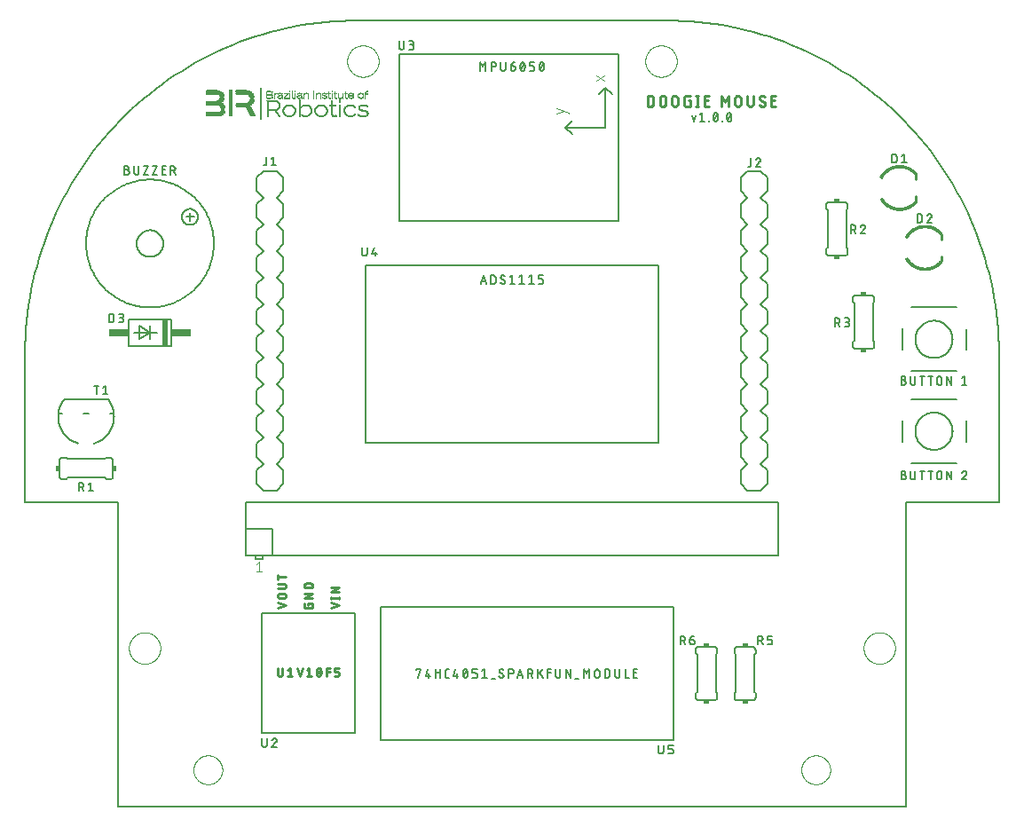
<source format=gto>
G04 EAGLE Gerber RS-274X export*
G75*
%MOMM*%
%FSLAX34Y34*%
%LPD*%
%INSilk screen CMP*%
%IPPOS*%
%AMOC8*
5,1,8,0,0,1.08239X$1,22.5*%
G01*
%ADD10C,0.152400*%
%ADD11C,0.203200*%
%ADD12C,0.000000*%
%ADD13C,0.254000*%
%ADD14R,0.083819X0.007619*%
%ADD15R,0.091438X0.007619*%
%ADD16R,0.053338X0.007619*%
%ADD17R,0.060956X0.007619*%
%ADD18R,0.060963X0.007619*%
%ADD19R,0.236219X0.007619*%
%ADD20R,0.220975X0.007619*%
%ADD21R,0.038100X0.007619*%
%ADD22R,0.243838X0.007619*%
%ADD23R,0.281938X0.007619*%
%ADD24R,0.327663X0.007619*%
%ADD25R,0.304800X0.007619*%
%ADD26R,0.320038X0.007619*%
%ADD27R,0.190500X0.007619*%
%ADD28R,0.327656X0.007619*%
%ADD29R,0.373381X0.007619*%
%ADD30R,0.144775X0.007619*%
%ADD31R,0.160019X0.007619*%
%ADD32R,0.365756X0.007619*%
%ADD33R,0.121919X0.007619*%
%ADD34R,0.342900X0.007619*%
%ADD35R,0.358137X0.007619*%
%ADD36R,0.228600X0.007619*%
%ADD37R,0.137156X0.007619*%
%ADD38R,0.419100X0.007619*%
%ADD39R,0.167637X0.007619*%
%ADD40R,0.396238X0.007619*%
%ADD41R,0.426719X0.007619*%
%ADD42R,0.487675X0.007619*%
%ADD43R,0.480063X0.007619*%
%ADD44R,0.457200X0.007619*%
%ADD45R,0.472438X0.007619*%
%ADD46R,0.335275X0.007619*%
%ADD47R,0.480056X0.007619*%
%ADD48R,0.548638X0.007619*%
%ADD49R,0.525781X0.007619*%
%ADD50R,0.502919X0.007619*%
%ADD51R,0.518156X0.007619*%
%ADD52R,0.381000X0.007619*%
%ADD53R,0.594356X0.007619*%
%ADD54R,0.563881X0.007619*%
%ADD55R,0.533400X0.007619*%
%ADD56R,0.556256X0.007619*%
%ADD57R,0.571500X0.007619*%
%ADD58R,0.632456X0.007619*%
%ADD59R,0.579119X0.007619*%
%ADD60R,0.434338X0.007619*%
%ADD61R,0.586738X0.007619*%
%ADD62R,0.655319X0.007619*%
%ADD63R,0.617219X0.007619*%
%ADD64R,0.624838X0.007619*%
%ADD65R,0.701037X0.007619*%
%ADD66R,0.647700X0.007619*%
%ADD67R,0.662938X0.007619*%
%ADD68R,0.731519X0.007619*%
%ADD69R,0.685800X0.007619*%
%ADD70R,0.678175X0.007619*%
%ADD71R,0.487681X0.007619*%
%ADD72R,0.693419X0.007619*%
%ADD73R,0.762000X0.007619*%
%ADD74R,0.495300X0.007619*%
%ADD75R,0.708656X0.007619*%
%ADD76R,0.777238X0.007619*%
%ADD77R,1.264919X0.007619*%
%ADD78R,0.739138X0.007619*%
%ADD79R,0.388619X0.007619*%
%ADD80R,0.350519X0.007619*%
%ADD81R,1.348738X0.007619*%
%ADD82R,0.754381X0.007619*%
%ADD83R,0.716281X0.007619*%
%ADD84R,0.769619X0.007619*%
%ADD85R,0.312419X0.007619*%
%ADD86R,0.274319X0.007619*%
%ADD87R,1.394456X0.007619*%
%ADD88R,0.449581X0.007619*%
%ADD89R,0.289556X0.007619*%
%ADD90R,0.297181X0.007619*%
%ADD91R,0.266700X0.007619*%
%ADD92R,1.424937X0.007619*%
%ADD93R,0.175256X0.007619*%
%ADD94R,0.259081X0.007619*%
%ADD95R,0.220981X0.007619*%
%ADD96R,1.440181X0.007619*%
%ADD97R,0.259075X0.007619*%
%ADD98R,0.251456X0.007619*%
%ADD99R,0.213356X0.007619*%
%ADD100R,1.470656X0.007619*%
%ADD101R,0.198119X0.007619*%
%ADD102R,0.114300X0.007619*%
%ADD103R,1.485900X0.007619*%
%ADD104R,0.449575X0.007619*%
%ADD105R,0.182881X0.007619*%
%ADD106R,1.508756X0.007619*%
%ADD107R,0.182875X0.007619*%
%ADD108R,1.524000X0.007619*%
%ADD109R,0.464819X0.007619*%
%ADD110R,0.030475X0.007619*%
%ADD111R,0.205738X0.007619*%
%ADD112R,1.539238X0.007619*%
%ADD113R,0.022856X0.007619*%
%ADD114R,1.554481X0.007619*%
%ADD115R,0.213363X0.007619*%
%ADD116R,1.569719X0.007619*%
%ADD117R,0.152400X0.007619*%
%ADD118R,1.584956X0.007619*%
%ADD119R,0.144781X0.007619*%
%ADD120R,1.600200X0.007619*%
%ADD121R,1.615438X0.007619*%
%ADD122R,0.099056X0.007619*%
%ADD123R,1.630681X0.007619*%
%ADD124R,0.175263X0.007619*%
%ADD125R,0.129537X0.007619*%
%ADD126R,1.638300X0.007619*%
%ADD127R,0.137162X0.007619*%
%ADD128R,1.653538X0.007619*%
%ADD129R,1.661156X0.007619*%
%ADD130R,0.015238X0.007619*%
%ADD131R,1.668781X0.007619*%
%ADD132R,1.684019X0.007619*%
%ADD133R,1.699256X0.007619*%
%ADD134R,1.706881X0.007619*%
%ADD135R,1.714500X0.007619*%
%ADD136R,0.076200X0.007619*%
%ADD137R,1.722119X0.007619*%
%ADD138R,1.729738X0.007619*%
%ADD139R,1.737356X0.007619*%
%ADD140R,1.744981X0.007619*%
%ADD141R,1.752600X0.007619*%
%ADD142R,1.760219X0.007619*%
%ADD143R,1.767838X0.007619*%
%ADD144R,1.775456X0.007619*%
%ADD145R,1.783081X0.007619*%
%ADD146R,1.790700X0.007619*%
%ADD147R,1.798319X0.007619*%
%ADD148R,1.805938X0.007619*%
%ADD149R,0.563875X0.007619*%
%ADD150R,0.441956X0.007619*%
%ADD151R,0.403856X0.007619*%
%ADD152R,0.876300X0.007619*%
%ADD153R,0.868675X0.007619*%
%ADD154R,0.899156X0.007619*%
%ADD155R,0.411475X0.007619*%
%ADD156R,0.929638X0.007619*%
%ADD157R,0.960119X0.007619*%
%ADD158R,0.975356X0.007619*%
%ADD159R,0.998219X0.007619*%
%ADD160R,1.005837X0.007619*%
%ADD161R,1.028700X0.007619*%
%ADD162R,1.043937X0.007619*%
%ADD163R,1.059175X0.007619*%
%ADD164R,1.074419X0.007619*%
%ADD165R,1.082037X0.007619*%
%ADD166R,1.089656X0.007619*%
%ADD167R,0.007619X0.007619*%
%ADD168R,1.409700X0.007619*%
%ADD169R,1.402081X0.007619*%
%ADD170R,1.386838X0.007619*%
%ADD171R,1.379219X0.007619*%
%ADD172R,1.371600X0.007619*%
%ADD173R,1.363981X0.007619*%
%ADD174R,0.289563X0.007619*%
%ADD175R,0.297175X0.007619*%
%ADD176R,1.356356X0.007619*%
%ADD177R,0.510537X0.007619*%
%ADD178R,0.708663X0.007619*%
%ADD179R,0.670563X0.007619*%
%ADD180R,0.746756X0.007619*%
%ADD181R,0.678181X0.007619*%
%ADD182R,0.640081X0.007619*%
%ADD183R,0.670556X0.007619*%
%ADD184R,0.601981X0.007619*%
%ADD185R,0.556262X0.007619*%
%ADD186R,1.417319X0.007619*%
%ADD187R,0.601975X0.007619*%
%ADD188R,1.432556X0.007619*%
%ADD189R,0.525775X0.007619*%
%ADD190R,0.541019X0.007619*%
%ADD191R,0.609600X0.007619*%
%ADD192R,1.447800X0.007619*%
%ADD193R,1.455419X0.007619*%
%ADD194R,0.403863X0.007619*%
%ADD195R,1.478281X0.007619*%
%ADD196R,0.335281X0.007619*%
%ADD197R,1.493519X0.007619*%
%ADD198R,1.516381X0.007619*%
%ADD199R,1.691638X0.007619*%
%ADD200R,1.676400X0.007619*%
%ADD201R,1.546856X0.007619*%
%ADD202R,1.562100X0.007619*%
%ADD203R,1.577338X0.007619*%
%ADD204R,1.592581X0.007619*%
%ADD205R,1.623056X0.007619*%
%ADD206R,1.607819X0.007619*%
%ADD207R,1.066800X0.007619*%
%ADD208R,1.036319X0.007619*%
%ADD209R,1.021075X0.007619*%
%ADD210R,0.990600X0.007619*%
%ADD211R,0.906775X0.007619*%
%ADD212R,0.853438X0.007619*%
%ADD213R,0.068581X0.007619*%
%ADD214R,0.045719X0.007619*%
%ADD215R,0.068575X0.007619*%
%ADD216R,0.106675X0.007619*%
%ADD217R,0.373375X0.007619*%
%ADD218R,0.106681X0.007619*%
%ADD219R,0.099063X0.007619*%
%ADD220R,0.518162X0.007619*%
%ADD221R,0.030481X0.007619*%
%ADD222R,1.645919X0.007619*%
%ADD223R,1.531619X0.007619*%
%ADD224R,1.501138X0.007619*%
%ADD225R,1.463037X0.007619*%
%ADD226R,0.022863X0.007619*%
%ADD227R,1.333500X0.007619*%
%ADD228R,1.318256X0.007619*%
%ADD229R,1.303019X0.007619*%
%ADD230R,1.280156X0.007619*%
%ADD231R,1.341119X0.007619*%
%ADD232R,1.257300X0.007619*%
%ADD233R,1.249681X0.007619*%
%ADD234R,1.310638X0.007619*%
%ADD235R,1.234438X0.007619*%
%ADD236R,1.287781X0.007619*%
%ADD237R,1.203956X0.007619*%
%ADD238R,1.173481X0.007619*%
%ADD239R,1.226819X0.007619*%
%ADD240R,1.135381X0.007619*%
%ADD241R,1.112519X0.007619*%
%ADD242R,1.165856X0.007619*%
%ADD243C,0.127000*%
%ADD244C,0.101600*%
%ADD245R,0.381000X0.508000*%
%ADD246R,0.508000X0.381000*%
%ADD247C,0.025400*%
%ADD248R,0.508000X2.540000*%
%ADD249R,1.905000X0.762000*%


D10*
X375600Y0D02*
X-375600Y0D01*
X-375600Y290000D01*
X-464500Y290000D01*
X375600Y290000D02*
X375600Y0D01*
X375600Y290000D02*
X464500Y290000D01*
X147000Y750000D02*
X-147000Y750000D01*
X-464500Y432500D02*
X-464500Y290000D01*
X464500Y290000D02*
X464500Y432500D01*
X464407Y440172D01*
X464129Y447839D01*
X463666Y455498D01*
X463018Y463143D01*
X462185Y470770D01*
X461168Y478375D01*
X459968Y485953D01*
X458585Y493500D01*
X457020Y501011D01*
X455274Y508483D01*
X453348Y515910D01*
X451243Y523288D01*
X448960Y530613D01*
X446502Y537881D01*
X443868Y545087D01*
X441060Y552228D01*
X438082Y559298D01*
X434933Y566295D01*
X431616Y573213D01*
X428132Y580050D01*
X424485Y586800D01*
X420675Y593460D01*
X416706Y600026D01*
X412579Y606494D01*
X408297Y612861D01*
X403863Y619122D01*
X399278Y625274D01*
X394547Y631314D01*
X389670Y637237D01*
X384652Y643041D01*
X379495Y648723D01*
X374203Y654277D01*
X368777Y659703D01*
X363223Y664995D01*
X357541Y670152D01*
X351737Y675170D01*
X345814Y680047D01*
X339774Y684778D01*
X333622Y689363D01*
X327361Y693797D01*
X320994Y698079D01*
X314526Y702206D01*
X307960Y706175D01*
X301300Y709985D01*
X294550Y713632D01*
X287713Y717116D01*
X280795Y720433D01*
X273798Y723582D01*
X266728Y726560D01*
X259587Y729368D01*
X252381Y732002D01*
X245113Y734460D01*
X237788Y736743D01*
X230410Y738848D01*
X222983Y740774D01*
X215511Y742520D01*
X208000Y744085D01*
X200453Y745468D01*
X192875Y746668D01*
X185270Y747685D01*
X177643Y748518D01*
X169998Y749166D01*
X162339Y749629D01*
X154672Y749907D01*
X147000Y750000D01*
X-147000Y750000D02*
X-154672Y749907D01*
X-162339Y749629D01*
X-169998Y749166D01*
X-177643Y748518D01*
X-185270Y747685D01*
X-192875Y746668D01*
X-200453Y745468D01*
X-208000Y744085D01*
X-215511Y742520D01*
X-222983Y740774D01*
X-230410Y738848D01*
X-237788Y736743D01*
X-245113Y734460D01*
X-252381Y732002D01*
X-259587Y729368D01*
X-266728Y726560D01*
X-273798Y723582D01*
X-280795Y720433D01*
X-287713Y717116D01*
X-294550Y713632D01*
X-301300Y709985D01*
X-307960Y706175D01*
X-314526Y702206D01*
X-320994Y698079D01*
X-327361Y693797D01*
X-333622Y689363D01*
X-339774Y684778D01*
X-345814Y680047D01*
X-351737Y675170D01*
X-357541Y670152D01*
X-363223Y664995D01*
X-368777Y659703D01*
X-374203Y654277D01*
X-379495Y648723D01*
X-384652Y643041D01*
X-389670Y637237D01*
X-394547Y631314D01*
X-399278Y625274D01*
X-403863Y619122D01*
X-408297Y612861D01*
X-412579Y606494D01*
X-416706Y600026D01*
X-420675Y593460D01*
X-424485Y586800D01*
X-428132Y580050D01*
X-431616Y573213D01*
X-434933Y566295D01*
X-438082Y559298D01*
X-441060Y552228D01*
X-443868Y545087D01*
X-446502Y537881D01*
X-448960Y530613D01*
X-451243Y523288D01*
X-453348Y515910D01*
X-455274Y508483D01*
X-457020Y501011D01*
X-458585Y493500D01*
X-459968Y485953D01*
X-461168Y478375D01*
X-462185Y470770D01*
X-463018Y463143D01*
X-463666Y455498D01*
X-464129Y447839D01*
X-464407Y440172D01*
X-464500Y432500D01*
D11*
X371342Y316682D02*
X373600Y316682D01*
X373693Y316680D01*
X373786Y316674D01*
X373879Y316665D01*
X373972Y316651D01*
X374063Y316634D01*
X374154Y316613D01*
X374244Y316588D01*
X374333Y316560D01*
X374421Y316528D01*
X374507Y316492D01*
X374592Y316453D01*
X374675Y316410D01*
X374756Y316364D01*
X374835Y316314D01*
X374912Y316262D01*
X374987Y316206D01*
X375059Y316147D01*
X375129Y316085D01*
X375197Y316021D01*
X375261Y315953D01*
X375323Y315883D01*
X375382Y315811D01*
X375438Y315736D01*
X375490Y315659D01*
X375540Y315580D01*
X375586Y315499D01*
X375629Y315416D01*
X375668Y315331D01*
X375704Y315245D01*
X375736Y315157D01*
X375764Y315068D01*
X375789Y314978D01*
X375810Y314887D01*
X375827Y314796D01*
X375841Y314703D01*
X375850Y314610D01*
X375856Y314517D01*
X375858Y314424D01*
X375856Y314331D01*
X375850Y314238D01*
X375841Y314145D01*
X375827Y314052D01*
X375810Y313961D01*
X375789Y313870D01*
X375764Y313780D01*
X375736Y313691D01*
X375704Y313603D01*
X375668Y313517D01*
X375629Y313432D01*
X375586Y313349D01*
X375540Y313268D01*
X375490Y313189D01*
X375438Y313112D01*
X375382Y313037D01*
X375323Y312965D01*
X375261Y312895D01*
X375197Y312827D01*
X375129Y312763D01*
X375059Y312701D01*
X374987Y312642D01*
X374912Y312586D01*
X374835Y312534D01*
X374756Y312484D01*
X374675Y312438D01*
X374592Y312395D01*
X374507Y312356D01*
X374421Y312320D01*
X374333Y312288D01*
X374244Y312260D01*
X374154Y312235D01*
X374063Y312214D01*
X373972Y312197D01*
X373879Y312183D01*
X373786Y312174D01*
X373693Y312168D01*
X373600Y312166D01*
X371342Y312166D01*
X371342Y320294D01*
X373600Y320294D01*
X373683Y320292D01*
X373767Y320286D01*
X373850Y320277D01*
X373932Y320263D01*
X374013Y320246D01*
X374094Y320225D01*
X374174Y320200D01*
X374252Y320172D01*
X374329Y320140D01*
X374405Y320105D01*
X374479Y320066D01*
X374551Y320023D01*
X374621Y319978D01*
X374688Y319929D01*
X374754Y319877D01*
X374817Y319823D01*
X374877Y319765D01*
X374935Y319705D01*
X374989Y319642D01*
X375041Y319576D01*
X375090Y319509D01*
X375135Y319439D01*
X375178Y319367D01*
X375217Y319293D01*
X375252Y319217D01*
X375284Y319140D01*
X375312Y319062D01*
X375337Y318982D01*
X375358Y318901D01*
X375375Y318820D01*
X375389Y318738D01*
X375398Y318655D01*
X375404Y318571D01*
X375406Y318488D01*
X375404Y318405D01*
X375398Y318321D01*
X375389Y318238D01*
X375375Y318156D01*
X375358Y318075D01*
X375337Y317994D01*
X375312Y317914D01*
X375284Y317836D01*
X375252Y317759D01*
X375217Y317683D01*
X375178Y317609D01*
X375135Y317537D01*
X375090Y317467D01*
X375041Y317400D01*
X374989Y317334D01*
X374935Y317271D01*
X374877Y317211D01*
X374817Y317153D01*
X374754Y317099D01*
X374688Y317047D01*
X374621Y316998D01*
X374551Y316953D01*
X374479Y316910D01*
X374405Y316871D01*
X374329Y316836D01*
X374252Y316804D01*
X374174Y316776D01*
X374094Y316751D01*
X374013Y316730D01*
X373932Y316713D01*
X373850Y316699D01*
X373767Y316690D01*
X373683Y316684D01*
X373600Y316682D01*
X380249Y314424D02*
X380249Y320294D01*
X380249Y314424D02*
X380251Y314331D01*
X380257Y314238D01*
X380266Y314145D01*
X380280Y314052D01*
X380297Y313961D01*
X380318Y313870D01*
X380343Y313780D01*
X380371Y313691D01*
X380403Y313603D01*
X380439Y313517D01*
X380478Y313432D01*
X380521Y313349D01*
X380567Y313268D01*
X380617Y313189D01*
X380669Y313112D01*
X380725Y313037D01*
X380784Y312965D01*
X380846Y312895D01*
X380910Y312827D01*
X380978Y312763D01*
X381048Y312701D01*
X381120Y312642D01*
X381195Y312586D01*
X381272Y312534D01*
X381351Y312484D01*
X381432Y312438D01*
X381515Y312395D01*
X381600Y312356D01*
X381686Y312320D01*
X381774Y312288D01*
X381863Y312260D01*
X381953Y312235D01*
X382044Y312214D01*
X382135Y312197D01*
X382228Y312183D01*
X382321Y312174D01*
X382414Y312168D01*
X382507Y312166D01*
X382600Y312168D01*
X382693Y312174D01*
X382786Y312183D01*
X382879Y312197D01*
X382970Y312214D01*
X383061Y312235D01*
X383151Y312260D01*
X383240Y312288D01*
X383328Y312320D01*
X383414Y312356D01*
X383499Y312395D01*
X383582Y312438D01*
X383663Y312484D01*
X383742Y312534D01*
X383819Y312586D01*
X383894Y312642D01*
X383966Y312701D01*
X384036Y312763D01*
X384104Y312827D01*
X384168Y312895D01*
X384230Y312965D01*
X384289Y313037D01*
X384345Y313112D01*
X384397Y313189D01*
X384447Y313268D01*
X384493Y313349D01*
X384536Y313432D01*
X384575Y313517D01*
X384611Y313603D01*
X384643Y313691D01*
X384671Y313780D01*
X384696Y313870D01*
X384717Y313961D01*
X384734Y314052D01*
X384748Y314145D01*
X384757Y314238D01*
X384763Y314331D01*
X384765Y314424D01*
X384765Y320294D01*
X391346Y320294D02*
X391346Y312166D01*
X389089Y320294D02*
X393604Y320294D01*
X399271Y320294D02*
X399271Y312166D01*
X397013Y320294D02*
X401529Y320294D01*
X405548Y318036D02*
X405548Y314424D01*
X405547Y318036D02*
X405549Y318129D01*
X405555Y318222D01*
X405564Y318315D01*
X405578Y318408D01*
X405595Y318499D01*
X405616Y318590D01*
X405641Y318680D01*
X405669Y318769D01*
X405701Y318857D01*
X405737Y318943D01*
X405776Y319028D01*
X405819Y319111D01*
X405865Y319192D01*
X405915Y319271D01*
X405967Y319348D01*
X406023Y319423D01*
X406082Y319495D01*
X406144Y319565D01*
X406208Y319633D01*
X406276Y319697D01*
X406346Y319759D01*
X406418Y319818D01*
X406493Y319874D01*
X406570Y319926D01*
X406649Y319976D01*
X406730Y320022D01*
X406813Y320065D01*
X406898Y320104D01*
X406984Y320140D01*
X407072Y320172D01*
X407161Y320200D01*
X407251Y320225D01*
X407342Y320246D01*
X407433Y320263D01*
X407526Y320277D01*
X407619Y320286D01*
X407712Y320292D01*
X407805Y320294D01*
X407898Y320292D01*
X407991Y320286D01*
X408084Y320277D01*
X408177Y320263D01*
X408268Y320246D01*
X408359Y320225D01*
X408449Y320200D01*
X408538Y320172D01*
X408626Y320140D01*
X408712Y320104D01*
X408797Y320065D01*
X408880Y320022D01*
X408961Y319976D01*
X409040Y319926D01*
X409117Y319874D01*
X409192Y319818D01*
X409264Y319759D01*
X409334Y319697D01*
X409402Y319633D01*
X409466Y319565D01*
X409528Y319495D01*
X409587Y319423D01*
X409643Y319348D01*
X409695Y319271D01*
X409745Y319192D01*
X409791Y319111D01*
X409834Y319028D01*
X409873Y318943D01*
X409909Y318857D01*
X409941Y318769D01*
X409969Y318680D01*
X409994Y318590D01*
X410015Y318499D01*
X410032Y318408D01*
X410046Y318315D01*
X410055Y318222D01*
X410061Y318129D01*
X410063Y318036D01*
X410063Y314424D01*
X410061Y314331D01*
X410055Y314238D01*
X410046Y314145D01*
X410032Y314052D01*
X410015Y313961D01*
X409994Y313870D01*
X409969Y313780D01*
X409941Y313691D01*
X409909Y313603D01*
X409873Y313517D01*
X409834Y313432D01*
X409791Y313349D01*
X409745Y313268D01*
X409695Y313189D01*
X409643Y313112D01*
X409587Y313037D01*
X409528Y312965D01*
X409466Y312895D01*
X409402Y312827D01*
X409334Y312763D01*
X409264Y312701D01*
X409192Y312642D01*
X409117Y312586D01*
X409040Y312534D01*
X408961Y312484D01*
X408880Y312438D01*
X408797Y312395D01*
X408712Y312356D01*
X408626Y312320D01*
X408538Y312288D01*
X408449Y312260D01*
X408359Y312235D01*
X408268Y312214D01*
X408177Y312197D01*
X408084Y312183D01*
X407991Y312174D01*
X407898Y312168D01*
X407805Y312166D01*
X407712Y312168D01*
X407619Y312174D01*
X407526Y312183D01*
X407433Y312197D01*
X407342Y312214D01*
X407251Y312235D01*
X407161Y312260D01*
X407072Y312288D01*
X406984Y312320D01*
X406898Y312356D01*
X406813Y312395D01*
X406730Y312438D01*
X406649Y312484D01*
X406570Y312534D01*
X406493Y312586D01*
X406418Y312642D01*
X406346Y312701D01*
X406276Y312763D01*
X406208Y312827D01*
X406144Y312895D01*
X406082Y312965D01*
X406023Y313037D01*
X405967Y313112D01*
X405915Y313189D01*
X405865Y313268D01*
X405819Y313349D01*
X405776Y313432D01*
X405737Y313517D01*
X405701Y313603D01*
X405669Y313691D01*
X405641Y313780D01*
X405616Y313870D01*
X405595Y313961D01*
X405578Y314052D01*
X405564Y314145D01*
X405555Y314238D01*
X405549Y314331D01*
X405547Y314424D01*
X414997Y312166D02*
X414997Y320294D01*
X419512Y312166D01*
X419512Y320294D01*
X431806Y320294D02*
X431895Y320292D01*
X431983Y320286D01*
X432071Y320277D01*
X432159Y320263D01*
X432246Y320246D01*
X432332Y320225D01*
X432417Y320200D01*
X432501Y320171D01*
X432584Y320139D01*
X432665Y320104D01*
X432744Y320064D01*
X432822Y320022D01*
X432898Y319976D01*
X432972Y319927D01*
X433043Y319874D01*
X433112Y319819D01*
X433179Y319760D01*
X433243Y319699D01*
X433304Y319635D01*
X433363Y319568D01*
X433418Y319499D01*
X433471Y319428D01*
X433520Y319354D01*
X433566Y319278D01*
X433608Y319200D01*
X433648Y319121D01*
X433683Y319040D01*
X433715Y318957D01*
X433744Y318873D01*
X433769Y318788D01*
X433790Y318702D01*
X433807Y318615D01*
X433821Y318527D01*
X433830Y318439D01*
X433836Y318351D01*
X433838Y318262D01*
X431806Y320294D02*
X431707Y320292D01*
X431607Y320286D01*
X431508Y320277D01*
X431410Y320264D01*
X431311Y320247D01*
X431214Y320226D01*
X431118Y320202D01*
X431022Y320174D01*
X430928Y320142D01*
X430835Y320107D01*
X430743Y320068D01*
X430653Y320026D01*
X430565Y319980D01*
X430478Y319931D01*
X430393Y319879D01*
X430311Y319823D01*
X430230Y319765D01*
X430152Y319703D01*
X430076Y319639D01*
X430003Y319572D01*
X429932Y319502D01*
X429865Y319429D01*
X429799Y319354D01*
X429737Y319276D01*
X429678Y319196D01*
X429622Y319114D01*
X429569Y319030D01*
X429519Y318943D01*
X429473Y318855D01*
X429430Y318766D01*
X429390Y318674D01*
X429354Y318581D01*
X429322Y318487D01*
X433161Y316681D02*
X433227Y316747D01*
X433290Y316815D01*
X433350Y316886D01*
X433407Y316960D01*
X433461Y317035D01*
X433511Y317113D01*
X433559Y317194D01*
X433602Y317276D01*
X433643Y317360D01*
X433679Y317445D01*
X433712Y317532D01*
X433742Y317620D01*
X433767Y317710D01*
X433789Y317800D01*
X433806Y317892D01*
X433820Y317984D01*
X433830Y318076D01*
X433836Y318169D01*
X433838Y318262D01*
X433160Y316682D02*
X429322Y312166D01*
X433838Y312166D01*
X373600Y406852D02*
X371342Y406852D01*
X373600Y406852D02*
X373693Y406850D01*
X373786Y406844D01*
X373879Y406835D01*
X373972Y406821D01*
X374063Y406804D01*
X374154Y406783D01*
X374244Y406758D01*
X374333Y406730D01*
X374421Y406698D01*
X374507Y406662D01*
X374592Y406623D01*
X374675Y406580D01*
X374756Y406534D01*
X374835Y406484D01*
X374912Y406432D01*
X374987Y406376D01*
X375059Y406317D01*
X375129Y406255D01*
X375197Y406191D01*
X375261Y406123D01*
X375323Y406053D01*
X375382Y405981D01*
X375438Y405906D01*
X375490Y405829D01*
X375540Y405750D01*
X375586Y405669D01*
X375629Y405586D01*
X375668Y405501D01*
X375704Y405415D01*
X375736Y405327D01*
X375764Y405238D01*
X375789Y405148D01*
X375810Y405057D01*
X375827Y404966D01*
X375841Y404873D01*
X375850Y404780D01*
X375856Y404687D01*
X375858Y404594D01*
X375856Y404501D01*
X375850Y404408D01*
X375841Y404315D01*
X375827Y404222D01*
X375810Y404131D01*
X375789Y404040D01*
X375764Y403950D01*
X375736Y403861D01*
X375704Y403773D01*
X375668Y403687D01*
X375629Y403602D01*
X375586Y403519D01*
X375540Y403438D01*
X375490Y403359D01*
X375438Y403282D01*
X375382Y403207D01*
X375323Y403135D01*
X375261Y403065D01*
X375197Y402997D01*
X375129Y402933D01*
X375059Y402871D01*
X374987Y402812D01*
X374912Y402756D01*
X374835Y402704D01*
X374756Y402654D01*
X374675Y402608D01*
X374592Y402565D01*
X374507Y402526D01*
X374421Y402490D01*
X374333Y402458D01*
X374244Y402430D01*
X374154Y402405D01*
X374063Y402384D01*
X373972Y402367D01*
X373879Y402353D01*
X373786Y402344D01*
X373693Y402338D01*
X373600Y402336D01*
X371342Y402336D01*
X371342Y410464D01*
X373600Y410464D01*
X373683Y410462D01*
X373767Y410456D01*
X373850Y410447D01*
X373932Y410433D01*
X374013Y410416D01*
X374094Y410395D01*
X374174Y410370D01*
X374252Y410342D01*
X374329Y410310D01*
X374405Y410275D01*
X374479Y410236D01*
X374551Y410193D01*
X374621Y410148D01*
X374688Y410099D01*
X374754Y410047D01*
X374817Y409993D01*
X374877Y409935D01*
X374935Y409875D01*
X374989Y409812D01*
X375041Y409746D01*
X375090Y409679D01*
X375135Y409609D01*
X375178Y409537D01*
X375217Y409463D01*
X375252Y409387D01*
X375284Y409310D01*
X375312Y409232D01*
X375337Y409152D01*
X375358Y409071D01*
X375375Y408990D01*
X375389Y408908D01*
X375398Y408825D01*
X375404Y408741D01*
X375406Y408658D01*
X375404Y408575D01*
X375398Y408491D01*
X375389Y408408D01*
X375375Y408326D01*
X375358Y408245D01*
X375337Y408164D01*
X375312Y408084D01*
X375284Y408006D01*
X375252Y407929D01*
X375217Y407853D01*
X375178Y407779D01*
X375135Y407707D01*
X375090Y407637D01*
X375041Y407570D01*
X374989Y407504D01*
X374935Y407441D01*
X374877Y407381D01*
X374817Y407323D01*
X374754Y407269D01*
X374688Y407217D01*
X374621Y407168D01*
X374551Y407123D01*
X374479Y407080D01*
X374405Y407041D01*
X374329Y407006D01*
X374252Y406974D01*
X374174Y406946D01*
X374094Y406921D01*
X374013Y406900D01*
X373932Y406883D01*
X373850Y406869D01*
X373767Y406860D01*
X373683Y406854D01*
X373600Y406852D01*
X380249Y404594D02*
X380249Y410464D01*
X380249Y404594D02*
X380251Y404501D01*
X380257Y404408D01*
X380266Y404315D01*
X380280Y404222D01*
X380297Y404131D01*
X380318Y404040D01*
X380343Y403950D01*
X380371Y403861D01*
X380403Y403773D01*
X380439Y403687D01*
X380478Y403602D01*
X380521Y403519D01*
X380567Y403438D01*
X380617Y403359D01*
X380669Y403282D01*
X380725Y403207D01*
X380784Y403135D01*
X380846Y403065D01*
X380910Y402997D01*
X380978Y402933D01*
X381048Y402871D01*
X381120Y402812D01*
X381195Y402756D01*
X381272Y402704D01*
X381351Y402654D01*
X381432Y402608D01*
X381515Y402565D01*
X381600Y402526D01*
X381686Y402490D01*
X381774Y402458D01*
X381863Y402430D01*
X381953Y402405D01*
X382044Y402384D01*
X382135Y402367D01*
X382228Y402353D01*
X382321Y402344D01*
X382414Y402338D01*
X382507Y402336D01*
X382600Y402338D01*
X382693Y402344D01*
X382786Y402353D01*
X382879Y402367D01*
X382970Y402384D01*
X383061Y402405D01*
X383151Y402430D01*
X383240Y402458D01*
X383328Y402490D01*
X383414Y402526D01*
X383499Y402565D01*
X383582Y402608D01*
X383663Y402654D01*
X383742Y402704D01*
X383819Y402756D01*
X383894Y402812D01*
X383966Y402871D01*
X384036Y402933D01*
X384104Y402997D01*
X384168Y403065D01*
X384230Y403135D01*
X384289Y403207D01*
X384345Y403282D01*
X384397Y403359D01*
X384447Y403438D01*
X384493Y403519D01*
X384536Y403602D01*
X384575Y403687D01*
X384611Y403773D01*
X384643Y403861D01*
X384671Y403950D01*
X384696Y404040D01*
X384717Y404131D01*
X384734Y404222D01*
X384748Y404315D01*
X384757Y404408D01*
X384763Y404501D01*
X384765Y404594D01*
X384765Y410464D01*
X391346Y410464D02*
X391346Y402336D01*
X389089Y410464D02*
X393604Y410464D01*
X399271Y410464D02*
X399271Y402336D01*
X397013Y410464D02*
X401529Y410464D01*
X405548Y408206D02*
X405548Y404594D01*
X405547Y408206D02*
X405549Y408299D01*
X405555Y408392D01*
X405564Y408485D01*
X405578Y408578D01*
X405595Y408669D01*
X405616Y408760D01*
X405641Y408850D01*
X405669Y408939D01*
X405701Y409027D01*
X405737Y409113D01*
X405776Y409198D01*
X405819Y409281D01*
X405865Y409362D01*
X405915Y409441D01*
X405967Y409518D01*
X406023Y409593D01*
X406082Y409665D01*
X406144Y409735D01*
X406208Y409803D01*
X406276Y409867D01*
X406346Y409929D01*
X406418Y409988D01*
X406493Y410044D01*
X406570Y410096D01*
X406649Y410146D01*
X406730Y410192D01*
X406813Y410235D01*
X406898Y410274D01*
X406984Y410310D01*
X407072Y410342D01*
X407161Y410370D01*
X407251Y410395D01*
X407342Y410416D01*
X407433Y410433D01*
X407526Y410447D01*
X407619Y410456D01*
X407712Y410462D01*
X407805Y410464D01*
X407898Y410462D01*
X407991Y410456D01*
X408084Y410447D01*
X408177Y410433D01*
X408268Y410416D01*
X408359Y410395D01*
X408449Y410370D01*
X408538Y410342D01*
X408626Y410310D01*
X408712Y410274D01*
X408797Y410235D01*
X408880Y410192D01*
X408961Y410146D01*
X409040Y410096D01*
X409117Y410044D01*
X409192Y409988D01*
X409264Y409929D01*
X409334Y409867D01*
X409402Y409803D01*
X409466Y409735D01*
X409528Y409665D01*
X409587Y409593D01*
X409643Y409518D01*
X409695Y409441D01*
X409745Y409362D01*
X409791Y409281D01*
X409834Y409198D01*
X409873Y409113D01*
X409909Y409027D01*
X409941Y408939D01*
X409969Y408850D01*
X409994Y408760D01*
X410015Y408669D01*
X410032Y408578D01*
X410046Y408485D01*
X410055Y408392D01*
X410061Y408299D01*
X410063Y408206D01*
X410063Y404594D01*
X410061Y404501D01*
X410055Y404408D01*
X410046Y404315D01*
X410032Y404222D01*
X410015Y404131D01*
X409994Y404040D01*
X409969Y403950D01*
X409941Y403861D01*
X409909Y403773D01*
X409873Y403687D01*
X409834Y403602D01*
X409791Y403519D01*
X409745Y403438D01*
X409695Y403359D01*
X409643Y403282D01*
X409587Y403207D01*
X409528Y403135D01*
X409466Y403065D01*
X409402Y402997D01*
X409334Y402933D01*
X409264Y402871D01*
X409192Y402812D01*
X409117Y402756D01*
X409040Y402704D01*
X408961Y402654D01*
X408880Y402608D01*
X408797Y402565D01*
X408712Y402526D01*
X408626Y402490D01*
X408538Y402458D01*
X408449Y402430D01*
X408359Y402405D01*
X408268Y402384D01*
X408177Y402367D01*
X408084Y402353D01*
X407991Y402344D01*
X407898Y402338D01*
X407805Y402336D01*
X407712Y402338D01*
X407619Y402344D01*
X407526Y402353D01*
X407433Y402367D01*
X407342Y402384D01*
X407251Y402405D01*
X407161Y402430D01*
X407072Y402458D01*
X406984Y402490D01*
X406898Y402526D01*
X406813Y402565D01*
X406730Y402608D01*
X406649Y402654D01*
X406570Y402704D01*
X406493Y402756D01*
X406418Y402812D01*
X406346Y402871D01*
X406276Y402933D01*
X406208Y402997D01*
X406144Y403065D01*
X406082Y403135D01*
X406023Y403207D01*
X405967Y403282D01*
X405915Y403359D01*
X405865Y403438D01*
X405819Y403519D01*
X405776Y403602D01*
X405737Y403687D01*
X405701Y403773D01*
X405669Y403861D01*
X405641Y403950D01*
X405616Y404040D01*
X405595Y404131D01*
X405578Y404222D01*
X405564Y404315D01*
X405555Y404408D01*
X405549Y404501D01*
X405547Y404594D01*
X414997Y402336D02*
X414997Y410464D01*
X419512Y402336D01*
X419512Y410464D01*
X429322Y408658D02*
X431580Y410464D01*
X431580Y402336D01*
X429322Y402336D02*
X433838Y402336D01*
D12*
X-365520Y151130D02*
X-365515Y151498D01*
X-365502Y151866D01*
X-365479Y152233D01*
X-365448Y152600D01*
X-365407Y152966D01*
X-365358Y153331D01*
X-365299Y153694D01*
X-365232Y154056D01*
X-365156Y154417D01*
X-365070Y154775D01*
X-364977Y155131D01*
X-364874Y155484D01*
X-364763Y155835D01*
X-364643Y156183D01*
X-364515Y156528D01*
X-364378Y156870D01*
X-364233Y157209D01*
X-364080Y157543D01*
X-363918Y157874D01*
X-363749Y158201D01*
X-363571Y158523D01*
X-363386Y158842D01*
X-363193Y159155D01*
X-362992Y159464D01*
X-362784Y159767D01*
X-362568Y160065D01*
X-362345Y160358D01*
X-362115Y160646D01*
X-361878Y160928D01*
X-361634Y161203D01*
X-361384Y161473D01*
X-361127Y161737D01*
X-360863Y161994D01*
X-360593Y162244D01*
X-360318Y162488D01*
X-360036Y162725D01*
X-359748Y162955D01*
X-359455Y163178D01*
X-359157Y163394D01*
X-358854Y163602D01*
X-358545Y163803D01*
X-358232Y163996D01*
X-357913Y164181D01*
X-357591Y164359D01*
X-357264Y164528D01*
X-356933Y164690D01*
X-356599Y164843D01*
X-356260Y164988D01*
X-355918Y165125D01*
X-355573Y165253D01*
X-355225Y165373D01*
X-354874Y165484D01*
X-354521Y165587D01*
X-354165Y165680D01*
X-353807Y165766D01*
X-353446Y165842D01*
X-353084Y165909D01*
X-352721Y165968D01*
X-352356Y166017D01*
X-351990Y166058D01*
X-351623Y166089D01*
X-351256Y166112D01*
X-350888Y166125D01*
X-350520Y166130D01*
X-350152Y166125D01*
X-349784Y166112D01*
X-349417Y166089D01*
X-349050Y166058D01*
X-348684Y166017D01*
X-348319Y165968D01*
X-347956Y165909D01*
X-347594Y165842D01*
X-347233Y165766D01*
X-346875Y165680D01*
X-346519Y165587D01*
X-346166Y165484D01*
X-345815Y165373D01*
X-345467Y165253D01*
X-345122Y165125D01*
X-344780Y164988D01*
X-344441Y164843D01*
X-344107Y164690D01*
X-343776Y164528D01*
X-343449Y164359D01*
X-343127Y164181D01*
X-342808Y163996D01*
X-342495Y163803D01*
X-342186Y163602D01*
X-341883Y163394D01*
X-341585Y163178D01*
X-341292Y162955D01*
X-341004Y162725D01*
X-340722Y162488D01*
X-340447Y162244D01*
X-340177Y161994D01*
X-339913Y161737D01*
X-339656Y161473D01*
X-339406Y161203D01*
X-339162Y160928D01*
X-338925Y160646D01*
X-338695Y160358D01*
X-338472Y160065D01*
X-338256Y159767D01*
X-338048Y159464D01*
X-337847Y159155D01*
X-337654Y158842D01*
X-337469Y158523D01*
X-337291Y158201D01*
X-337122Y157874D01*
X-336960Y157543D01*
X-336807Y157209D01*
X-336662Y156870D01*
X-336525Y156528D01*
X-336397Y156183D01*
X-336277Y155835D01*
X-336166Y155484D01*
X-336063Y155131D01*
X-335970Y154775D01*
X-335884Y154417D01*
X-335808Y154056D01*
X-335741Y153694D01*
X-335682Y153331D01*
X-335633Y152966D01*
X-335592Y152600D01*
X-335561Y152233D01*
X-335538Y151866D01*
X-335525Y151498D01*
X-335520Y151130D01*
X-335525Y150762D01*
X-335538Y150394D01*
X-335561Y150027D01*
X-335592Y149660D01*
X-335633Y149294D01*
X-335682Y148929D01*
X-335741Y148566D01*
X-335808Y148204D01*
X-335884Y147843D01*
X-335970Y147485D01*
X-336063Y147129D01*
X-336166Y146776D01*
X-336277Y146425D01*
X-336397Y146077D01*
X-336525Y145732D01*
X-336662Y145390D01*
X-336807Y145051D01*
X-336960Y144717D01*
X-337122Y144386D01*
X-337291Y144059D01*
X-337469Y143737D01*
X-337654Y143418D01*
X-337847Y143105D01*
X-338048Y142796D01*
X-338256Y142493D01*
X-338472Y142195D01*
X-338695Y141902D01*
X-338925Y141614D01*
X-339162Y141332D01*
X-339406Y141057D01*
X-339656Y140787D01*
X-339913Y140523D01*
X-340177Y140266D01*
X-340447Y140016D01*
X-340722Y139772D01*
X-341004Y139535D01*
X-341292Y139305D01*
X-341585Y139082D01*
X-341883Y138866D01*
X-342186Y138658D01*
X-342495Y138457D01*
X-342808Y138264D01*
X-343127Y138079D01*
X-343449Y137901D01*
X-343776Y137732D01*
X-344107Y137570D01*
X-344441Y137417D01*
X-344780Y137272D01*
X-345122Y137135D01*
X-345467Y137007D01*
X-345815Y136887D01*
X-346166Y136776D01*
X-346519Y136673D01*
X-346875Y136580D01*
X-347233Y136494D01*
X-347594Y136418D01*
X-347956Y136351D01*
X-348319Y136292D01*
X-348684Y136243D01*
X-349050Y136202D01*
X-349417Y136171D01*
X-349784Y136148D01*
X-350152Y136135D01*
X-350520Y136130D01*
X-350888Y136135D01*
X-351256Y136148D01*
X-351623Y136171D01*
X-351990Y136202D01*
X-352356Y136243D01*
X-352721Y136292D01*
X-353084Y136351D01*
X-353446Y136418D01*
X-353807Y136494D01*
X-354165Y136580D01*
X-354521Y136673D01*
X-354874Y136776D01*
X-355225Y136887D01*
X-355573Y137007D01*
X-355918Y137135D01*
X-356260Y137272D01*
X-356599Y137417D01*
X-356933Y137570D01*
X-357264Y137732D01*
X-357591Y137901D01*
X-357913Y138079D01*
X-358232Y138264D01*
X-358545Y138457D01*
X-358854Y138658D01*
X-359157Y138866D01*
X-359455Y139082D01*
X-359748Y139305D01*
X-360036Y139535D01*
X-360318Y139772D01*
X-360593Y140016D01*
X-360863Y140266D01*
X-361127Y140523D01*
X-361384Y140787D01*
X-361634Y141057D01*
X-361878Y141332D01*
X-362115Y141614D01*
X-362345Y141902D01*
X-362568Y142195D01*
X-362784Y142493D01*
X-362992Y142796D01*
X-363193Y143105D01*
X-363386Y143418D01*
X-363571Y143737D01*
X-363749Y144059D01*
X-363918Y144386D01*
X-364080Y144717D01*
X-364233Y145051D01*
X-364378Y145390D01*
X-364515Y145732D01*
X-364643Y146077D01*
X-364763Y146425D01*
X-364874Y146776D01*
X-364977Y147129D01*
X-365070Y147485D01*
X-365156Y147843D01*
X-365232Y148204D01*
X-365299Y148566D01*
X-365358Y148929D01*
X-365407Y149294D01*
X-365448Y149660D01*
X-365479Y150027D01*
X-365502Y150394D01*
X-365515Y150762D01*
X-365520Y151130D01*
X335520Y151130D02*
X335525Y151498D01*
X335538Y151866D01*
X335561Y152233D01*
X335592Y152600D01*
X335633Y152966D01*
X335682Y153331D01*
X335741Y153694D01*
X335808Y154056D01*
X335884Y154417D01*
X335970Y154775D01*
X336063Y155131D01*
X336166Y155484D01*
X336277Y155835D01*
X336397Y156183D01*
X336525Y156528D01*
X336662Y156870D01*
X336807Y157209D01*
X336960Y157543D01*
X337122Y157874D01*
X337291Y158201D01*
X337469Y158523D01*
X337654Y158842D01*
X337847Y159155D01*
X338048Y159464D01*
X338256Y159767D01*
X338472Y160065D01*
X338695Y160358D01*
X338925Y160646D01*
X339162Y160928D01*
X339406Y161203D01*
X339656Y161473D01*
X339913Y161737D01*
X340177Y161994D01*
X340447Y162244D01*
X340722Y162488D01*
X341004Y162725D01*
X341292Y162955D01*
X341585Y163178D01*
X341883Y163394D01*
X342186Y163602D01*
X342495Y163803D01*
X342808Y163996D01*
X343127Y164181D01*
X343449Y164359D01*
X343776Y164528D01*
X344107Y164690D01*
X344441Y164843D01*
X344780Y164988D01*
X345122Y165125D01*
X345467Y165253D01*
X345815Y165373D01*
X346166Y165484D01*
X346519Y165587D01*
X346875Y165680D01*
X347233Y165766D01*
X347594Y165842D01*
X347956Y165909D01*
X348319Y165968D01*
X348684Y166017D01*
X349050Y166058D01*
X349417Y166089D01*
X349784Y166112D01*
X350152Y166125D01*
X350520Y166130D01*
X350888Y166125D01*
X351256Y166112D01*
X351623Y166089D01*
X351990Y166058D01*
X352356Y166017D01*
X352721Y165968D01*
X353084Y165909D01*
X353446Y165842D01*
X353807Y165766D01*
X354165Y165680D01*
X354521Y165587D01*
X354874Y165484D01*
X355225Y165373D01*
X355573Y165253D01*
X355918Y165125D01*
X356260Y164988D01*
X356599Y164843D01*
X356933Y164690D01*
X357264Y164528D01*
X357591Y164359D01*
X357913Y164181D01*
X358232Y163996D01*
X358545Y163803D01*
X358854Y163602D01*
X359157Y163394D01*
X359455Y163178D01*
X359748Y162955D01*
X360036Y162725D01*
X360318Y162488D01*
X360593Y162244D01*
X360863Y161994D01*
X361127Y161737D01*
X361384Y161473D01*
X361634Y161203D01*
X361878Y160928D01*
X362115Y160646D01*
X362345Y160358D01*
X362568Y160065D01*
X362784Y159767D01*
X362992Y159464D01*
X363193Y159155D01*
X363386Y158842D01*
X363571Y158523D01*
X363749Y158201D01*
X363918Y157874D01*
X364080Y157543D01*
X364233Y157209D01*
X364378Y156870D01*
X364515Y156528D01*
X364643Y156183D01*
X364763Y155835D01*
X364874Y155484D01*
X364977Y155131D01*
X365070Y154775D01*
X365156Y154417D01*
X365232Y154056D01*
X365299Y153694D01*
X365358Y153331D01*
X365407Y152966D01*
X365448Y152600D01*
X365479Y152233D01*
X365502Y151866D01*
X365515Y151498D01*
X365520Y151130D01*
X365515Y150762D01*
X365502Y150394D01*
X365479Y150027D01*
X365448Y149660D01*
X365407Y149294D01*
X365358Y148929D01*
X365299Y148566D01*
X365232Y148204D01*
X365156Y147843D01*
X365070Y147485D01*
X364977Y147129D01*
X364874Y146776D01*
X364763Y146425D01*
X364643Y146077D01*
X364515Y145732D01*
X364378Y145390D01*
X364233Y145051D01*
X364080Y144717D01*
X363918Y144386D01*
X363749Y144059D01*
X363571Y143737D01*
X363386Y143418D01*
X363193Y143105D01*
X362992Y142796D01*
X362784Y142493D01*
X362568Y142195D01*
X362345Y141902D01*
X362115Y141614D01*
X361878Y141332D01*
X361634Y141057D01*
X361384Y140787D01*
X361127Y140523D01*
X360863Y140266D01*
X360593Y140016D01*
X360318Y139772D01*
X360036Y139535D01*
X359748Y139305D01*
X359455Y139082D01*
X359157Y138866D01*
X358854Y138658D01*
X358545Y138457D01*
X358232Y138264D01*
X357913Y138079D01*
X357591Y137901D01*
X357264Y137732D01*
X356933Y137570D01*
X356599Y137417D01*
X356260Y137272D01*
X355918Y137135D01*
X355573Y137007D01*
X355225Y136887D01*
X354874Y136776D01*
X354521Y136673D01*
X354165Y136580D01*
X353807Y136494D01*
X353446Y136418D01*
X353084Y136351D01*
X352721Y136292D01*
X352356Y136243D01*
X351990Y136202D01*
X351623Y136171D01*
X351256Y136148D01*
X350888Y136135D01*
X350520Y136130D01*
X350152Y136135D01*
X349784Y136148D01*
X349417Y136171D01*
X349050Y136202D01*
X348684Y136243D01*
X348319Y136292D01*
X347956Y136351D01*
X347594Y136418D01*
X347233Y136494D01*
X346875Y136580D01*
X346519Y136673D01*
X346166Y136776D01*
X345815Y136887D01*
X345467Y137007D01*
X345122Y137135D01*
X344780Y137272D01*
X344441Y137417D01*
X344107Y137570D01*
X343776Y137732D01*
X343449Y137901D01*
X343127Y138079D01*
X342808Y138264D01*
X342495Y138457D01*
X342186Y138658D01*
X341883Y138866D01*
X341585Y139082D01*
X341292Y139305D01*
X341004Y139535D01*
X340722Y139772D01*
X340447Y140016D01*
X340177Y140266D01*
X339913Y140523D01*
X339656Y140787D01*
X339406Y141057D01*
X339162Y141332D01*
X338925Y141614D01*
X338695Y141902D01*
X338472Y142195D01*
X338256Y142493D01*
X338048Y142796D01*
X337847Y143105D01*
X337654Y143418D01*
X337469Y143737D01*
X337291Y144059D01*
X337122Y144386D01*
X336960Y144717D01*
X336807Y145051D01*
X336662Y145390D01*
X336525Y145732D01*
X336397Y146077D01*
X336277Y146425D01*
X336166Y146776D01*
X336063Y147129D01*
X335970Y147485D01*
X335884Y147843D01*
X335808Y148204D01*
X335741Y148566D01*
X335682Y148929D01*
X335633Y149294D01*
X335592Y149660D01*
X335561Y150027D01*
X335538Y150394D01*
X335525Y150762D01*
X335520Y151130D01*
D13*
X129168Y668020D02*
X129168Y678180D01*
X131990Y678180D01*
X132096Y678178D01*
X132201Y678172D01*
X132306Y678162D01*
X132411Y678148D01*
X132515Y678131D01*
X132618Y678109D01*
X132720Y678084D01*
X132822Y678055D01*
X132922Y678022D01*
X133021Y677985D01*
X133119Y677945D01*
X133214Y677901D01*
X133309Y677853D01*
X133401Y677802D01*
X133491Y677747D01*
X133580Y677690D01*
X133666Y677629D01*
X133749Y677564D01*
X133831Y677497D01*
X133909Y677427D01*
X133985Y677353D01*
X134059Y677277D01*
X134129Y677199D01*
X134196Y677117D01*
X134261Y677034D01*
X134322Y676948D01*
X134379Y676859D01*
X134434Y676769D01*
X134485Y676677D01*
X134533Y676582D01*
X134577Y676486D01*
X134617Y676389D01*
X134654Y676290D01*
X134687Y676190D01*
X134716Y676088D01*
X134741Y675986D01*
X134763Y675883D01*
X134780Y675779D01*
X134794Y675674D01*
X134804Y675569D01*
X134810Y675463D01*
X134812Y675358D01*
X134812Y670842D01*
X134810Y670736D01*
X134804Y670631D01*
X134794Y670526D01*
X134780Y670421D01*
X134763Y670317D01*
X134741Y670214D01*
X134716Y670112D01*
X134687Y670010D01*
X134654Y669910D01*
X134617Y669811D01*
X134577Y669714D01*
X134533Y669618D01*
X134485Y669523D01*
X134434Y669431D01*
X134379Y669341D01*
X134322Y669252D01*
X134261Y669166D01*
X134196Y669083D01*
X134129Y669001D01*
X134059Y668923D01*
X133985Y668847D01*
X133909Y668773D01*
X133831Y668703D01*
X133750Y668636D01*
X133666Y668571D01*
X133580Y668510D01*
X133491Y668453D01*
X133401Y668398D01*
X133309Y668347D01*
X133214Y668299D01*
X133119Y668255D01*
X133021Y668215D01*
X132922Y668178D01*
X132822Y668145D01*
X132720Y668116D01*
X132618Y668091D01*
X132515Y668069D01*
X132411Y668052D01*
X132306Y668038D01*
X132201Y668028D01*
X132096Y668022D01*
X131990Y668020D01*
X129168Y668020D01*
X140979Y670842D02*
X140979Y675358D01*
X140981Y675464D01*
X140987Y675569D01*
X140997Y675674D01*
X141011Y675779D01*
X141028Y675883D01*
X141050Y675986D01*
X141075Y676088D01*
X141104Y676190D01*
X141137Y676290D01*
X141174Y676389D01*
X141214Y676486D01*
X141258Y676582D01*
X141306Y676677D01*
X141357Y676769D01*
X141412Y676859D01*
X141469Y676948D01*
X141530Y677034D01*
X141595Y677117D01*
X141662Y677199D01*
X141732Y677277D01*
X141806Y677353D01*
X141882Y677427D01*
X141960Y677497D01*
X142042Y677564D01*
X142125Y677629D01*
X142211Y677690D01*
X142300Y677747D01*
X142390Y677802D01*
X142482Y677853D01*
X142577Y677901D01*
X142673Y677945D01*
X142770Y677985D01*
X142869Y678022D01*
X142969Y678055D01*
X143071Y678084D01*
X143173Y678109D01*
X143276Y678131D01*
X143380Y678148D01*
X143485Y678162D01*
X143590Y678172D01*
X143695Y678178D01*
X143801Y678180D01*
X143907Y678178D01*
X144012Y678172D01*
X144117Y678162D01*
X144222Y678148D01*
X144326Y678131D01*
X144429Y678109D01*
X144531Y678084D01*
X144633Y678055D01*
X144733Y678022D01*
X144832Y677985D01*
X144929Y677945D01*
X145025Y677901D01*
X145120Y677853D01*
X145212Y677802D01*
X145302Y677747D01*
X145391Y677690D01*
X145477Y677629D01*
X145560Y677564D01*
X145642Y677497D01*
X145720Y677427D01*
X145796Y677353D01*
X145870Y677277D01*
X145940Y677199D01*
X146007Y677117D01*
X146072Y677034D01*
X146133Y676948D01*
X146190Y676859D01*
X146245Y676769D01*
X146296Y676677D01*
X146344Y676582D01*
X146388Y676486D01*
X146428Y676389D01*
X146465Y676290D01*
X146498Y676190D01*
X146527Y676088D01*
X146552Y675986D01*
X146574Y675883D01*
X146591Y675779D01*
X146605Y675674D01*
X146615Y675569D01*
X146621Y675464D01*
X146623Y675358D01*
X146623Y670842D01*
X146621Y670736D01*
X146615Y670631D01*
X146605Y670526D01*
X146591Y670421D01*
X146574Y670317D01*
X146552Y670214D01*
X146527Y670112D01*
X146498Y670010D01*
X146465Y669910D01*
X146428Y669811D01*
X146388Y669714D01*
X146344Y669618D01*
X146296Y669523D01*
X146245Y669431D01*
X146190Y669341D01*
X146133Y669252D01*
X146072Y669166D01*
X146007Y669083D01*
X145940Y669001D01*
X145870Y668923D01*
X145796Y668847D01*
X145720Y668773D01*
X145642Y668703D01*
X145560Y668636D01*
X145477Y668571D01*
X145391Y668510D01*
X145302Y668453D01*
X145212Y668398D01*
X145120Y668347D01*
X145025Y668299D01*
X144929Y668255D01*
X144832Y668215D01*
X144733Y668178D01*
X144633Y668145D01*
X144531Y668116D01*
X144429Y668091D01*
X144326Y668069D01*
X144222Y668052D01*
X144117Y668038D01*
X144012Y668028D01*
X143907Y668022D01*
X143801Y668020D01*
X143695Y668022D01*
X143590Y668028D01*
X143485Y668038D01*
X143380Y668052D01*
X143276Y668069D01*
X143173Y668091D01*
X143071Y668116D01*
X142969Y668145D01*
X142869Y668178D01*
X142770Y668215D01*
X142673Y668255D01*
X142577Y668299D01*
X142482Y668347D01*
X142390Y668398D01*
X142300Y668453D01*
X142211Y668510D01*
X142125Y668571D01*
X142042Y668636D01*
X141960Y668703D01*
X141882Y668773D01*
X141806Y668847D01*
X141732Y668923D01*
X141662Y669001D01*
X141595Y669083D01*
X141530Y669166D01*
X141469Y669252D01*
X141412Y669341D01*
X141357Y669431D01*
X141306Y669523D01*
X141258Y669618D01*
X141214Y669714D01*
X141174Y669811D01*
X141137Y669910D01*
X141104Y670010D01*
X141075Y670112D01*
X141050Y670214D01*
X141028Y670317D01*
X141011Y670421D01*
X140997Y670526D01*
X140987Y670631D01*
X140981Y670736D01*
X140979Y670842D01*
X152409Y670842D02*
X152409Y675358D01*
X152411Y675464D01*
X152417Y675569D01*
X152427Y675674D01*
X152441Y675779D01*
X152458Y675883D01*
X152480Y675986D01*
X152505Y676088D01*
X152534Y676190D01*
X152567Y676290D01*
X152604Y676389D01*
X152644Y676486D01*
X152688Y676582D01*
X152736Y676677D01*
X152787Y676769D01*
X152842Y676859D01*
X152899Y676948D01*
X152960Y677034D01*
X153025Y677117D01*
X153092Y677199D01*
X153162Y677277D01*
X153236Y677353D01*
X153312Y677427D01*
X153390Y677497D01*
X153472Y677564D01*
X153555Y677629D01*
X153641Y677690D01*
X153730Y677747D01*
X153820Y677802D01*
X153912Y677853D01*
X154007Y677901D01*
X154103Y677945D01*
X154200Y677985D01*
X154299Y678022D01*
X154399Y678055D01*
X154501Y678084D01*
X154603Y678109D01*
X154706Y678131D01*
X154810Y678148D01*
X154915Y678162D01*
X155020Y678172D01*
X155125Y678178D01*
X155231Y678180D01*
X155337Y678178D01*
X155442Y678172D01*
X155547Y678162D01*
X155652Y678148D01*
X155756Y678131D01*
X155859Y678109D01*
X155961Y678084D01*
X156063Y678055D01*
X156163Y678022D01*
X156262Y677985D01*
X156359Y677945D01*
X156455Y677901D01*
X156550Y677853D01*
X156642Y677802D01*
X156732Y677747D01*
X156821Y677690D01*
X156907Y677629D01*
X156990Y677564D01*
X157072Y677497D01*
X157150Y677427D01*
X157226Y677353D01*
X157300Y677277D01*
X157370Y677199D01*
X157437Y677117D01*
X157502Y677034D01*
X157563Y676948D01*
X157620Y676859D01*
X157675Y676769D01*
X157726Y676677D01*
X157774Y676582D01*
X157818Y676486D01*
X157858Y676389D01*
X157895Y676290D01*
X157928Y676190D01*
X157957Y676088D01*
X157982Y675986D01*
X158004Y675883D01*
X158021Y675779D01*
X158035Y675674D01*
X158045Y675569D01*
X158051Y675464D01*
X158053Y675358D01*
X158053Y670842D01*
X158051Y670736D01*
X158045Y670631D01*
X158035Y670526D01*
X158021Y670421D01*
X158004Y670317D01*
X157982Y670214D01*
X157957Y670112D01*
X157928Y670010D01*
X157895Y669910D01*
X157858Y669811D01*
X157818Y669714D01*
X157774Y669618D01*
X157726Y669523D01*
X157675Y669431D01*
X157620Y669341D01*
X157563Y669252D01*
X157502Y669166D01*
X157437Y669083D01*
X157370Y669001D01*
X157300Y668923D01*
X157226Y668847D01*
X157150Y668773D01*
X157072Y668703D01*
X156990Y668636D01*
X156907Y668571D01*
X156821Y668510D01*
X156732Y668453D01*
X156642Y668398D01*
X156550Y668347D01*
X156455Y668299D01*
X156359Y668255D01*
X156262Y668215D01*
X156163Y668178D01*
X156063Y668145D01*
X155961Y668116D01*
X155859Y668091D01*
X155756Y668069D01*
X155652Y668052D01*
X155547Y668038D01*
X155442Y668028D01*
X155337Y668022D01*
X155231Y668020D01*
X155125Y668022D01*
X155020Y668028D01*
X154915Y668038D01*
X154810Y668052D01*
X154706Y668069D01*
X154603Y668091D01*
X154501Y668116D01*
X154399Y668145D01*
X154299Y668178D01*
X154200Y668215D01*
X154103Y668255D01*
X154007Y668299D01*
X153912Y668347D01*
X153820Y668398D01*
X153730Y668453D01*
X153641Y668510D01*
X153555Y668571D01*
X153472Y668636D01*
X153390Y668703D01*
X153312Y668773D01*
X153236Y668847D01*
X153162Y668923D01*
X153092Y669001D01*
X153025Y669083D01*
X152960Y669166D01*
X152899Y669252D01*
X152842Y669341D01*
X152787Y669431D01*
X152736Y669523D01*
X152688Y669618D01*
X152644Y669714D01*
X152604Y669811D01*
X152567Y669910D01*
X152534Y670010D01*
X152505Y670112D01*
X152480Y670214D01*
X152458Y670317D01*
X152441Y670421D01*
X152427Y670526D01*
X152417Y670631D01*
X152411Y670736D01*
X152409Y670842D01*
X168171Y673664D02*
X169864Y673664D01*
X169864Y668020D01*
X166477Y668020D01*
X166384Y668022D01*
X166291Y668028D01*
X166198Y668037D01*
X166105Y668051D01*
X166014Y668068D01*
X165923Y668089D01*
X165833Y668114D01*
X165744Y668142D01*
X165656Y668174D01*
X165570Y668210D01*
X165485Y668249D01*
X165402Y668292D01*
X165321Y668338D01*
X165242Y668388D01*
X165165Y668440D01*
X165090Y668496D01*
X165018Y668555D01*
X164948Y668617D01*
X164880Y668681D01*
X164816Y668749D01*
X164754Y668819D01*
X164695Y668891D01*
X164639Y668966D01*
X164587Y669043D01*
X164537Y669122D01*
X164491Y669203D01*
X164448Y669286D01*
X164409Y669371D01*
X164373Y669457D01*
X164341Y669545D01*
X164313Y669634D01*
X164288Y669724D01*
X164267Y669815D01*
X164250Y669906D01*
X164236Y669999D01*
X164227Y670092D01*
X164221Y670185D01*
X164219Y670278D01*
X164220Y670278D02*
X164220Y675922D01*
X164219Y675922D02*
X164221Y676015D01*
X164227Y676108D01*
X164236Y676201D01*
X164250Y676294D01*
X164267Y676385D01*
X164288Y676476D01*
X164313Y676566D01*
X164341Y676655D01*
X164373Y676743D01*
X164409Y676829D01*
X164448Y676914D01*
X164491Y676997D01*
X164537Y677078D01*
X164587Y677157D01*
X164639Y677234D01*
X164695Y677309D01*
X164754Y677381D01*
X164816Y677451D01*
X164880Y677519D01*
X164948Y677583D01*
X165018Y677645D01*
X165090Y677704D01*
X165165Y677760D01*
X165242Y677812D01*
X165321Y677862D01*
X165402Y677908D01*
X165485Y677951D01*
X165570Y677990D01*
X165656Y678026D01*
X165744Y678058D01*
X165833Y678086D01*
X165923Y678111D01*
X166014Y678132D01*
X166105Y678149D01*
X166198Y678163D01*
X166291Y678172D01*
X166384Y678178D01*
X166477Y678180D01*
X169864Y678180D01*
X176567Y678180D02*
X176567Y668020D01*
X175438Y668020D02*
X177696Y668020D01*
X177696Y678180D02*
X175438Y678180D01*
X183309Y668020D02*
X187825Y668020D01*
X183309Y668020D02*
X183309Y678180D01*
X187825Y678180D01*
X186696Y673664D02*
X183309Y673664D01*
X199469Y678180D02*
X199469Y668020D01*
X202856Y672536D02*
X199469Y678180D01*
X202856Y672536D02*
X206242Y678180D01*
X206242Y668020D01*
X212606Y670842D02*
X212606Y675358D01*
X212607Y675358D02*
X212609Y675464D01*
X212615Y675569D01*
X212625Y675674D01*
X212639Y675779D01*
X212656Y675883D01*
X212678Y675986D01*
X212703Y676088D01*
X212732Y676190D01*
X212765Y676290D01*
X212802Y676389D01*
X212842Y676486D01*
X212886Y676582D01*
X212934Y676677D01*
X212985Y676769D01*
X213040Y676859D01*
X213097Y676948D01*
X213158Y677034D01*
X213223Y677117D01*
X213290Y677199D01*
X213360Y677277D01*
X213434Y677353D01*
X213510Y677427D01*
X213588Y677497D01*
X213670Y677564D01*
X213753Y677629D01*
X213839Y677690D01*
X213928Y677747D01*
X214018Y677802D01*
X214110Y677853D01*
X214205Y677901D01*
X214301Y677945D01*
X214398Y677985D01*
X214497Y678022D01*
X214597Y678055D01*
X214699Y678084D01*
X214801Y678109D01*
X214904Y678131D01*
X215008Y678148D01*
X215113Y678162D01*
X215218Y678172D01*
X215323Y678178D01*
X215429Y678180D01*
X215535Y678178D01*
X215640Y678172D01*
X215745Y678162D01*
X215850Y678148D01*
X215954Y678131D01*
X216057Y678109D01*
X216159Y678084D01*
X216261Y678055D01*
X216361Y678022D01*
X216460Y677985D01*
X216557Y677945D01*
X216653Y677901D01*
X216748Y677853D01*
X216840Y677802D01*
X216930Y677747D01*
X217019Y677690D01*
X217105Y677629D01*
X217188Y677564D01*
X217270Y677497D01*
X217348Y677427D01*
X217424Y677353D01*
X217498Y677277D01*
X217568Y677199D01*
X217635Y677117D01*
X217700Y677034D01*
X217761Y676948D01*
X217818Y676859D01*
X217873Y676769D01*
X217924Y676677D01*
X217972Y676582D01*
X218016Y676486D01*
X218056Y676389D01*
X218093Y676290D01*
X218126Y676190D01*
X218155Y676088D01*
X218180Y675986D01*
X218202Y675883D01*
X218219Y675779D01*
X218233Y675674D01*
X218243Y675569D01*
X218249Y675464D01*
X218251Y675358D01*
X218251Y670842D01*
X218249Y670736D01*
X218243Y670631D01*
X218233Y670526D01*
X218219Y670421D01*
X218202Y670317D01*
X218180Y670214D01*
X218155Y670112D01*
X218126Y670010D01*
X218093Y669910D01*
X218056Y669811D01*
X218016Y669714D01*
X217972Y669618D01*
X217924Y669523D01*
X217873Y669431D01*
X217818Y669341D01*
X217761Y669252D01*
X217700Y669166D01*
X217635Y669083D01*
X217568Y669001D01*
X217498Y668923D01*
X217424Y668847D01*
X217348Y668773D01*
X217270Y668703D01*
X217188Y668636D01*
X217105Y668571D01*
X217019Y668510D01*
X216930Y668453D01*
X216840Y668398D01*
X216748Y668347D01*
X216653Y668299D01*
X216557Y668255D01*
X216460Y668215D01*
X216361Y668178D01*
X216261Y668145D01*
X216159Y668116D01*
X216057Y668091D01*
X215954Y668069D01*
X215850Y668052D01*
X215745Y668038D01*
X215640Y668028D01*
X215535Y668022D01*
X215429Y668020D01*
X215323Y668022D01*
X215218Y668028D01*
X215113Y668038D01*
X215008Y668052D01*
X214904Y668069D01*
X214801Y668091D01*
X214699Y668116D01*
X214597Y668145D01*
X214497Y668178D01*
X214398Y668215D01*
X214301Y668255D01*
X214205Y668299D01*
X214110Y668347D01*
X214018Y668398D01*
X213928Y668453D01*
X213839Y668510D01*
X213753Y668571D01*
X213670Y668636D01*
X213588Y668703D01*
X213510Y668773D01*
X213434Y668847D01*
X213360Y668923D01*
X213290Y669001D01*
X213223Y669083D01*
X213158Y669166D01*
X213097Y669252D01*
X213040Y669341D01*
X212985Y669431D01*
X212934Y669523D01*
X212886Y669618D01*
X212842Y669714D01*
X212802Y669811D01*
X212765Y669910D01*
X212732Y670010D01*
X212703Y670112D01*
X212678Y670214D01*
X212656Y670317D01*
X212639Y670421D01*
X212625Y670526D01*
X212615Y670631D01*
X212609Y670736D01*
X212607Y670842D01*
X224417Y670842D02*
X224417Y678180D01*
X224418Y670842D02*
X224420Y670736D01*
X224426Y670631D01*
X224436Y670526D01*
X224450Y670421D01*
X224467Y670317D01*
X224489Y670214D01*
X224514Y670112D01*
X224543Y670010D01*
X224576Y669910D01*
X224613Y669811D01*
X224653Y669714D01*
X224697Y669618D01*
X224745Y669523D01*
X224796Y669431D01*
X224851Y669341D01*
X224908Y669252D01*
X224969Y669166D01*
X225034Y669083D01*
X225101Y669001D01*
X225171Y668923D01*
X225245Y668847D01*
X225321Y668773D01*
X225399Y668703D01*
X225481Y668636D01*
X225564Y668571D01*
X225650Y668510D01*
X225739Y668453D01*
X225829Y668398D01*
X225921Y668347D01*
X226016Y668299D01*
X226112Y668255D01*
X226209Y668215D01*
X226308Y668178D01*
X226408Y668145D01*
X226510Y668116D01*
X226612Y668091D01*
X226715Y668069D01*
X226819Y668052D01*
X226924Y668038D01*
X227029Y668028D01*
X227134Y668022D01*
X227240Y668020D01*
X227346Y668022D01*
X227451Y668028D01*
X227556Y668038D01*
X227661Y668052D01*
X227765Y668069D01*
X227868Y668091D01*
X227970Y668116D01*
X228072Y668145D01*
X228172Y668178D01*
X228271Y668215D01*
X228368Y668255D01*
X228464Y668299D01*
X228559Y668347D01*
X228651Y668398D01*
X228741Y668453D01*
X228830Y668510D01*
X228916Y668571D01*
X228999Y668636D01*
X229081Y668703D01*
X229159Y668773D01*
X229235Y668847D01*
X229309Y668923D01*
X229379Y669001D01*
X229446Y669083D01*
X229511Y669166D01*
X229572Y669252D01*
X229629Y669341D01*
X229684Y669431D01*
X229735Y669523D01*
X229783Y669618D01*
X229827Y669714D01*
X229867Y669811D01*
X229904Y669910D01*
X229937Y670010D01*
X229966Y670112D01*
X229991Y670214D01*
X230013Y670317D01*
X230030Y670421D01*
X230044Y670526D01*
X230054Y670631D01*
X230060Y670736D01*
X230062Y670842D01*
X230062Y678180D01*
X239234Y668020D02*
X239327Y668022D01*
X239420Y668028D01*
X239513Y668037D01*
X239606Y668051D01*
X239697Y668068D01*
X239788Y668089D01*
X239878Y668114D01*
X239967Y668142D01*
X240055Y668174D01*
X240141Y668210D01*
X240226Y668249D01*
X240309Y668292D01*
X240390Y668338D01*
X240469Y668388D01*
X240546Y668440D01*
X240621Y668496D01*
X240693Y668555D01*
X240763Y668617D01*
X240831Y668681D01*
X240895Y668749D01*
X240957Y668819D01*
X241016Y668891D01*
X241072Y668966D01*
X241124Y669043D01*
X241174Y669122D01*
X241220Y669203D01*
X241263Y669286D01*
X241302Y669371D01*
X241338Y669457D01*
X241370Y669545D01*
X241398Y669634D01*
X241423Y669724D01*
X241444Y669815D01*
X241461Y669906D01*
X241475Y669999D01*
X241484Y670092D01*
X241490Y670185D01*
X241492Y670278D01*
X239234Y668020D02*
X239100Y668022D01*
X238965Y668028D01*
X238831Y668037D01*
X238697Y668050D01*
X238564Y668067D01*
X238431Y668088D01*
X238299Y668113D01*
X238167Y668141D01*
X238036Y668173D01*
X237907Y668208D01*
X237778Y668248D01*
X237651Y668291D01*
X237524Y668337D01*
X237399Y668387D01*
X237276Y668440D01*
X237154Y668497D01*
X237034Y668558D01*
X236915Y668621D01*
X236799Y668688D01*
X236684Y668759D01*
X236572Y668832D01*
X236461Y668909D01*
X236353Y668989D01*
X236247Y669071D01*
X236143Y669157D01*
X236042Y669246D01*
X235943Y669337D01*
X235847Y669431D01*
X236129Y675922D02*
X236131Y676015D01*
X236137Y676108D01*
X236146Y676201D01*
X236160Y676294D01*
X236177Y676385D01*
X236198Y676476D01*
X236223Y676566D01*
X236251Y676655D01*
X236283Y676743D01*
X236319Y676829D01*
X236358Y676914D01*
X236401Y676997D01*
X236447Y677078D01*
X236497Y677157D01*
X236549Y677234D01*
X236605Y677309D01*
X236664Y677381D01*
X236726Y677451D01*
X236790Y677519D01*
X236858Y677583D01*
X236928Y677645D01*
X237000Y677704D01*
X237075Y677760D01*
X237152Y677812D01*
X237231Y677862D01*
X237312Y677908D01*
X237395Y677951D01*
X237480Y677990D01*
X237566Y678026D01*
X237654Y678058D01*
X237743Y678086D01*
X237833Y678111D01*
X237924Y678132D01*
X238015Y678149D01*
X238108Y678163D01*
X238201Y678172D01*
X238294Y678178D01*
X238387Y678180D01*
X238517Y678178D01*
X238646Y678172D01*
X238776Y678162D01*
X238905Y678148D01*
X239033Y678130D01*
X239161Y678109D01*
X239288Y678083D01*
X239414Y678053D01*
X239540Y678020D01*
X239664Y677983D01*
X239787Y677942D01*
X239909Y677897D01*
X240029Y677849D01*
X240148Y677796D01*
X240265Y677741D01*
X240380Y677681D01*
X240494Y677619D01*
X240605Y677552D01*
X240715Y677483D01*
X240822Y677410D01*
X240927Y677333D01*
X237259Y673947D02*
X237178Y673997D01*
X237099Y674050D01*
X237022Y674106D01*
X236948Y674166D01*
X236877Y674229D01*
X236808Y674295D01*
X236741Y674363D01*
X236678Y674434D01*
X236618Y674508D01*
X236561Y674584D01*
X236507Y674663D01*
X236456Y674743D01*
X236409Y674826D01*
X236365Y674911D01*
X236325Y674997D01*
X236288Y675085D01*
X236255Y675174D01*
X236226Y675265D01*
X236201Y675357D01*
X236179Y675449D01*
X236162Y675543D01*
X236148Y675637D01*
X236138Y675732D01*
X236132Y675827D01*
X236130Y675922D01*
X240363Y672254D02*
X240444Y672203D01*
X240523Y672150D01*
X240600Y672094D01*
X240674Y672034D01*
X240745Y671971D01*
X240814Y671905D01*
X240881Y671837D01*
X240944Y671766D01*
X241004Y671692D01*
X241061Y671616D01*
X241115Y671537D01*
X241166Y671457D01*
X241213Y671374D01*
X241257Y671289D01*
X241297Y671203D01*
X241334Y671115D01*
X241367Y671026D01*
X241396Y670935D01*
X241421Y670844D01*
X241443Y670751D01*
X241460Y670657D01*
X241474Y670563D01*
X241484Y670468D01*
X241490Y670373D01*
X241492Y670278D01*
X240363Y672253D02*
X237259Y673947D01*
X247317Y668020D02*
X251833Y668020D01*
X247317Y668020D02*
X247317Y678180D01*
X251833Y678180D01*
X250704Y673664D02*
X247317Y673664D01*
D14*
X-239573Y654863D03*
D15*
X-239611Y654939D03*
X-239611Y655015D03*
X-239611Y655091D03*
X-239611Y655168D03*
X-239611Y655244D03*
X-239611Y655320D03*
X-239611Y655396D03*
X-239611Y655472D03*
X-239611Y655549D03*
X-239611Y655625D03*
X-239611Y655701D03*
X-239611Y655777D03*
X-239611Y655853D03*
X-239611Y655930D03*
X-239611Y656006D03*
X-239611Y656082D03*
X-239611Y656158D03*
X-239611Y656234D03*
X-239611Y656311D03*
X-239611Y656387D03*
X-239611Y656463D03*
X-239611Y656539D03*
X-239611Y656615D03*
X-239611Y656692D03*
X-239611Y656768D03*
X-239611Y656844D03*
X-239611Y656920D03*
X-239611Y656996D03*
X-239611Y657073D03*
X-239611Y657149D03*
X-239611Y657225D03*
X-239611Y657301D03*
X-239611Y657377D03*
X-239611Y657454D03*
X-239611Y657530D03*
D16*
X-212522Y657530D03*
D17*
X-197015Y657530D03*
X-182156Y657530D03*
D18*
X-154038Y657530D03*
D14*
X-141808Y657530D03*
D15*
X-239611Y657606D03*
D19*
X-212522Y657606D03*
D20*
X-196977Y657606D03*
D19*
X-182118Y657606D03*
D21*
X-169697Y657606D03*
D22*
X-154115Y657606D03*
D23*
X-141884Y657606D03*
D15*
X-239611Y657682D03*
D24*
X-212522Y657682D03*
D25*
X-196939Y657682D03*
D26*
X-182156Y657682D03*
D27*
X-169697Y657682D03*
D28*
X-154076Y657682D03*
D29*
X-141884Y657682D03*
D15*
X-239611Y657758D03*
D30*
X-233020Y657758D03*
D31*
X-221437Y657758D03*
D32*
X-212560Y657758D03*
D33*
X-202502Y657758D03*
D34*
X-196977Y657758D03*
D35*
X-182118Y657758D03*
D36*
X-169659Y657758D03*
D37*
X-164249Y657758D03*
D32*
X-154115Y657758D03*
D38*
X-141884Y657758D03*
D15*
X-239611Y657835D03*
D30*
X-233020Y657835D03*
D39*
X-221552Y657835D03*
D38*
X-212522Y657835D03*
D33*
X-202502Y657835D03*
D40*
X-196939Y657835D03*
D38*
X-182118Y657835D03*
D23*
X-169621Y657835D03*
D37*
X-164249Y657835D03*
D41*
X-154115Y657835D03*
D42*
X-141923Y657835D03*
D15*
X-239611Y657911D03*
D30*
X-233020Y657911D03*
D31*
X-221590Y657911D03*
D43*
X-212522Y657911D03*
D33*
X-202502Y657911D03*
D44*
X-196939Y657911D03*
D45*
X-182156Y657911D03*
D46*
X-169583Y657911D03*
D37*
X-164249Y657911D03*
D47*
X-154076Y657911D03*
D48*
X-141923Y657911D03*
D15*
X-239611Y657987D03*
D30*
X-233020Y657987D03*
D39*
X-221628Y657987D03*
D49*
X-212522Y657987D03*
D33*
X-202502Y657987D03*
D50*
X-196939Y657987D03*
D51*
X-182156Y657987D03*
D52*
X-169507Y657987D03*
D37*
X-164249Y657987D03*
D49*
X-154076Y657987D03*
D53*
X-141999Y657987D03*
D15*
X-239611Y658063D03*
D30*
X-233020Y658063D03*
D31*
X-221742Y658063D03*
D54*
X-212484Y658063D03*
D33*
X-202502Y658063D03*
D55*
X-196939Y658063D03*
D56*
X-182118Y658063D03*
D38*
X-169469Y658063D03*
D37*
X-164249Y658063D03*
D57*
X-154076Y658063D03*
D58*
X-141961Y658063D03*
D15*
X-239611Y658139D03*
D30*
X-233020Y658139D03*
D31*
X-221742Y658139D03*
D59*
X-212484Y658139D03*
D33*
X-202502Y658139D03*
D48*
X-196939Y658139D03*
D59*
X-182156Y658139D03*
D60*
X-169469Y658139D03*
D37*
X-164249Y658139D03*
D61*
X-154076Y658139D03*
D62*
X-141999Y658139D03*
D15*
X-239611Y658216D03*
D30*
X-233020Y658216D03*
D39*
X-221856Y658216D03*
D63*
X-212522Y658216D03*
D33*
X-202502Y658216D03*
D53*
X-196939Y658216D03*
D63*
X-182118Y658216D03*
D44*
X-169431Y658216D03*
D37*
X-164249Y658216D03*
D64*
X-154115Y658216D03*
D65*
X-141999Y658216D03*
D15*
X-239611Y658292D03*
D30*
X-233020Y658292D03*
D31*
X-221894Y658292D03*
D62*
X-212560Y658292D03*
D33*
X-202502Y658292D03*
D64*
X-196939Y658292D03*
D66*
X-182118Y658292D03*
D42*
X-169355Y658292D03*
D37*
X-164249Y658292D03*
D67*
X-154076Y658292D03*
D68*
X-142075Y658292D03*
D15*
X-239611Y658368D03*
D30*
X-233020Y658368D03*
D39*
X-221933Y658368D03*
D69*
X-212560Y658368D03*
D33*
X-202502Y658368D03*
D62*
X-196939Y658368D03*
D70*
X-182118Y658368D03*
D71*
X-169431Y658368D03*
D37*
X-164249Y658368D03*
D72*
X-154076Y658368D03*
D73*
X-142075Y658368D03*
D15*
X-239611Y658444D03*
D30*
X-233020Y658444D03*
D31*
X-221971Y658444D03*
D72*
X-212522Y658444D03*
D33*
X-202502Y658444D03*
D67*
X-196901Y658444D03*
D65*
X-182156Y658444D03*
D74*
X-169469Y658444D03*
D37*
X-164249Y658444D03*
D75*
X-154076Y658444D03*
D76*
X-142075Y658444D03*
D77*
X-285636Y658520D03*
D38*
X-268376Y658520D03*
D44*
X-247231Y658520D03*
D15*
X-239611Y658520D03*
D30*
X-233020Y658520D03*
D39*
X-222009Y658520D03*
D68*
X-212484Y658520D03*
D33*
X-202502Y658520D03*
D72*
X-196901Y658520D03*
D68*
X-182156Y658520D03*
D50*
X-169507Y658520D03*
D37*
X-164249Y658520D03*
D78*
X-154076Y658520D03*
D79*
X-144247Y658520D03*
D80*
X-139789Y658520D03*
D81*
X-285217Y658597D03*
D38*
X-268376Y658597D03*
D44*
X-247307Y658597D03*
D15*
X-239611Y658597D03*
D30*
X-233020Y658597D03*
D39*
X-222085Y658597D03*
D82*
X-212522Y658597D03*
D33*
X-202502Y658597D03*
D83*
X-196939Y658597D03*
D73*
X-182156Y658597D03*
D50*
X-169583Y658597D03*
D37*
X-164249Y658597D03*
D84*
X-154076Y658597D03*
D85*
X-144780Y658597D03*
D86*
X-139256Y658597D03*
D87*
X-284988Y658673D03*
D38*
X-268376Y658673D03*
D88*
X-247345Y658673D03*
D15*
X-239611Y658673D03*
D30*
X-233020Y658673D03*
D39*
X-222161Y658673D03*
D89*
X-214922Y658673D03*
D90*
X-210083Y658673D03*
D33*
X-202502Y658673D03*
D91*
X-199339Y658673D03*
D85*
X-194767Y658673D03*
D90*
X-184556Y658673D03*
D25*
X-179718Y658673D03*
D50*
X-169583Y658673D03*
D37*
X-164249Y658673D03*
D90*
X-156515Y658673D03*
D26*
X-151676Y658673D03*
D23*
X-145009Y658673D03*
D19*
X-138989Y658673D03*
D92*
X-284836Y658749D03*
D38*
X-268376Y658749D03*
D44*
X-247383Y658749D03*
D15*
X-239611Y658749D03*
D30*
X-233020Y658749D03*
D39*
X-222237Y658749D03*
D86*
X-215151Y658749D03*
D91*
X-209855Y658749D03*
D33*
X-202502Y658749D03*
D22*
X-199606Y658749D03*
D23*
X-194462Y658749D03*
D86*
X-184823Y658749D03*
X-179489Y658749D03*
D19*
X-170993Y658749D03*
D93*
X-168021Y658749D03*
D37*
X-164249Y658749D03*
D91*
X-156820Y658749D03*
D89*
X-151448Y658749D03*
D94*
X-145275Y658749D03*
D95*
X-138836Y658749D03*
D96*
X-284759Y658825D03*
D38*
X-268376Y658825D03*
D44*
X-247383Y658825D03*
D15*
X-239611Y658825D03*
D30*
X-233020Y658825D03*
D31*
X-222275Y658825D03*
D97*
X-215303Y658825D03*
D91*
X-209702Y658825D03*
D33*
X-202502Y658825D03*
D36*
X-199682Y658825D03*
D91*
X-194386Y658825D03*
X-184937Y658825D03*
D94*
X-179337Y658825D03*
D95*
X-171145Y658825D03*
D30*
X-167869Y658825D03*
D37*
X-164249Y658825D03*
D94*
X-156934Y658825D03*
D86*
X-151371Y658825D03*
D98*
X-145390Y658825D03*
D99*
X-138722Y658825D03*
D100*
X-284607Y658901D03*
D38*
X-268376Y658901D03*
D44*
X-247460Y658901D03*
D15*
X-239611Y658901D03*
D30*
X-233020Y658901D03*
D39*
X-222314Y658901D03*
D22*
X-215456Y658901D03*
D98*
X-209550Y658901D03*
D33*
X-202502Y658901D03*
D99*
X-199911Y658901D03*
D98*
X-194158Y658901D03*
D22*
X-185128Y658901D03*
X-179184Y658901D03*
D101*
X-171260Y658901D03*
D102*
X-167716Y658901D03*
D37*
X-164249Y658901D03*
D22*
X-157086Y658901D03*
D94*
X-151143Y658901D03*
D19*
X-145618Y658901D03*
D101*
X-138570Y658901D03*
D103*
X-284531Y658978D03*
D38*
X-268376Y658978D03*
D104*
X-247498Y658978D03*
D15*
X-239611Y658978D03*
D30*
X-233020Y658978D03*
D39*
X-222390Y658978D03*
D36*
X-215684Y658978D03*
D19*
X-209398Y658978D03*
D33*
X-202502Y658978D03*
D101*
X-200063Y658978D03*
D22*
X-194043Y658978D03*
D36*
X-185280Y658978D03*
D19*
X-178994Y658978D03*
D105*
X-171412Y658978D03*
D14*
X-167640Y658978D03*
D37*
X-164249Y658978D03*
D36*
X-157239Y658978D03*
D19*
X-150952Y658978D03*
D36*
X-145733Y658978D03*
D27*
X-138455Y658978D03*
D106*
X-284417Y659054D03*
D38*
X-268376Y659054D03*
D44*
X-247536Y659054D03*
D15*
X-239611Y659054D03*
D30*
X-233020Y659054D03*
D31*
X-222428Y659054D03*
D36*
X-215837Y659054D03*
X-209207Y659054D03*
D33*
X-202502Y659054D03*
D107*
X-200216Y659054D03*
D19*
X-193853Y659054D03*
D20*
X-185395Y659054D03*
D95*
X-178841Y659054D03*
D93*
X-171450Y659054D03*
D16*
X-167564Y659054D03*
D37*
X-164249Y659054D03*
D95*
X-157429Y659054D03*
D36*
X-150838Y659054D03*
D20*
X-145923Y659054D03*
D93*
X-138303Y659054D03*
D108*
X-284340Y659130D03*
D38*
X-268376Y659130D03*
D109*
X-247574Y659130D03*
D15*
X-239611Y659130D03*
D30*
X-233020Y659130D03*
D39*
X-222542Y659130D03*
D95*
X-215951Y659130D03*
D99*
X-209055Y659130D03*
D33*
X-202502Y659130D03*
D93*
X-200406Y659130D03*
D95*
X-193700Y659130D03*
D99*
X-185585Y659130D03*
X-178727Y659130D03*
D93*
X-171526Y659130D03*
D110*
X-167450Y659130D03*
D37*
X-164249Y659130D03*
D99*
X-157620Y659130D03*
D36*
X-150686Y659130D03*
D111*
X-146075Y659130D03*
D39*
X-138189Y659130D03*
D112*
X-284264Y659206D03*
D38*
X-268376Y659206D03*
D44*
X-247612Y659206D03*
D15*
X-239611Y659206D03*
D30*
X-233020Y659206D03*
D39*
X-222542Y659206D03*
D20*
X-216027Y659206D03*
X-209017Y659206D03*
D33*
X-202502Y659206D03*
D39*
X-200444Y659206D03*
D95*
X-193624Y659206D03*
D111*
X-185623Y659206D03*
D99*
X-178651Y659206D03*
D31*
X-171602Y659206D03*
D113*
X-167411Y659206D03*
D37*
X-164249Y659206D03*
D99*
X-157620Y659206D03*
D95*
X-150647Y659206D03*
D111*
X-146152Y659206D03*
D93*
X-138151Y659206D03*
D114*
X-284188Y659282D03*
D38*
X-268376Y659282D03*
D104*
X-247650Y659282D03*
D15*
X-239611Y659282D03*
D30*
X-233020Y659282D03*
D39*
X-222618Y659282D03*
D115*
X-216141Y659282D03*
X-208902Y659282D03*
D33*
X-202502Y659282D03*
D31*
X-200558Y659282D03*
D99*
X-193510Y659282D03*
D111*
X-185776Y659282D03*
X-178537Y659282D03*
D31*
X-171602Y659282D03*
D37*
X-164249Y659282D03*
D99*
X-157772Y659282D03*
X-150457Y659282D03*
D101*
X-146266Y659282D03*
D31*
X-138074Y659282D03*
D116*
X-284112Y659359D03*
D38*
X-268376Y659359D03*
D44*
X-247688Y659359D03*
D15*
X-239611Y659359D03*
D30*
X-233020Y659359D03*
D39*
X-222695Y659359D03*
D111*
X-216256Y659359D03*
X-208788Y659359D03*
D33*
X-202502Y659359D03*
D31*
X-200711Y659359D03*
D111*
X-193396Y659359D03*
D101*
X-185890Y659359D03*
D111*
X-178384Y659359D03*
D117*
X-171641Y659359D03*
D37*
X-164249Y659359D03*
D101*
X-157848Y659359D03*
X-150381Y659359D03*
D107*
X-146342Y659359D03*
D31*
X-137998Y659359D03*
D118*
X-284036Y659435D03*
D38*
X-268376Y659435D03*
D109*
X-247726Y659435D03*
D15*
X-239611Y659435D03*
D30*
X-233020Y659435D03*
D31*
X-222733Y659435D03*
D101*
X-216370Y659435D03*
X-208674Y659435D03*
D33*
X-202502Y659435D03*
D30*
X-200787Y659435D03*
D101*
X-193281Y659435D03*
D27*
X-186004Y659435D03*
D101*
X-178270Y659435D03*
D30*
X-171679Y659435D03*
D37*
X-164249Y659435D03*
D101*
X-158001Y659435D03*
X-150228Y659435D03*
D31*
X-146380Y659435D03*
X-137922Y659435D03*
D118*
X-284036Y659511D03*
D38*
X-268376Y659511D03*
D44*
X-247764Y659511D03*
D15*
X-239611Y659511D03*
D30*
X-233020Y659511D03*
D39*
X-222771Y659511D03*
D101*
X-216446Y659511D03*
D27*
X-208636Y659511D03*
D33*
X-202502Y659511D03*
D119*
X-200863Y659511D03*
D111*
X-193243Y659511D03*
D27*
X-186004Y659511D03*
X-178232Y659511D03*
D30*
X-171679Y659511D03*
D37*
X-164249Y659511D03*
D27*
X-158039Y659511D03*
X-150190Y659511D03*
D119*
X-146380Y659511D03*
D117*
X-137884Y659511D03*
D120*
X-283959Y659587D03*
D38*
X-268376Y659587D03*
D88*
X-247802Y659587D03*
D15*
X-239611Y659587D03*
D30*
X-233020Y659587D03*
D39*
X-222847Y659587D03*
D105*
X-216522Y659587D03*
D27*
X-208483Y659587D03*
D33*
X-202502Y659587D03*
D37*
X-200978Y659587D03*
D101*
X-193129Y659587D03*
D27*
X-186157Y659587D03*
X-178156Y659587D03*
D30*
X-171679Y659587D03*
D37*
X-164249Y659587D03*
D107*
X-158153Y659587D03*
D105*
X-150076Y659587D03*
D33*
X-146418Y659587D03*
D117*
X-137808Y659587D03*
D121*
X-283883Y659663D03*
D38*
X-268376Y659663D03*
D44*
X-247841Y659663D03*
D15*
X-239611Y659663D03*
D30*
X-233020Y659663D03*
D31*
X-222885Y659663D03*
D27*
X-216637Y659663D03*
D107*
X-208445Y659663D03*
D33*
X-202502Y659663D03*
D37*
X-201054Y659663D03*
D27*
X-193015Y659663D03*
D105*
X-186271Y659663D03*
D27*
X-178003Y659663D03*
D37*
X-171717Y659663D03*
X-164249Y659663D03*
D105*
X-158229Y659663D03*
X-150000Y659663D03*
D122*
X-146456Y659663D03*
D30*
X-137770Y659663D03*
D123*
X-283807Y659740D03*
D38*
X-268376Y659740D03*
D109*
X-247879Y659740D03*
D15*
X-239611Y659740D03*
D30*
X-233020Y659740D03*
D39*
X-222999Y659740D03*
D124*
X-216713Y659740D03*
D27*
X-208331Y659740D03*
D33*
X-202502Y659740D03*
D125*
X-201168Y659740D03*
D27*
X-192938Y659740D03*
D107*
X-186347Y659740D03*
X-177965Y659740D03*
D37*
X-171717Y659740D03*
X-164249Y659740D03*
D27*
X-158344Y659740D03*
D93*
X-149962Y659740D03*
D14*
X-146456Y659740D03*
D117*
X-137732Y659740D03*
D126*
X-283769Y659816D03*
D38*
X-268376Y659816D03*
D44*
X-247917Y659816D03*
D15*
X-239611Y659816D03*
D30*
X-233020Y659816D03*
D31*
X-223037Y659816D03*
D107*
X-216827Y659816D03*
D93*
X-208255Y659816D03*
D22*
X-201892Y659816D03*
D27*
X-192862Y659816D03*
D105*
X-186423Y659816D03*
X-177889Y659816D03*
D37*
X-171717Y659816D03*
X-164249Y659816D03*
D124*
X-158420Y659816D03*
D39*
X-149847Y659816D03*
D17*
X-146495Y659816D03*
D119*
X-137693Y659816D03*
D126*
X-283769Y659892D03*
D38*
X-268376Y659892D03*
D88*
X-247955Y659892D03*
D15*
X-239611Y659892D03*
D30*
X-233020Y659892D03*
D39*
X-223076Y659892D03*
D93*
X-216865Y659892D03*
D107*
X-208217Y659892D03*
D22*
X-201892Y659892D03*
D107*
X-192824Y659892D03*
D93*
X-186461Y659892D03*
D105*
X-177813Y659892D03*
D37*
X-171717Y659892D03*
X-164249Y659892D03*
D105*
X-158458Y659892D03*
D93*
X-149809Y659892D03*
D16*
X-146533Y659892D03*
D127*
X-137655Y659892D03*
D128*
X-283693Y659968D03*
D38*
X-268376Y659968D03*
D44*
X-247993Y659968D03*
D15*
X-239611Y659968D03*
D30*
X-233020Y659968D03*
D39*
X-223152Y659968D03*
D93*
X-216941Y659968D03*
X-208102Y659968D03*
D36*
X-201968Y659968D03*
D105*
X-192748Y659968D03*
D93*
X-186538Y659968D03*
D107*
X-177737Y659968D03*
D37*
X-171717Y659968D03*
X-164249Y659968D03*
D93*
X-158572Y659968D03*
D31*
X-149733Y659968D03*
D21*
X-146533Y659968D03*
D119*
X-137617Y659968D03*
D129*
X-283655Y660044D03*
D38*
X-268376Y660044D03*
D109*
X-248031Y660044D03*
D15*
X-239611Y660044D03*
D30*
X-233020Y660044D03*
D31*
X-223190Y660044D03*
D39*
X-216980Y660044D03*
D93*
X-208026Y660044D03*
D95*
X-202006Y660044D03*
D93*
X-192634Y660044D03*
D39*
X-186652Y660044D03*
D93*
X-177622Y660044D03*
D37*
X-171717Y660044D03*
X-164249Y660044D03*
D39*
X-158610Y660044D03*
D31*
X-149657Y660044D03*
D130*
X-146571Y660044D03*
D37*
X-137579Y660044D03*
D131*
X-283616Y660121D03*
D38*
X-268376Y660121D03*
D44*
X-248069Y660121D03*
D15*
X-239611Y660121D03*
D30*
X-233020Y660121D03*
D39*
X-223228Y660121D03*
D124*
X-217094Y660121D03*
X-207950Y660121D03*
D115*
X-202044Y660121D03*
D107*
X-192596Y660121D03*
D93*
X-186690Y660121D03*
D39*
X-177584Y660121D03*
D37*
X-171717Y660121D03*
X-164249Y660121D03*
D93*
X-158725Y660121D03*
D31*
X-149581Y660121D03*
D37*
X-137579Y660121D03*
D132*
X-283540Y660197D03*
D38*
X-268376Y660197D03*
D88*
X-248107Y660197D03*
D15*
X-239611Y660197D03*
D30*
X-233020Y660197D03*
D31*
X-223342Y660197D03*
D39*
X-217132Y660197D03*
X-207912Y660197D03*
D111*
X-202082Y660197D03*
D93*
X-192481Y660197D03*
D31*
X-186766Y660197D03*
D39*
X-177508Y660197D03*
D37*
X-171717Y660197D03*
X-164249Y660197D03*
D31*
X-158801Y660197D03*
D117*
X-149543Y660197D03*
D125*
X-137541Y660197D03*
D132*
X-283540Y660273D03*
D38*
X-268376Y660273D03*
D44*
X-248145Y660273D03*
D15*
X-239611Y660273D03*
D30*
X-233020Y660273D03*
D31*
X-223342Y660273D03*
X-217170Y660273D03*
D39*
X-207836Y660273D03*
D101*
X-202121Y660273D03*
D93*
X-192481Y660273D03*
D39*
X-186804Y660273D03*
D124*
X-177470Y660273D03*
D37*
X-171717Y660273D03*
X-164249Y660273D03*
D39*
X-158839Y660273D03*
D117*
X-149543Y660273D03*
D37*
X-137503Y660273D03*
D133*
X-283464Y660349D03*
D38*
X-268376Y660349D03*
D109*
X-248183Y660349D03*
D15*
X-239611Y660349D03*
D30*
X-233020Y660349D03*
D39*
X-223457Y660349D03*
D31*
X-217246Y660349D03*
D39*
X-207759Y660349D03*
D27*
X-202159Y660349D03*
D93*
X-192405Y660349D03*
D39*
X-186881Y660349D03*
D31*
X-177394Y660349D03*
D37*
X-171717Y660349D03*
X-164249Y660349D03*
D39*
X-158915Y660349D03*
D117*
X-149466Y660349D03*
D37*
X-137503Y660349D03*
D134*
X-283426Y660425D03*
D38*
X-268376Y660425D03*
D44*
X-248222Y660425D03*
D15*
X-239611Y660425D03*
D30*
X-233020Y660425D03*
D31*
X-223495Y660425D03*
X-217322Y660425D03*
X-207721Y660425D03*
D105*
X-202197Y660425D03*
D124*
X-192329Y660425D03*
D31*
X-186919Y660425D03*
D39*
X-177356Y660425D03*
D37*
X-171717Y660425D03*
X-164249Y660425D03*
D31*
X-158953Y660425D03*
D102*
X-149657Y660425D03*
D37*
X-137503Y660425D03*
D135*
X-283388Y660502D03*
D38*
X-268376Y660502D03*
D44*
X-248222Y660502D03*
D15*
X-239611Y660502D03*
D30*
X-233020Y660502D03*
D39*
X-223533Y660502D03*
X-217361Y660502D03*
X-207683Y660502D03*
D124*
X-202235Y660502D03*
D39*
X-192291Y660502D03*
D31*
X-186995Y660502D03*
X-177317Y660502D03*
D37*
X-171717Y660502D03*
X-164249Y660502D03*
D31*
X-159029Y660502D03*
D136*
X-149771Y660502D03*
D37*
X-137503Y660502D03*
D135*
X-283388Y660578D03*
D38*
X-268376Y660578D03*
D109*
X-248260Y660578D03*
D15*
X-239611Y660578D03*
D30*
X-233020Y660578D03*
D39*
X-223609Y660578D03*
D31*
X-217399Y660578D03*
D39*
X-207607Y660578D03*
D124*
X-202235Y660578D03*
D39*
X-192215Y660578D03*
D31*
X-187071Y660578D03*
D39*
X-177279Y660578D03*
D37*
X-171717Y660578D03*
X-164249Y660578D03*
D39*
X-159068Y660578D03*
D16*
X-149809Y660578D03*
D37*
X-137503Y660578D03*
D137*
X-283350Y660654D03*
D38*
X-268376Y660654D03*
D109*
X-248336Y660654D03*
D15*
X-239611Y660654D03*
D30*
X-233020Y660654D03*
D39*
X-223609Y660654D03*
D31*
X-217475Y660654D03*
X-207569Y660654D03*
D124*
X-202235Y660654D03*
D39*
X-192215Y660654D03*
D31*
X-187071Y660654D03*
X-177165Y660654D03*
D37*
X-171717Y660654D03*
X-164249Y660654D03*
D31*
X-159106Y660654D03*
D130*
X-150000Y660654D03*
D119*
X-137465Y660654D03*
D138*
X-283312Y660730D03*
D38*
X-268376Y660730D03*
D44*
X-248374Y660730D03*
D15*
X-239611Y660730D03*
D30*
X-233020Y660730D03*
D39*
X-223685Y660730D03*
D117*
X-217513Y660730D03*
D31*
X-207493Y660730D03*
X-202311Y660730D03*
X-192176Y660730D03*
X-187147Y660730D03*
X-177165Y660730D03*
D37*
X-171717Y660730D03*
X-164249Y660730D03*
D31*
X-159182Y660730D03*
D119*
X-137465Y660730D03*
D139*
X-283274Y660806D03*
D38*
X-268376Y660806D03*
D44*
X-248374Y660806D03*
D15*
X-239611Y660806D03*
D30*
X-233020Y660806D03*
D39*
X-223761Y660806D03*
D117*
X-217589Y660806D03*
D31*
X-207416Y660806D03*
X-202311Y660806D03*
X-192100Y660806D03*
X-187223Y660806D03*
X-177089Y660806D03*
D37*
X-171717Y660806D03*
X-164249Y660806D03*
D31*
X-159182Y660806D03*
D119*
X-137465Y660806D03*
D140*
X-283235Y660883D03*
D38*
X-268376Y660883D03*
D44*
X-248450Y660883D03*
D15*
X-239611Y660883D03*
D30*
X-233020Y660883D03*
D39*
X-223838Y660883D03*
D31*
X-217627Y660883D03*
X-207416Y660883D03*
X-202311Y660883D03*
X-192024Y660883D03*
D117*
X-187262Y660883D03*
D31*
X-177013Y660883D03*
D37*
X-171717Y660883D03*
X-164249Y660883D03*
D117*
X-159220Y660883D03*
D119*
X-137465Y660883D03*
D140*
X-283235Y660959D03*
D38*
X-268376Y660959D03*
D109*
X-248488Y660959D03*
D15*
X-239611Y660959D03*
D30*
X-233020Y660959D03*
D31*
X-223876Y660959D03*
X-217627Y660959D03*
X-207416Y660959D03*
D117*
X-202349Y660959D03*
D31*
X-192024Y660959D03*
D117*
X-187262Y660959D03*
D31*
X-177013Y660959D03*
D37*
X-171717Y660959D03*
X-164249Y660959D03*
D117*
X-159296Y660959D03*
D119*
X-137465Y660959D03*
D141*
X-283197Y661035D03*
D38*
X-268376Y661035D03*
D44*
X-248526Y661035D03*
D15*
X-239611Y661035D03*
D30*
X-233020Y661035D03*
D39*
X-223914Y661035D03*
D119*
X-217703Y661035D03*
D117*
X-207302Y661035D03*
D119*
X-202387Y661035D03*
D31*
X-191948Y661035D03*
X-187300Y661035D03*
D117*
X-176975Y661035D03*
D37*
X-171717Y661035D03*
X-164249Y661035D03*
D31*
X-159334Y661035D03*
D119*
X-137465Y661035D03*
D142*
X-283159Y661111D03*
D38*
X-268376Y661111D03*
D44*
X-248526Y661111D03*
D15*
X-239611Y661111D03*
D30*
X-233020Y661111D03*
D39*
X-223990Y661111D03*
D117*
X-217742Y661111D03*
D31*
X-207264Y661111D03*
D119*
X-202387Y661111D03*
D117*
X-191910Y661111D03*
X-187338Y661111D03*
X-176898Y661111D03*
D37*
X-171717Y661111D03*
X-164249Y661111D03*
D117*
X-159372Y661111D03*
D119*
X-137465Y661111D03*
D143*
X-283121Y661187D03*
D38*
X-268376Y661187D03*
D44*
X-248603Y661187D03*
D15*
X-239611Y661187D03*
D30*
X-233020Y661187D03*
D31*
X-224028Y661187D03*
X-217780Y661187D03*
D117*
X-207226Y661187D03*
D119*
X-202387Y661187D03*
D31*
X-191872Y661187D03*
D119*
X-187376Y661187D03*
D31*
X-176860Y661187D03*
D37*
X-171717Y661187D03*
X-164249Y661187D03*
D117*
X-159449Y661187D03*
D37*
X-137503Y661187D03*
D144*
X-283083Y661264D03*
D38*
X-268376Y661264D03*
D104*
X-248641Y661264D03*
D15*
X-239611Y661264D03*
D30*
X-233020Y661264D03*
D39*
X-224142Y661264D03*
D117*
X-217818Y661264D03*
D119*
X-207188Y661264D03*
X-202387Y661264D03*
D117*
X-191834Y661264D03*
X-187414Y661264D03*
X-176822Y661264D03*
D37*
X-171717Y661264D03*
X-164249Y661264D03*
D117*
X-159449Y661264D03*
D37*
X-137503Y661264D03*
D144*
X-283083Y661340D03*
D38*
X-268376Y661340D03*
D104*
X-248641Y661340D03*
D15*
X-239611Y661340D03*
D30*
X-233020Y661340D03*
D39*
X-224142Y661340D03*
D119*
X-217856Y661340D03*
X-207188Y661340D03*
D127*
X-202425Y661340D03*
D117*
X-191834Y661340D03*
D30*
X-187452Y661340D03*
D117*
X-176822Y661340D03*
D37*
X-171717Y661340D03*
X-164249Y661340D03*
D31*
X-159487Y661340D03*
D30*
X-137541Y661340D03*
D144*
X-283083Y661416D03*
D38*
X-268376Y661416D03*
D44*
X-248679Y661416D03*
D15*
X-239611Y661416D03*
D30*
X-233020Y661416D03*
D39*
X-224219Y661416D03*
D119*
X-217856Y661416D03*
D117*
X-207150Y661416D03*
D127*
X-202425Y661416D03*
D117*
X-191757Y661416D03*
X-187490Y661416D03*
D30*
X-176784Y661416D03*
D37*
X-171717Y661416D03*
X-164249Y661416D03*
D117*
X-159525Y661416D03*
D30*
X-137541Y661416D03*
D145*
X-283045Y661492D03*
D38*
X-268376Y661492D03*
D44*
X-248755Y661492D03*
D15*
X-239611Y661492D03*
D30*
X-233020Y661492D03*
D39*
X-224295Y661492D03*
D117*
X-217894Y661492D03*
X-207074Y661492D03*
D127*
X-202425Y661492D03*
D117*
X-191757Y661492D03*
D119*
X-187528Y661492D03*
D117*
X-176746Y661492D03*
D37*
X-171717Y661492D03*
X-164249Y661492D03*
D119*
X-159563Y661492D03*
X-137617Y661492D03*
D146*
X-283007Y661568D03*
D38*
X-268376Y661568D03*
D104*
X-248793Y661568D03*
D15*
X-239611Y661568D03*
D30*
X-233020Y661568D03*
D31*
X-224333Y661568D03*
D117*
X-217970Y661568D03*
X-207074Y661568D03*
D127*
X-202425Y661568D03*
D117*
X-191681Y661568D03*
D119*
X-187528Y661568D03*
D117*
X-176670Y661568D03*
D37*
X-171717Y661568D03*
X-164249Y661568D03*
D117*
X-159601Y661568D03*
D119*
X-137617Y661568D03*
D146*
X-283007Y661645D03*
D38*
X-268376Y661645D03*
D104*
X-248793Y661645D03*
D15*
X-239611Y661645D03*
D30*
X-233020Y661645D03*
D39*
X-224371Y661645D03*
D119*
X-218008Y661645D03*
D117*
X-207074Y661645D03*
D127*
X-202425Y661645D03*
D117*
X-191681Y661645D03*
X-187566Y661645D03*
X-176670Y661645D03*
D37*
X-171717Y661645D03*
X-164249Y661645D03*
D117*
X-159601Y661645D03*
X-137655Y661645D03*
D147*
X-282969Y661721D03*
D38*
X-268376Y661721D03*
D44*
X-248831Y661721D03*
D15*
X-239611Y661721D03*
D30*
X-233020Y661721D03*
D39*
X-224447Y661721D03*
D119*
X-218008Y661721D03*
X-207035Y661721D03*
D127*
X-202425Y661721D03*
D30*
X-191643Y661721D03*
D119*
X-187604Y661721D03*
D30*
X-176632Y661721D03*
D37*
X-171717Y661721D03*
X-164249Y661721D03*
D117*
X-159677Y661721D03*
D31*
X-137693Y661721D03*
D147*
X-282969Y661797D03*
D38*
X-268376Y661797D03*
D44*
X-248907Y661797D03*
D15*
X-239611Y661797D03*
D30*
X-233020Y661797D03*
D31*
X-224485Y661797D03*
D119*
X-218008Y661797D03*
D117*
X-206997Y661797D03*
D127*
X-202425Y661797D03*
D117*
X-191605Y661797D03*
D30*
X-187681Y661797D03*
X-176632Y661797D03*
D37*
X-171717Y661797D03*
X-164249Y661797D03*
D119*
X-159715Y661797D03*
D31*
X-137770Y661797D03*
D147*
X-282969Y661873D03*
D38*
X-268376Y661873D03*
D88*
X-248945Y661873D03*
D15*
X-239611Y661873D03*
D30*
X-233020Y661873D03*
D39*
X-224600Y661873D03*
D119*
X-218084Y661873D03*
X-206959Y661873D03*
D127*
X-202425Y661873D03*
D117*
X-191605Y661873D03*
D30*
X-187681Y661873D03*
D117*
X-176594Y661873D03*
D37*
X-171717Y661873D03*
X-164249Y661873D03*
D119*
X-159715Y661873D03*
D39*
X-137808Y661873D03*
D148*
X-282931Y661949D03*
D38*
X-268376Y661949D03*
D44*
X-248984Y661949D03*
D15*
X-239611Y661949D03*
D30*
X-233020Y661949D03*
D31*
X-224638Y661949D03*
D119*
X-218084Y661949D03*
X-206959Y661949D03*
D127*
X-202425Y661949D03*
D119*
X-191567Y661949D03*
D30*
X-187681Y661949D03*
D119*
X-176555Y661949D03*
D37*
X-171717Y661949D03*
X-164249Y661949D03*
D119*
X-159715Y661949D03*
D39*
X-137884Y661949D03*
D148*
X-282931Y662026D03*
D38*
X-268376Y662026D03*
D44*
X-248984Y662026D03*
D15*
X-239611Y662026D03*
D30*
X-233020Y662026D03*
D39*
X-224676Y662026D03*
D119*
X-218084Y662026D03*
X-206959Y662026D03*
D127*
X-202425Y662026D03*
D117*
X-191529Y662026D03*
D30*
X-187681Y662026D03*
D119*
X-176555Y662026D03*
D37*
X-171717Y662026D03*
X-164249Y662026D03*
D119*
X-159715Y662026D03*
D107*
X-137960Y662026D03*
D149*
X-276644Y662102D03*
D38*
X-268376Y662102D03*
D44*
X-249060Y662102D03*
D15*
X-239611Y662102D03*
D30*
X-233020Y662102D03*
D39*
X-224752Y662102D03*
D30*
X-218161Y662102D03*
D117*
X-206921Y662102D03*
D127*
X-202425Y662102D03*
D30*
X-191491Y662102D03*
D37*
X-187719Y662102D03*
D119*
X-176479Y662102D03*
D37*
X-171717Y662102D03*
X-164249Y662102D03*
D119*
X-159791Y662102D03*
D105*
X-138036Y662102D03*
D51*
X-276416Y662178D03*
D38*
X-268376Y662178D03*
D88*
X-249098Y662178D03*
D15*
X-239611Y662178D03*
D30*
X-233020Y662178D03*
D31*
X-224790Y662178D03*
D30*
X-218161Y662178D03*
X-206883Y662178D03*
D127*
X-202425Y662178D03*
D30*
X-191491Y662178D03*
D119*
X-187757Y662178D03*
X-176479Y662178D03*
D37*
X-171717Y662178D03*
X-164249Y662178D03*
D119*
X-159791Y662178D03*
D111*
X-138151Y662178D03*
D74*
X-276301Y662254D03*
D38*
X-268376Y662254D03*
D44*
X-249136Y662254D03*
D15*
X-239611Y662254D03*
D30*
X-233020Y662254D03*
D39*
X-224828Y662254D03*
D30*
X-218161Y662254D03*
X-206883Y662254D03*
D127*
X-202425Y662254D03*
D30*
X-191491Y662254D03*
D37*
X-187795Y662254D03*
D119*
X-176479Y662254D03*
D37*
X-171717Y662254D03*
X-164249Y662254D03*
D30*
X-159868Y662254D03*
D111*
X-138303Y662254D03*
D47*
X-276225Y662330D03*
D38*
X-268376Y662330D03*
D109*
X-249174Y662330D03*
D15*
X-239611Y662330D03*
D30*
X-233020Y662330D03*
D31*
X-224942Y662330D03*
D30*
X-218161Y662330D03*
D119*
X-206807Y662330D03*
D127*
X-202425Y662330D03*
D30*
X-191491Y662330D03*
X-187833Y662330D03*
D119*
X-176479Y662330D03*
D37*
X-171717Y662330D03*
X-164249Y662330D03*
D30*
X-159868Y662330D03*
D36*
X-138417Y662330D03*
D43*
X-276149Y662407D03*
D38*
X-268376Y662407D03*
D44*
X-249212Y662407D03*
D15*
X-239611Y662407D03*
D30*
X-233020Y662407D03*
D31*
X-224942Y662407D03*
D30*
X-218161Y662407D03*
D119*
X-206807Y662407D03*
D127*
X-202425Y662407D03*
D30*
X-191491Y662407D03*
X-187833Y662407D03*
D119*
X-176479Y662407D03*
D37*
X-171717Y662407D03*
X-164249Y662407D03*
D30*
X-159868Y662407D03*
D36*
X-138494Y662407D03*
D45*
X-276111Y662483D03*
D38*
X-268376Y662483D03*
D88*
X-249250Y662483D03*
D15*
X-239611Y662483D03*
D30*
X-233020Y662483D03*
D39*
X-225057Y662483D03*
D37*
X-218199Y662483D03*
D119*
X-206807Y662483D03*
D127*
X-202425Y662483D03*
D119*
X-191414Y662483D03*
D30*
X-187833Y662483D03*
D37*
X-176441Y662483D03*
X-171717Y662483D03*
X-164249Y662483D03*
D30*
X-159868Y662483D03*
D98*
X-138684Y662483D03*
D109*
X-275996Y662559D03*
D38*
X-268376Y662559D03*
D44*
X-249288Y662559D03*
D15*
X-239611Y662559D03*
D30*
X-233020Y662559D03*
D31*
X-225095Y662559D03*
D119*
X-218237Y662559D03*
X-206807Y662559D03*
D127*
X-202425Y662559D03*
D119*
X-191414Y662559D03*
D30*
X-187833Y662559D03*
X-176403Y662559D03*
D37*
X-171717Y662559D03*
X-164249Y662559D03*
D30*
X-159868Y662559D03*
D91*
X-138913Y662559D03*
D44*
X-275958Y662635D03*
D38*
X-268376Y662635D03*
D109*
X-249326Y662635D03*
D15*
X-239611Y662635D03*
D30*
X-233020Y662635D03*
D39*
X-225133Y662635D03*
D119*
X-218237Y662635D03*
X-206807Y662635D03*
D127*
X-202425Y662635D03*
D119*
X-191414Y662635D03*
D30*
X-187833Y662635D03*
X-176403Y662635D03*
D37*
X-171717Y662635D03*
X-164249Y662635D03*
D30*
X-159868Y662635D03*
D89*
X-139103Y662635D03*
D88*
X-275920Y662711D03*
D38*
X-268376Y662711D03*
D44*
X-249365Y662711D03*
D15*
X-239611Y662711D03*
D30*
X-233020Y662711D03*
D39*
X-225209Y662711D03*
D119*
X-218237Y662711D03*
X-206807Y662711D03*
D127*
X-202425Y662711D03*
X-191376Y662711D03*
D30*
X-187833Y662711D03*
X-176403Y662711D03*
D37*
X-171717Y662711D03*
X-164249Y662711D03*
X-159906Y662711D03*
D25*
X-139256Y662711D03*
D150*
X-275882Y662788D03*
D38*
X-268376Y662788D03*
D104*
X-249403Y662788D03*
D15*
X-239611Y662788D03*
D30*
X-233020Y662788D03*
D31*
X-225247Y662788D03*
D37*
X-218275Y662788D03*
D119*
X-206807Y662788D03*
D127*
X-202425Y662788D03*
D119*
X-191338Y662788D03*
D30*
X-187833Y662788D03*
D37*
X-176365Y662788D03*
X-171717Y662788D03*
X-164249Y662788D03*
D119*
X-159944Y662788D03*
D26*
X-139484Y662788D03*
D60*
X-275844Y662864D03*
D38*
X-268376Y662864D03*
D44*
X-249441Y662864D03*
D15*
X-239611Y662864D03*
D30*
X-233020Y662864D03*
D39*
X-225285Y662864D03*
D37*
X-218275Y662864D03*
X-206769Y662864D03*
D127*
X-202425Y662864D03*
D119*
X-191338Y662864D03*
D37*
X-187871Y662864D03*
X-176365Y662864D03*
X-171717Y662864D03*
X-164249Y662864D03*
D119*
X-159944Y662864D03*
D35*
X-139751Y662864D03*
D60*
X-275844Y662940D03*
D38*
X-268376Y662940D03*
D109*
X-249479Y662940D03*
D15*
X-239611Y662940D03*
D30*
X-233020Y662940D03*
D39*
X-225362Y662940D03*
D37*
X-218275Y662940D03*
X-206769Y662940D03*
D127*
X-202425Y662940D03*
D119*
X-191338Y662940D03*
D37*
X-187871Y662940D03*
D119*
X-176327Y662940D03*
D37*
X-171717Y662940D03*
X-164249Y662940D03*
D119*
X-159944Y662940D03*
D52*
X-140018Y662940D03*
D41*
X-275806Y663016D03*
D38*
X-268376Y663016D03*
D44*
X-249517Y663016D03*
D15*
X-239611Y663016D03*
D30*
X-233020Y663016D03*
D39*
X-225438Y663016D03*
D37*
X-218275Y663016D03*
X-206769Y663016D03*
D127*
X-202425Y663016D03*
D119*
X-191338Y663016D03*
D37*
X-187871Y663016D03*
D119*
X-176327Y663016D03*
D37*
X-171717Y663016D03*
X-164249Y663016D03*
D119*
X-159944Y663016D03*
D79*
X-140284Y663016D03*
D41*
X-275730Y663092D03*
D38*
X-268376Y663092D03*
D104*
X-249555Y663092D03*
D15*
X-239611Y663092D03*
D30*
X-233020Y663092D03*
D31*
X-225476Y663092D03*
D30*
X-218313Y663092D03*
D37*
X-206769Y663092D03*
D127*
X-202425Y663092D03*
D119*
X-191338Y663092D03*
D37*
X-187871Y663092D03*
D119*
X-176327Y663092D03*
D37*
X-171717Y663092D03*
X-164249Y663092D03*
X-159982Y663092D03*
D151*
X-140437Y663092D03*
D41*
X-275730Y663169D03*
D38*
X-268376Y663169D03*
D44*
X-249593Y663169D03*
D15*
X-239611Y663169D03*
D30*
X-233020Y663169D03*
D39*
X-225514Y663169D03*
D30*
X-218313Y663169D03*
X-206731Y663169D03*
D127*
X-202425Y663169D03*
D119*
X-191338Y663169D03*
D37*
X-187871Y663169D03*
D119*
X-176327Y663169D03*
D37*
X-171717Y663169D03*
X-164249Y663169D03*
X-159982Y663169D03*
D60*
X-140741Y663169D03*
D41*
X-275730Y663245D03*
D38*
X-268376Y663245D03*
D109*
X-249631Y663245D03*
D15*
X-239611Y663245D03*
D30*
X-233020Y663245D03*
D39*
X-225590Y663245D03*
D30*
X-218313Y663245D03*
X-206731Y663245D03*
D127*
X-202425Y663245D03*
D119*
X-191338Y663245D03*
D37*
X-187871Y663245D03*
D119*
X-176327Y663245D03*
D37*
X-171717Y663245D03*
X-164249Y663245D03*
X-159982Y663245D03*
D88*
X-141046Y663245D03*
D38*
X-275692Y663321D03*
X-268376Y663321D03*
D44*
X-249669Y663321D03*
D15*
X-239611Y663321D03*
D30*
X-233020Y663321D03*
D39*
X-225666Y663321D03*
D30*
X-218313Y663321D03*
X-206731Y663321D03*
D127*
X-202425Y663321D03*
D119*
X-191338Y663321D03*
X-187909Y663321D03*
X-176327Y663321D03*
D37*
X-171717Y663321D03*
X-164249Y663321D03*
X-159982Y663321D03*
D109*
X-141351Y663321D03*
D38*
X-275692Y663397D03*
X-268376Y663397D03*
D88*
X-249707Y663397D03*
D15*
X-239611Y663397D03*
D30*
X-233020Y663397D03*
D39*
X-225743Y663397D03*
D30*
X-218313Y663397D03*
X-206731Y663397D03*
D127*
X-202425Y663397D03*
D119*
X-191338Y663397D03*
X-187909Y663397D03*
X-176327Y663397D03*
D37*
X-171717Y663397D03*
X-164249Y663397D03*
X-159982Y663397D03*
D109*
X-141656Y663397D03*
D38*
X-275692Y663473D03*
X-268376Y663473D03*
D44*
X-249746Y663473D03*
D15*
X-239611Y663473D03*
D30*
X-233020Y663473D03*
D39*
X-225743Y663473D03*
D30*
X-218313Y663473D03*
X-206731Y663473D03*
D127*
X-202425Y663473D03*
D119*
X-191338Y663473D03*
X-187909Y663473D03*
X-176327Y663473D03*
D37*
X-171717Y663473D03*
X-164249Y663473D03*
X-159982Y663473D03*
D109*
X-141808Y663473D03*
D38*
X-275692Y663550D03*
X-268376Y663550D03*
D109*
X-249784Y663550D03*
D15*
X-239611Y663550D03*
D152*
X-229362Y663550D03*
D30*
X-218313Y663550D03*
X-206731Y663550D03*
D127*
X-202425Y663550D03*
D119*
X-191338Y663550D03*
D37*
X-187871Y663550D03*
D119*
X-176327Y663550D03*
D37*
X-171717Y663550D03*
X-164249Y663550D03*
X-159982Y663550D03*
D109*
X-142113Y663550D03*
D38*
X-275692Y663626D03*
X-268376Y663626D03*
D44*
X-249822Y663626D03*
D15*
X-239611Y663626D03*
D153*
X-229400Y663626D03*
D30*
X-218313Y663626D03*
X-206731Y663626D03*
D127*
X-202425Y663626D03*
D119*
X-191338Y663626D03*
D37*
X-187871Y663626D03*
D119*
X-176327Y663626D03*
D37*
X-171717Y663626D03*
X-164249Y663626D03*
X-159982Y663626D03*
D44*
X-142456Y663626D03*
D38*
X-275615Y663702D03*
X-268376Y663702D03*
D44*
X-249822Y663702D03*
D15*
X-239611Y663702D03*
D152*
X-229362Y663702D03*
D37*
X-218275Y663702D03*
X-206769Y663702D03*
D127*
X-202425Y663702D03*
D119*
X-191338Y663702D03*
D37*
X-187871Y663702D03*
D119*
X-176327Y663702D03*
D37*
X-171717Y663702D03*
X-164249Y663702D03*
X-159982Y663702D03*
D88*
X-142799Y663702D03*
D38*
X-275615Y663778D03*
X-268376Y663778D03*
D109*
X-249860Y663778D03*
D15*
X-239611Y663778D03*
D154*
X-229248Y663778D03*
D37*
X-218275Y663778D03*
X-206769Y663778D03*
D127*
X-202425Y663778D03*
D119*
X-191338Y663778D03*
D37*
X-187871Y663778D03*
D119*
X-176327Y663778D03*
D37*
X-171717Y663778D03*
X-164249Y663778D03*
X-159982Y663778D03*
D150*
X-142913Y663778D03*
D155*
X-275654Y663854D03*
D38*
X-268376Y663854D03*
D109*
X-249936Y663854D03*
D15*
X-239611Y663854D03*
D156*
X-229095Y663854D03*
D37*
X-218275Y663854D03*
X-206769Y663854D03*
D127*
X-202425Y663854D03*
D119*
X-191338Y663854D03*
D37*
X-187871Y663854D03*
D119*
X-176327Y663854D03*
D37*
X-171717Y663854D03*
X-164249Y663854D03*
D119*
X-159944Y663854D03*
D38*
X-143180Y663854D03*
D155*
X-275654Y663931D03*
D38*
X-268376Y663931D03*
D44*
X-249974Y663931D03*
D15*
X-239611Y663931D03*
D157*
X-228943Y663931D03*
D37*
X-218275Y663931D03*
X-206769Y663931D03*
D127*
X-202425Y663931D03*
D119*
X-191338Y663931D03*
D30*
X-187833Y663931D03*
D37*
X-176365Y663931D03*
X-171717Y663931D03*
X-164249Y663931D03*
D119*
X-159944Y663931D03*
D79*
X-143485Y663931D03*
D155*
X-275654Y664007D03*
D38*
X-268376Y664007D03*
D44*
X-249974Y664007D03*
D15*
X-239611Y664007D03*
D158*
X-228867Y664007D03*
D119*
X-218237Y664007D03*
X-206807Y664007D03*
D127*
X-202425Y664007D03*
X-191376Y664007D03*
D30*
X-187833Y664007D03*
D37*
X-176365Y664007D03*
X-171717Y664007D03*
X-164249Y664007D03*
D119*
X-159944Y664007D03*
D29*
X-143713Y664007D03*
D155*
X-275654Y664083D03*
D38*
X-268376Y664083D03*
D44*
X-250050Y664083D03*
D15*
X-239611Y664083D03*
D159*
X-228752Y664083D03*
D119*
X-218237Y664083D03*
X-206807Y664083D03*
D127*
X-202425Y664083D03*
D119*
X-191414Y664083D03*
D30*
X-187833Y664083D03*
X-176403Y664083D03*
D37*
X-171717Y664083D03*
X-164249Y664083D03*
D119*
X-159944Y664083D03*
D80*
X-143980Y664083D03*
D155*
X-275654Y664159D03*
D38*
X-268376Y664159D03*
D109*
X-250088Y664159D03*
D15*
X-239611Y664159D03*
D160*
X-228714Y664159D03*
D119*
X-218237Y664159D03*
X-206807Y664159D03*
D127*
X-202425Y664159D03*
D119*
X-191414Y664159D03*
D30*
X-187833Y664159D03*
X-176403Y664159D03*
D37*
X-171717Y664159D03*
X-164249Y664159D03*
X-159906Y664159D03*
D34*
X-144094Y664159D03*
D38*
X-275692Y664235D03*
X-268376Y664235D03*
D44*
X-250127Y664235D03*
D15*
X-239611Y664235D03*
D161*
X-228600Y664235D03*
D37*
X-218199Y664235D03*
D119*
X-206807Y664235D03*
D127*
X-202425Y664235D03*
D119*
X-191414Y664235D03*
D30*
X-187833Y664235D03*
X-176403Y664235D03*
D37*
X-171717Y664235D03*
X-164249Y664235D03*
X-159906Y664235D03*
D25*
X-144361Y664235D03*
D38*
X-275692Y664312D03*
X-268376Y664312D03*
D44*
X-250127Y664312D03*
D15*
X-239611Y664312D03*
D162*
X-228524Y664312D03*
D30*
X-218161Y664312D03*
D119*
X-206807Y664312D03*
D127*
X-202425Y664312D03*
D37*
X-191453Y664312D03*
D30*
X-187833Y664312D03*
D37*
X-176441Y664312D03*
X-171717Y664312D03*
X-164249Y664312D03*
D30*
X-159868Y664312D03*
D23*
X-144628Y664312D03*
D38*
X-275692Y664388D03*
X-268376Y664388D03*
D44*
X-250203Y664388D03*
D15*
X-239611Y664388D03*
D163*
X-228448Y664388D03*
D30*
X-218161Y664388D03*
D119*
X-206807Y664388D03*
D127*
X-202425Y664388D03*
D30*
X-191491Y664388D03*
X-187833Y664388D03*
D119*
X-176479Y664388D03*
D37*
X-171717Y664388D03*
X-164249Y664388D03*
D30*
X-159868Y664388D03*
D97*
X-144818Y664388D03*
D38*
X-275692Y664464D03*
X-268376Y664464D03*
D88*
X-250241Y664464D03*
D15*
X-239611Y664464D03*
D164*
X-228371Y664464D03*
D30*
X-218161Y664464D03*
X-206883Y664464D03*
D127*
X-202425Y664464D03*
D30*
X-191491Y664464D03*
D119*
X-187757Y664464D03*
X-176479Y664464D03*
D37*
X-171717Y664464D03*
X-164249Y664464D03*
D30*
X-159868Y664464D03*
D19*
X-145009Y664464D03*
D38*
X-275692Y664540D03*
X-268376Y664540D03*
D88*
X-250241Y664540D03*
D15*
X-239611Y664540D03*
D165*
X-228333Y664540D03*
D30*
X-218161Y664540D03*
X-206883Y664540D03*
D127*
X-202425Y664540D03*
D30*
X-191491Y664540D03*
D119*
X-187757Y664540D03*
X-176479Y664540D03*
D37*
X-171717Y664540D03*
X-164249Y664540D03*
D30*
X-159868Y664540D03*
D36*
X-145123Y664540D03*
D38*
X-275692Y664616D03*
X-268376Y664616D03*
D44*
X-250279Y664616D03*
D15*
X-239611Y664616D03*
D166*
X-228295Y664616D03*
D30*
X-218161Y664616D03*
X-206883Y664616D03*
D127*
X-202425Y664616D03*
D30*
X-191491Y664616D03*
D117*
X-187719Y664616D03*
D119*
X-176479Y664616D03*
D37*
X-171717Y664616D03*
X-164249Y664616D03*
D30*
X-159868Y664616D03*
D115*
X-145275Y664616D03*
D38*
X-275692Y664693D03*
X-268376Y664693D03*
D44*
X-250355Y664693D03*
D15*
X-239611Y664693D03*
D30*
X-233020Y664693D03*
D86*
X-224066Y664693D03*
D119*
X-218084Y664693D03*
X-206959Y664693D03*
D127*
X-202425Y664693D03*
D30*
X-191491Y664693D03*
X-187681Y664693D03*
D117*
X-176517Y664693D03*
D37*
X-171717Y664693D03*
X-164249Y664693D03*
D119*
X-159791Y664693D03*
D27*
X-145390Y664693D03*
D38*
X-275692Y664769D03*
X-268376Y664769D03*
D88*
X-250393Y664769D03*
D15*
X-239611Y664769D03*
D30*
X-233020Y664769D03*
D22*
X-223838Y664769D03*
D119*
X-218084Y664769D03*
X-206959Y664769D03*
D127*
X-202425Y664769D03*
D119*
X-191567Y664769D03*
D30*
X-187681Y664769D03*
D119*
X-176555Y664769D03*
D37*
X-171717Y664769D03*
X-164249Y664769D03*
D119*
X-159791Y664769D03*
D105*
X-145504Y664769D03*
D38*
X-275692Y664845D03*
X-268376Y664845D03*
D88*
X-250393Y664845D03*
D15*
X-239611Y664845D03*
D30*
X-233020Y664845D03*
D19*
X-223723Y664845D03*
D117*
X-218046Y664845D03*
D119*
X-206959Y664845D03*
D127*
X-202425Y664845D03*
D119*
X-191567Y664845D03*
D30*
X-187681Y664845D03*
D119*
X-176555Y664845D03*
D37*
X-171717Y664845D03*
X-164249Y664845D03*
D119*
X-159791Y664845D03*
D107*
X-145580Y664845D03*
D38*
X-275692Y664921D03*
X-268376Y664921D03*
D44*
X-250431Y664921D03*
D15*
X-239611Y664921D03*
D30*
X-233020Y664921D03*
D95*
X-223571Y664921D03*
D119*
X-218008Y664921D03*
X-206959Y664921D03*
D127*
X-202425Y664921D03*
D117*
X-191605Y664921D03*
X-187643Y664921D03*
D30*
X-176632Y664921D03*
D37*
X-171717Y664921D03*
X-164249Y664921D03*
D119*
X-159715Y664921D03*
D39*
X-145656Y664921D03*
D38*
X-275692Y664997D03*
X-268376Y664997D03*
D44*
X-250508Y664997D03*
D15*
X-239611Y664997D03*
D30*
X-233020Y664997D03*
D99*
X-223457Y664997D03*
D119*
X-218008Y664997D03*
D117*
X-206997Y664997D03*
D127*
X-202425Y664997D03*
D30*
X-191643Y664997D03*
D117*
X-187643Y664997D03*
D30*
X-176632Y664997D03*
D37*
X-171717Y664997D03*
X-164249Y664997D03*
D119*
X-159715Y664997D03*
D31*
X-145694Y664997D03*
D38*
X-275768Y665074D03*
X-268376Y665074D03*
D104*
X-250546Y665074D03*
D15*
X-239611Y665074D03*
D30*
X-233020Y665074D03*
D101*
X-223304Y665074D03*
D117*
X-217970Y665074D03*
X-207074Y665074D03*
D127*
X-202425Y665074D03*
D30*
X-191643Y665074D03*
D117*
X-187566Y665074D03*
D30*
X-176632Y665074D03*
D37*
X-171717Y665074D03*
X-164249Y665074D03*
D119*
X-159715Y665074D03*
D117*
X-145809Y665074D03*
D38*
X-275768Y665150D03*
X-268376Y665150D03*
D44*
X-250584Y665150D03*
D15*
X-239611Y665150D03*
D30*
X-233020Y665150D03*
D27*
X-223190Y665150D03*
D117*
X-217970Y665150D03*
X-207074Y665150D03*
D127*
X-202425Y665150D03*
D117*
X-191681Y665150D03*
D119*
X-187528Y665150D03*
D117*
X-176670Y665150D03*
D37*
X-171717Y665150D03*
X-164249Y665150D03*
D117*
X-159677Y665150D03*
X-145809Y665150D03*
D38*
X-275768Y665226D03*
X-268376Y665226D03*
D44*
X-250584Y665226D03*
D15*
X-239611Y665226D03*
D30*
X-233020Y665226D03*
D101*
X-223152Y665226D03*
D117*
X-217894Y665226D03*
X-207074Y665226D03*
D127*
X-202425Y665226D03*
D117*
X-191681Y665226D03*
D119*
X-187528Y665226D03*
X-176708Y665226D03*
D37*
X-171717Y665226D03*
X-164249Y665226D03*
D117*
X-159677Y665226D03*
X-145885Y665226D03*
D38*
X-275768Y665302D03*
X-268376Y665302D03*
D44*
X-250660Y665302D03*
D15*
X-239611Y665302D03*
D30*
X-233020Y665302D03*
D27*
X-223037Y665302D03*
D117*
X-217894Y665302D03*
D31*
X-207112Y665302D03*
D127*
X-202425Y665302D03*
D117*
X-191757Y665302D03*
X-187490Y665302D03*
X-176746Y665302D03*
D37*
X-171717Y665302D03*
X-164249Y665302D03*
D117*
X-159601Y665302D03*
X-145885Y665302D03*
D38*
X-275768Y665378D03*
X-268376Y665378D03*
D104*
X-250698Y665378D03*
D15*
X-239611Y665378D03*
D30*
X-233020Y665378D03*
D107*
X-222923Y665378D03*
D117*
X-217818Y665378D03*
X-207150Y665378D03*
D119*
X-202387Y665378D03*
D117*
X-191757Y665378D03*
D31*
X-187452Y665378D03*
D30*
X-176784Y665378D03*
D37*
X-171717Y665378D03*
X-164249Y665378D03*
D119*
X-159563Y665378D03*
D30*
X-145923Y665378D03*
D38*
X-275768Y665455D03*
X-268376Y665455D03*
D44*
X-250736Y665455D03*
D15*
X-239611Y665455D03*
D30*
X-233020Y665455D03*
D105*
X-222847Y665455D03*
D117*
X-217818Y665455D03*
D119*
X-207188Y665455D03*
D117*
X-202349Y665455D03*
D119*
X-191795Y665455D03*
D117*
X-187414Y665455D03*
X-176822Y665455D03*
D37*
X-171717Y665455D03*
X-164249Y665455D03*
D117*
X-159525Y665455D03*
D37*
X-145961Y665455D03*
D38*
X-275768Y665531D03*
X-268376Y665531D03*
D109*
X-250774Y665531D03*
D15*
X-239611Y665531D03*
D30*
X-233020Y665531D03*
D39*
X-222771Y665531D03*
D31*
X-217780Y665531D03*
D117*
X-207226Y665531D03*
D31*
X-202311Y665531D03*
D117*
X-191834Y665531D03*
D119*
X-187376Y665531D03*
D31*
X-176860Y665531D03*
D37*
X-171717Y665531D03*
X-164249Y665531D03*
D117*
X-159525Y665531D03*
D37*
X-145961Y665531D03*
D38*
X-275768Y665607D03*
X-268376Y665607D03*
D44*
X-250812Y665607D03*
D15*
X-239611Y665607D03*
D30*
X-233020Y665607D03*
D93*
X-222733Y665607D03*
D117*
X-217742Y665607D03*
D31*
X-207264Y665607D03*
X-202311Y665607D03*
X-191872Y665607D03*
D117*
X-187338Y665607D03*
X-176898Y665607D03*
D37*
X-171717Y665607D03*
X-164249Y665607D03*
D31*
X-159487Y665607D03*
D37*
X-145961Y665607D03*
D38*
X-275768Y665683D03*
X-268376Y665683D03*
D88*
X-250850Y665683D03*
D15*
X-239611Y665683D03*
D30*
X-233020Y665683D03*
D93*
X-222656Y665683D03*
D117*
X-217665Y665683D03*
X-207302Y665683D03*
D31*
X-202311Y665683D03*
D117*
X-191910Y665683D03*
D31*
X-187300Y665683D03*
D117*
X-176898Y665683D03*
D37*
X-171717Y665683D03*
X-164249Y665683D03*
D117*
X-159449Y665683D03*
D37*
X-145961Y665683D03*
D38*
X-275768Y665759D03*
X-268376Y665759D03*
D44*
X-250889Y665759D03*
D15*
X-239611Y665759D03*
D30*
X-233020Y665759D03*
D31*
X-222580Y665759D03*
X-217627Y665759D03*
D117*
X-207378Y665759D03*
D39*
X-202273Y665759D03*
D117*
X-191986Y665759D03*
X-187262Y665759D03*
D31*
X-177013Y665759D03*
D37*
X-171717Y665759D03*
X-164249Y665759D03*
D117*
X-159372Y665759D03*
D37*
X-145961Y665759D03*
D41*
X-275806Y665836D03*
D38*
X-268376Y665836D03*
D109*
X-250927Y665836D03*
D15*
X-239611Y665836D03*
D30*
X-233020Y665836D03*
D39*
X-222466Y665836D03*
D31*
X-217627Y665836D03*
X-207416Y665836D03*
D124*
X-202235Y665836D03*
D31*
X-192024Y665836D03*
X-187223Y665836D03*
X-177013Y665836D03*
D37*
X-171717Y665836D03*
X-164249Y665836D03*
D31*
X-159334Y665836D03*
D37*
X-145961Y665836D03*
D38*
X-275844Y665912D03*
X-268376Y665912D03*
D44*
X-250965Y665912D03*
D15*
X-239611Y665912D03*
D30*
X-233020Y665912D03*
D31*
X-222428Y665912D03*
X-217551Y665912D03*
X-207416Y665912D03*
D105*
X-202197Y665912D03*
D31*
X-192024Y665912D03*
X-187223Y665912D03*
X-177089Y665912D03*
D37*
X-171717Y665912D03*
X-164249Y665912D03*
D117*
X-159296Y665912D03*
D37*
X-145961Y665912D03*
D38*
X-275844Y665988D03*
X-268376Y665988D03*
D88*
X-251003Y665988D03*
D15*
X-239611Y665988D03*
D30*
X-233020Y665988D03*
D31*
X-222428Y665988D03*
X-217475Y665988D03*
X-207493Y665988D03*
D105*
X-202197Y665988D03*
D117*
X-192062Y665988D03*
D31*
X-187147Y665988D03*
D117*
X-177127Y665988D03*
D37*
X-171717Y665988D03*
X-164249Y665988D03*
D117*
X-159296Y665988D03*
D37*
X-145961Y665988D03*
D41*
X-275882Y666064D03*
D38*
X-268376Y666064D03*
D44*
X-251041Y666064D03*
D15*
X-239611Y666064D03*
D30*
X-233020Y666064D03*
D31*
X-222352Y666064D03*
X-217475Y666064D03*
X-207569Y666064D03*
D27*
X-202159Y666064D03*
D31*
X-192176Y666064D03*
X-187071Y666064D03*
X-177165Y666064D03*
D37*
X-171717Y666064D03*
X-164249Y666064D03*
D117*
X-159220Y666064D03*
D37*
X-145961Y666064D03*
D41*
X-275882Y666140D03*
D38*
X-268376Y666140D03*
D109*
X-251079Y666140D03*
D15*
X-239611Y666140D03*
D30*
X-233020Y666140D03*
D31*
X-222275Y666140D03*
X-217399Y666140D03*
X-207569Y666140D03*
D101*
X-202121Y666140D03*
D31*
X-192176Y666140D03*
X-187071Y666140D03*
D39*
X-177203Y666140D03*
D37*
X-171717Y666140D03*
X-164249Y666140D03*
D31*
X-159182Y666140D03*
D37*
X-145961Y666140D03*
D38*
X-275920Y666217D03*
X-268376Y666217D03*
D44*
X-251117Y666217D03*
D15*
X-239611Y666217D03*
D30*
X-233020Y666217D03*
D117*
X-222237Y666217D03*
D31*
X-217322Y666217D03*
D39*
X-207683Y666217D03*
D111*
X-202082Y666217D03*
D39*
X-192215Y666217D03*
X-186957Y666217D03*
X-177279Y666217D03*
D37*
X-171717Y666217D03*
X-164249Y666217D03*
D31*
X-159106Y666217D03*
D113*
X-150114Y666217D03*
D37*
X-145961Y666217D03*
D38*
X-275920Y666293D03*
X-268376Y666293D03*
D88*
X-251155Y666293D03*
D15*
X-239611Y666293D03*
D30*
X-233020Y666293D03*
D31*
X-222199Y666293D03*
X-217322Y666293D03*
D39*
X-207683Y666293D03*
D115*
X-202044Y666293D03*
D31*
X-192253Y666293D03*
D39*
X-186957Y666293D03*
D31*
X-177317Y666293D03*
D37*
X-171717Y666293D03*
X-164249Y666293D03*
D31*
X-159106Y666293D03*
D21*
X-150038Y666293D03*
D37*
X-145961Y666293D03*
D38*
X-275920Y666369D03*
X-268376Y666369D03*
D44*
X-251193Y666369D03*
D15*
X-239611Y666369D03*
D30*
X-233020Y666369D03*
D117*
X-222161Y666369D03*
D39*
X-217284Y666369D03*
X-207759Y666369D03*
D115*
X-202044Y666369D03*
D39*
X-192291Y666369D03*
X-186881Y666369D03*
X-177356Y666369D03*
D37*
X-171717Y666369D03*
X-164249Y666369D03*
D31*
X-159029Y666369D03*
D136*
X-149924Y666369D03*
D37*
X-145961Y666369D03*
D41*
X-275958Y666445D03*
D38*
X-268376Y666445D03*
D44*
X-251193Y666445D03*
D15*
X-239611Y666445D03*
D30*
X-233020Y666445D03*
D117*
X-222085Y666445D03*
D39*
X-217208Y666445D03*
X-207836Y666445D03*
D36*
X-201968Y666445D03*
D39*
X-192367Y666445D03*
X-186804Y666445D03*
X-177432Y666445D03*
D37*
X-171717Y666445D03*
X-164249Y666445D03*
D31*
X-158953Y666445D03*
D102*
X-149809Y666445D03*
D37*
X-145961Y666445D03*
D41*
X-275958Y666521D03*
D38*
X-268376Y666521D03*
D44*
X-251270Y666521D03*
D15*
X-239611Y666521D03*
D30*
X-233020Y666521D03*
D119*
X-222047Y666521D03*
D124*
X-217094Y666521D03*
D39*
X-207912Y666521D03*
D36*
X-201968Y666521D03*
D39*
X-192443Y666521D03*
X-186728Y666521D03*
D124*
X-177470Y666521D03*
D37*
X-171717Y666521D03*
X-164249Y666521D03*
D39*
X-158915Y666521D03*
D117*
X-149695Y666521D03*
D37*
X-145961Y666521D03*
D60*
X-275996Y666598D03*
D38*
X-268376Y666598D03*
D104*
X-251308Y666598D03*
D15*
X-239611Y666598D03*
D30*
X-233020Y666598D03*
D117*
X-222009Y666598D03*
D39*
X-217056Y666598D03*
D124*
X-207950Y666598D03*
D22*
X-201892Y666598D03*
D93*
X-192481Y666598D03*
X-186690Y666598D03*
D39*
X-177584Y666598D03*
D37*
X-171717Y666598D03*
X-164249Y666598D03*
D39*
X-158839Y666598D03*
X-149695Y666598D03*
D125*
X-145923Y666598D03*
D60*
X-275996Y666674D03*
D38*
X-268376Y666674D03*
D44*
X-251346Y666674D03*
D15*
X-239611Y666674D03*
D30*
X-233020Y666674D03*
D117*
X-222009Y666674D03*
D93*
X-217018Y666674D03*
D124*
X-207950Y666674D03*
D22*
X-201892Y666674D03*
D39*
X-192519Y666674D03*
X-186652Y666674D03*
D93*
X-177622Y666674D03*
D37*
X-171717Y666674D03*
X-164249Y666674D03*
D39*
X-158763Y666674D03*
D31*
X-149733Y666674D03*
D37*
X-145885Y666674D03*
D41*
X-276035Y666750D03*
D38*
X-268376Y666750D03*
D44*
X-251346Y666750D03*
D15*
X-239611Y666750D03*
D30*
X-233020Y666750D03*
D117*
X-221933Y666750D03*
D93*
X-216941Y666750D03*
X-208102Y666750D03*
D94*
X-201816Y666750D03*
D93*
X-192634Y666750D03*
X-186538Y666750D03*
X-177698Y666750D03*
D37*
X-171717Y666750D03*
X-164249Y666750D03*
D93*
X-158725Y666750D03*
X-149809Y666750D03*
D37*
X-145885Y666750D03*
D41*
X-276035Y666826D03*
D38*
X-268376Y666826D03*
D44*
X-251422Y666826D03*
D15*
X-239611Y666826D03*
D30*
X-233020Y666826D03*
D117*
X-221933Y666826D03*
D93*
X-216865Y666826D03*
D105*
X-208140Y666826D03*
D127*
X-202425Y666826D03*
D33*
X-201054Y666826D03*
D105*
X-192672Y666826D03*
D107*
X-186500Y666826D03*
D93*
X-177775Y666826D03*
D37*
X-171717Y666826D03*
X-164249Y666826D03*
D93*
X-158648Y666826D03*
D39*
X-149847Y666826D03*
D37*
X-145809Y666826D03*
D41*
X-276111Y666902D03*
D38*
X-268376Y666902D03*
D104*
X-251460Y666902D03*
D15*
X-239611Y666902D03*
D30*
X-233020Y666902D03*
D117*
X-221933Y666902D03*
D105*
X-216751Y666902D03*
D93*
X-208255Y666902D03*
D127*
X-202425Y666902D03*
D33*
X-200978Y666902D03*
D105*
X-192748Y666902D03*
D93*
X-186385Y666902D03*
D27*
X-177851Y666902D03*
D37*
X-171717Y666902D03*
X-164249Y666902D03*
D93*
X-158572Y666902D03*
X-149962Y666902D03*
D37*
X-145809Y666902D03*
D60*
X-276149Y666979D03*
D38*
X-268376Y666979D03*
D44*
X-251498Y666979D03*
D15*
X-239611Y666979D03*
D30*
X-233020Y666979D03*
D119*
X-221894Y666979D03*
D105*
X-216675Y666979D03*
D27*
X-208331Y666979D03*
D127*
X-202425Y666979D03*
D125*
X-200863Y666979D03*
D27*
X-192862Y666979D03*
X-186309Y666979D03*
D107*
X-177965Y666979D03*
D37*
X-171717Y666979D03*
X-164249Y666979D03*
D105*
X-158458Y666979D03*
X-150000Y666979D03*
D30*
X-145771Y666979D03*
D167*
X-137922Y666979D03*
D60*
X-276149Y667055D03*
D38*
X-268376Y667055D03*
D44*
X-251498Y667055D03*
D15*
X-239611Y667055D03*
D30*
X-233020Y667055D03*
D117*
X-221856Y667055D03*
D27*
X-216637Y667055D03*
D105*
X-208369Y667055D03*
D127*
X-202425Y667055D03*
D125*
X-200863Y667055D03*
D27*
X-192862Y667055D03*
D105*
X-186271Y667055D03*
D27*
X-178003Y667055D03*
D37*
X-171717Y667055D03*
X-164249Y667055D03*
D124*
X-158420Y667055D03*
D105*
X-150076Y667055D03*
D30*
X-145771Y667055D03*
D113*
X-137922Y667055D03*
D60*
X-276149Y667131D03*
D38*
X-268376Y667131D03*
D44*
X-251574Y667131D03*
D15*
X-239611Y667131D03*
D30*
X-233020Y667131D03*
D119*
X-221818Y667131D03*
D27*
X-216560Y667131D03*
X-208483Y667131D03*
D127*
X-202425Y667131D03*
D125*
X-200711Y667131D03*
D27*
X-193015Y667131D03*
X-186157Y667131D03*
X-178079Y667131D03*
D37*
X-171717Y667131D03*
X-164249Y667131D03*
D27*
X-158344Y667131D03*
D107*
X-150152Y667131D03*
D37*
X-145733Y667131D03*
D21*
X-137922Y667131D03*
D150*
X-276187Y667207D03*
D38*
X-268376Y667207D03*
D168*
X-256337Y667207D03*
D15*
X-239611Y667207D03*
D30*
X-233020Y667207D03*
D119*
X-221818Y667207D03*
D27*
X-216484Y667207D03*
X-208559Y667207D03*
D127*
X-202425Y667207D03*
D30*
X-200635Y667207D03*
D101*
X-193053Y667207D03*
X-186042Y667207D03*
D27*
X-178156Y667207D03*
D37*
X-171717Y667207D03*
X-164249Y667207D03*
D27*
X-158191Y667207D03*
X-150190Y667207D03*
D119*
X-145618Y667207D03*
D17*
X-137884Y667207D03*
D150*
X-276263Y667283D03*
D38*
X-268376Y667283D03*
D169*
X-256375Y667283D03*
D15*
X-239611Y667283D03*
D30*
X-233020Y667283D03*
D119*
X-221818Y667283D03*
D27*
X-216332Y667283D03*
D101*
X-208674Y667283D03*
D127*
X-202425Y667283D03*
D119*
X-200558Y667283D03*
D27*
X-193167Y667283D03*
D101*
X-185966Y667283D03*
X-178270Y667283D03*
D37*
X-171717Y667283D03*
X-164249Y667283D03*
D27*
X-158115Y667283D03*
X-150343Y667283D03*
D119*
X-145618Y667283D03*
D14*
X-137922Y667283D03*
D150*
X-276263Y667360D03*
D38*
X-268376Y667360D03*
D169*
X-256375Y667360D03*
D15*
X-239611Y667360D03*
D30*
X-233020Y667360D03*
D119*
X-221818Y667360D03*
D101*
X-216294Y667360D03*
X-208674Y667360D03*
D127*
X-202425Y667360D03*
D119*
X-200482Y667360D03*
D111*
X-193243Y667360D03*
D101*
X-185890Y667360D03*
X-178346Y667360D03*
D37*
X-171717Y667360D03*
X-164249Y667360D03*
D101*
X-158077Y667360D03*
X-150381Y667360D03*
D117*
X-145580Y667360D03*
D122*
X-137922Y667360D03*
D88*
X-276301Y667436D03*
D38*
X-268376Y667436D03*
D87*
X-256413Y667436D03*
D15*
X-239611Y667436D03*
D30*
X-233020Y667436D03*
X-221742Y667436D03*
D111*
X-216179Y667436D03*
D101*
X-208826Y667436D03*
D127*
X-202425Y667436D03*
D117*
X-200368Y667436D03*
D111*
X-193319Y667436D03*
X-185776Y667436D03*
X-178460Y667436D03*
D37*
X-171717Y667436D03*
X-164249Y667436D03*
D111*
X-157963Y667436D03*
D101*
X-150457Y667436D03*
D117*
X-145504Y667436D03*
D102*
X-137922Y667436D03*
D44*
X-276339Y667512D03*
D38*
X-268376Y667512D03*
D87*
X-256413Y667512D03*
D15*
X-239611Y667512D03*
D30*
X-233020Y667512D03*
X-221742Y667512D03*
D99*
X-216065Y667512D03*
D111*
X-208940Y667512D03*
D127*
X-202425Y667512D03*
D30*
X-200254Y667512D03*
D99*
X-193434Y667512D03*
D111*
X-185699Y667512D03*
D99*
X-178575Y667512D03*
D37*
X-171717Y667512D03*
X-164249Y667512D03*
D111*
X-157810Y667512D03*
X-150571Y667512D03*
D117*
X-145428Y667512D03*
D37*
X-137960Y667512D03*
D88*
X-276377Y667588D03*
D38*
X-268376Y667588D03*
D170*
X-256451Y667588D03*
D15*
X-239611Y667588D03*
D30*
X-233020Y667588D03*
X-221742Y667588D03*
D99*
X-215913Y667588D03*
X-209055Y667588D03*
D127*
X-202425Y667588D03*
D39*
X-200139Y667588D03*
D99*
X-193586Y667588D03*
X-185585Y667588D03*
X-178727Y667588D03*
D37*
X-171717Y667588D03*
X-164249Y667588D03*
D111*
X-157734Y667588D03*
D20*
X-150724Y667588D03*
D31*
X-145313Y667588D03*
D39*
X-137960Y667588D03*
D109*
X-276454Y667664D03*
D38*
X-268376Y667664D03*
D171*
X-256489Y667664D03*
D15*
X-239611Y667664D03*
D30*
X-233020Y667664D03*
D37*
X-221704Y667664D03*
D36*
X-215760Y667664D03*
X-209207Y667664D03*
D127*
X-202425Y667664D03*
D39*
X-199987Y667664D03*
D36*
X-193662Y667664D03*
D20*
X-185395Y667664D03*
D95*
X-178841Y667664D03*
D37*
X-171717Y667664D03*
X-164249Y667664D03*
D20*
X-157582Y667664D03*
D36*
X-150838Y667664D03*
D31*
X-145237Y667664D03*
D93*
X-138074Y667664D03*
D109*
X-276454Y667741D03*
D38*
X-268376Y667741D03*
D171*
X-256489Y667741D03*
D15*
X-239611Y667741D03*
D30*
X-233020Y667741D03*
D119*
X-221666Y667741D03*
D36*
X-215684Y667741D03*
X-209283Y667741D03*
D127*
X-202425Y667741D03*
D124*
X-199949Y667741D03*
D19*
X-193777Y667741D03*
D36*
X-185357Y667741D03*
D20*
X-178918Y667741D03*
D37*
X-171717Y667741D03*
X-164249Y667741D03*
D95*
X-157505Y667741D03*
D36*
X-150914Y667741D03*
D39*
X-145199Y667741D03*
D93*
X-138151Y667741D03*
D109*
X-276530Y667817D03*
D38*
X-268376Y667817D03*
D171*
X-256489Y667817D03*
D15*
X-239611Y667817D03*
D30*
X-233020Y667817D03*
D119*
X-221666Y667817D03*
D19*
X-215570Y667817D03*
D22*
X-209436Y667817D03*
D127*
X-202425Y667817D03*
D105*
X-199758Y667817D03*
D22*
X-193891Y667817D03*
X-185204Y667817D03*
D19*
X-179070Y667817D03*
D37*
X-171717Y667817D03*
X-164249Y667817D03*
D19*
X-157353Y667817D03*
D22*
X-151067Y667817D03*
D105*
X-145047Y667817D03*
D27*
X-138303Y667817D03*
D45*
X-276568Y667893D03*
D38*
X-268376Y667893D03*
D172*
X-256527Y667893D03*
D15*
X-239611Y667893D03*
D30*
X-233020Y667893D03*
D119*
X-221666Y667893D03*
D98*
X-215417Y667893D03*
X-209626Y667893D03*
D127*
X-202425Y667893D03*
D27*
X-199568Y667893D03*
D98*
X-194081Y667893D03*
X-185014Y667893D03*
X-179222Y667893D03*
D37*
X-171717Y667893D03*
X-164249Y667893D03*
D22*
X-157163Y667893D03*
D98*
X-151257Y667893D03*
D27*
X-144932Y667893D03*
D111*
X-138455Y667893D03*
D47*
X-276606Y667969D03*
D38*
X-268376Y667969D03*
D173*
X-256565Y667969D03*
D15*
X-239611Y667969D03*
D30*
X-233020Y667969D03*
D119*
X-221666Y667969D03*
D91*
X-215189Y667969D03*
X-209855Y667969D03*
D127*
X-202425Y667969D03*
D115*
X-199377Y667969D03*
D86*
X-194272Y667969D03*
D91*
X-184785Y667969D03*
X-179451Y667969D03*
D37*
X-171717Y667969D03*
X-164249Y667969D03*
D91*
X-156972Y667969D03*
D86*
X-151448Y667969D03*
D27*
X-144780Y667969D03*
D36*
X-138646Y667969D03*
D71*
X-276720Y668045D03*
D38*
X-268376Y668045D03*
D173*
X-256565Y668045D03*
D15*
X-239611Y668045D03*
D30*
X-233020Y668045D03*
D119*
X-221666Y668045D03*
D89*
X-214922Y668045D03*
D174*
X-210045Y668045D03*
D127*
X-202425Y668045D03*
D22*
X-199149Y668045D03*
D175*
X-194539Y668045D03*
D89*
X-184595Y668045D03*
D175*
X-179680Y668045D03*
D58*
X-171145Y668045D03*
D37*
X-164249Y668045D03*
D174*
X-156705Y668045D03*
D25*
X-151676Y668045D03*
D99*
X-144590Y668045D03*
D22*
X-138875Y668045D03*
D71*
X-276720Y668122D03*
D38*
X-268376Y668122D03*
D173*
X-256565Y668122D03*
D15*
X-239611Y668122D03*
D30*
X-233020Y668122D03*
D119*
X-221666Y668122D03*
D26*
X-214770Y668122D03*
D85*
X-210236Y668122D03*
D127*
X-202425Y668122D03*
D94*
X-198996Y668122D03*
D28*
X-194691Y668122D03*
D85*
X-184404Y668122D03*
D26*
X-179870Y668122D03*
D58*
X-171145Y668122D03*
D37*
X-164249Y668122D03*
D85*
X-156515Y668122D03*
D26*
X-151829Y668122D03*
D36*
X-144513Y668122D03*
D94*
X-139027Y668122D03*
D74*
X-276835Y668198D03*
D38*
X-268376Y668198D03*
D176*
X-256604Y668198D03*
D15*
X-239611Y668198D03*
D30*
X-233020Y668198D03*
D119*
X-221666Y668198D03*
D78*
X-212522Y668198D03*
D127*
X-202425Y668198D03*
D72*
X-196672Y668198D03*
D78*
X-182118Y668198D03*
D58*
X-171145Y668198D03*
D37*
X-164249Y668198D03*
D73*
X-154191Y668198D03*
D86*
X-144209Y668198D03*
D175*
X-139294Y668198D03*
D177*
X-276911Y668274D03*
D38*
X-268376Y668274D03*
D173*
X-256565Y668274D03*
D15*
X-239611Y668274D03*
D30*
X-233020Y668274D03*
D119*
X-221666Y668274D03*
D178*
X-212522Y668274D03*
D127*
X-202425Y668274D03*
D179*
X-196710Y668274D03*
D75*
X-182118Y668274D03*
D58*
X-171145Y668274D03*
D37*
X-164249Y668274D03*
D78*
X-154153Y668274D03*
D180*
X-141694Y668274D03*
D51*
X-277025Y668350D03*
D38*
X-268376Y668350D03*
D171*
X-256489Y668350D03*
D15*
X-239611Y668350D03*
D30*
X-233020Y668350D03*
D119*
X-221666Y668350D03*
D181*
X-212522Y668350D03*
D127*
X-202425Y668350D03*
D182*
X-196710Y668350D03*
D70*
X-182118Y668350D03*
D58*
X-171145Y668350D03*
D37*
X-164249Y668350D03*
D75*
X-154153Y668350D03*
D83*
X-141694Y668350D03*
D49*
X-277063Y668426D03*
D38*
X-268376Y668426D03*
D87*
X-256413Y668426D03*
D15*
X-239611Y668426D03*
D30*
X-233020Y668426D03*
D119*
X-221666Y668426D03*
D183*
X-212484Y668426D03*
D127*
X-202425Y668426D03*
D58*
X-196672Y668426D03*
D183*
X-182156Y668426D03*
D58*
X-171145Y668426D03*
D37*
X-164249Y668426D03*
D69*
X-154115Y668426D03*
D65*
X-141694Y668426D03*
D55*
X-277178Y668503D03*
D38*
X-268376Y668503D03*
D169*
X-256375Y668503D03*
D15*
X-239611Y668503D03*
D30*
X-233020Y668503D03*
D119*
X-221666Y668503D03*
D182*
X-212484Y668503D03*
D127*
X-202425Y668503D03*
D184*
X-196672Y668503D03*
D58*
X-182118Y668503D03*
X-171145Y668503D03*
D37*
X-164249Y668503D03*
D62*
X-154115Y668503D03*
D183*
X-141694Y668503D03*
D185*
X-277292Y668579D03*
D38*
X-268376Y668579D03*
D186*
X-256299Y668579D03*
D15*
X-239611Y668579D03*
D30*
X-233020Y668579D03*
D119*
X-221666Y668579D03*
D184*
X-212522Y668579D03*
D127*
X-202425Y668579D03*
D57*
X-196672Y668579D03*
D187*
X-182118Y668579D03*
D58*
X-171145Y668579D03*
D37*
X-164249Y668579D03*
D64*
X-154115Y668579D03*
D182*
X-141694Y668579D03*
D57*
X-277444Y668655D03*
D38*
X-268376Y668655D03*
D188*
X-256223Y668655D03*
D15*
X-239611Y668655D03*
D30*
X-233020Y668655D03*
D119*
X-221666Y668655D03*
D54*
X-212484Y668655D03*
D127*
X-202425Y668655D03*
D55*
X-196710Y668655D03*
D56*
X-182118Y668655D03*
D58*
X-171145Y668655D03*
D37*
X-164249Y668655D03*
D61*
X-154153Y668655D03*
D187*
X-141732Y668655D03*
D53*
X-277635Y668731D03*
D38*
X-268376Y668731D03*
D96*
X-256184Y668731D03*
D15*
X-239611Y668731D03*
D30*
X-233020Y668731D03*
D119*
X-221666Y668731D03*
D49*
X-212522Y668731D03*
D127*
X-202425Y668731D03*
D50*
X-196710Y668731D03*
D189*
X-182118Y668731D03*
D58*
X-171145Y668731D03*
D37*
X-164249Y668731D03*
D190*
X-154153Y668731D03*
D57*
X-141732Y668731D03*
D191*
X-277711Y668807D03*
D38*
X-268376Y668807D03*
D192*
X-256146Y668807D03*
D15*
X-239611Y668807D03*
D30*
X-233020Y668807D03*
D119*
X-221666Y668807D03*
D50*
X-212484Y668807D03*
D127*
X-202425Y668807D03*
D45*
X-196710Y668807D03*
D50*
X-182156Y668807D03*
D58*
X-171145Y668807D03*
D37*
X-164249Y668807D03*
D189*
X-154153Y668807D03*
D190*
X-141732Y668807D03*
D69*
X-278092Y668884D03*
D38*
X-268376Y668884D03*
D193*
X-256108Y668884D03*
D15*
X-239611Y668884D03*
D30*
X-233020Y668884D03*
D119*
X-221666Y668884D03*
D88*
X-212522Y668884D03*
D127*
X-202425Y668884D03*
D60*
X-196748Y668884D03*
D104*
X-182118Y668884D03*
D58*
X-171145Y668884D03*
D37*
X-164249Y668884D03*
D45*
X-154115Y668884D03*
D74*
X-141732Y668884D03*
D137*
X-283350Y668960D03*
D38*
X-268376Y668960D03*
D100*
X-256032Y668960D03*
D15*
X-239611Y668960D03*
D30*
X-233020Y668960D03*
D37*
X-221704Y668960D03*
D194*
X-212522Y668960D03*
D127*
X-202425Y668960D03*
D52*
X-196710Y668960D03*
D151*
X-182118Y668960D03*
D58*
X-171145Y668960D03*
D37*
X-164249Y668960D03*
D41*
X-154115Y668960D03*
D150*
X-141770Y668960D03*
D135*
X-283388Y669036D03*
D38*
X-268376Y669036D03*
D195*
X-255994Y669036D03*
D15*
X-239611Y669036D03*
D30*
X-233020Y669036D03*
D37*
X-221704Y669036D03*
D196*
X-212560Y669036D03*
D127*
X-202425Y669036D03*
D26*
X-196710Y669036D03*
D28*
X-182118Y669036D03*
D58*
X-171145Y669036D03*
D37*
X-164249Y669036D03*
D35*
X-154076Y669036D03*
D32*
X-141770Y669036D03*
D135*
X-283388Y669112D03*
D38*
X-268376Y669112D03*
D197*
X-255918Y669112D03*
D15*
X-239611Y669112D03*
D30*
X-233020Y669112D03*
X-221742Y669112D03*
D94*
X-212484Y669112D03*
D127*
X-202425Y669112D03*
D22*
X-196710Y669112D03*
D97*
X-182156Y669112D03*
D37*
X-171717Y669112D03*
D86*
X-154115Y669112D03*
D23*
X-141732Y669112D03*
D134*
X-283426Y669188D03*
D38*
X-268376Y669188D03*
D197*
X-255918Y669188D03*
D15*
X-239611Y669188D03*
D30*
X-233020Y669188D03*
X-221742Y669188D03*
D27*
X-212522Y669188D03*
D127*
X-202425Y669188D03*
D101*
X-196710Y669188D03*
X-182156Y669188D03*
D37*
X-171717Y669188D03*
D99*
X-154115Y669188D03*
D20*
X-141732Y669188D03*
D133*
X-283464Y669265D03*
D38*
X-268376Y669265D03*
D106*
X-255842Y669265D03*
D15*
X-239611Y669265D03*
D30*
X-233020Y669265D03*
D119*
X-221818Y669265D03*
D127*
X-202425Y669265D03*
D37*
X-171717Y669265D03*
D133*
X-283464Y669341D03*
D38*
X-268376Y669341D03*
D198*
X-255803Y669341D03*
D15*
X-239611Y669341D03*
D30*
X-233020Y669341D03*
D119*
X-221818Y669341D03*
D127*
X-202425Y669341D03*
D37*
X-171717Y669341D03*
D199*
X-283502Y669417D03*
D38*
X-268376Y669417D03*
D108*
X-255765Y669417D03*
D15*
X-239611Y669417D03*
D30*
X-233020Y669417D03*
D119*
X-221818Y669417D03*
D127*
X-202425Y669417D03*
D37*
X-171717Y669417D03*
D132*
X-283540Y669493D03*
D38*
X-268376Y669493D03*
D108*
X-255765Y669493D03*
D15*
X-239611Y669493D03*
D30*
X-233020Y669493D03*
D119*
X-221818Y669493D03*
D127*
X-202425Y669493D03*
D37*
X-171717Y669493D03*
D132*
X-283540Y669569D03*
D38*
X-268376Y669569D03*
D112*
X-255689Y669569D03*
D15*
X-239611Y669569D03*
D30*
X-233020Y669569D03*
D117*
X-221856Y669569D03*
D127*
X-202425Y669569D03*
D37*
X-171717Y669569D03*
D200*
X-283578Y669646D03*
D38*
X-268376Y669646D03*
D201*
X-255651Y669646D03*
D15*
X-239611Y669646D03*
D30*
X-233020Y669646D03*
D119*
X-221894Y669646D03*
D127*
X-202425Y669646D03*
D37*
X-171717Y669646D03*
D131*
X-283616Y669722D03*
D38*
X-268376Y669722D03*
D114*
X-255613Y669722D03*
D15*
X-239611Y669722D03*
D30*
X-233020Y669722D03*
D117*
X-221933Y669722D03*
D127*
X-202425Y669722D03*
D37*
X-171717Y669722D03*
D129*
X-283655Y669798D03*
D38*
X-268376Y669798D03*
D202*
X-255575Y669798D03*
D15*
X-239611Y669798D03*
D30*
X-233020Y669798D03*
D117*
X-221933Y669798D03*
D127*
X-202425Y669798D03*
D37*
X-171717Y669798D03*
D128*
X-283693Y669874D03*
D38*
X-268376Y669874D03*
D116*
X-255537Y669874D03*
D15*
X-239611Y669874D03*
D30*
X-233020Y669874D03*
X-221971Y669874D03*
D127*
X-202425Y669874D03*
D37*
X-171717Y669874D03*
D128*
X-283693Y669950D03*
D38*
X-268376Y669950D03*
D203*
X-255499Y669950D03*
D15*
X-239611Y669950D03*
D30*
X-233020Y669950D03*
D117*
X-222009Y669950D03*
D127*
X-202425Y669950D03*
D37*
X-171717Y669950D03*
D126*
X-283769Y670027D03*
D38*
X-268376Y670027D03*
D118*
X-255461Y670027D03*
D15*
X-239611Y670027D03*
D30*
X-233020Y670027D03*
D119*
X-222047Y670027D03*
D127*
X-202425Y670027D03*
D37*
X-171717Y670027D03*
D123*
X-283807Y670103D03*
D38*
X-268376Y670103D03*
D204*
X-255422Y670103D03*
D15*
X-239611Y670103D03*
D30*
X-233020Y670103D03*
D117*
X-222085Y670103D03*
D127*
X-202425Y670103D03*
D37*
X-171717Y670103D03*
D123*
X-283807Y670179D03*
D38*
X-268376Y670179D03*
D204*
X-255422Y670179D03*
D15*
X-239611Y670179D03*
D30*
X-233020Y670179D03*
D117*
X-222161Y670179D03*
D127*
X-202425Y670179D03*
D37*
X-171717Y670179D03*
D205*
X-283845Y670255D03*
D38*
X-268376Y670255D03*
D120*
X-255384Y670255D03*
D15*
X-239611Y670255D03*
D30*
X-233020Y670255D03*
D117*
X-222161Y670255D03*
D127*
X-202425Y670255D03*
D37*
X-171717Y670255D03*
D121*
X-283883Y670331D03*
D38*
X-268376Y670331D03*
D206*
X-255346Y670331D03*
D15*
X-239611Y670331D03*
D30*
X-233020Y670331D03*
D117*
X-222237Y670331D03*
D127*
X-202425Y670331D03*
D37*
X-171717Y670331D03*
D120*
X-283959Y670408D03*
D38*
X-268376Y670408D03*
D206*
X-255346Y670408D03*
D15*
X-239611Y670408D03*
D30*
X-233020Y670408D03*
D31*
X-222275Y670408D03*
D127*
X-202425Y670408D03*
D37*
X-171717Y670408D03*
D204*
X-283997Y670484D03*
D38*
X-268376Y670484D03*
D205*
X-255270Y670484D03*
D15*
X-239611Y670484D03*
D30*
X-233020Y670484D03*
D31*
X-222352Y670484D03*
D127*
X-202425Y670484D03*
D37*
X-171717Y670484D03*
D118*
X-284036Y670560D03*
D38*
X-268376Y670560D03*
D205*
X-255270Y670560D03*
D15*
X-239611Y670560D03*
D30*
X-233020Y670560D03*
D31*
X-222352Y670560D03*
D127*
X-202425Y670560D03*
D37*
X-171717Y670560D03*
D203*
X-284074Y670636D03*
D38*
X-268376Y670636D03*
D205*
X-255270Y670636D03*
D15*
X-239611Y670636D03*
D30*
X-233020Y670636D03*
D31*
X-222428Y670636D03*
D127*
X-202425Y670636D03*
D37*
X-171717Y670636D03*
D202*
X-284150Y670712D03*
D38*
X-268376Y670712D03*
D126*
X-255194Y670712D03*
D15*
X-239611Y670712D03*
D30*
X-233020Y670712D03*
D39*
X-222466Y670712D03*
D127*
X-202425Y670712D03*
D37*
X-171717Y670712D03*
D114*
X-284188Y670789D03*
D38*
X-268376Y670789D03*
D182*
X-250203Y670789D03*
D15*
X-239611Y670789D03*
D30*
X-233020Y670789D03*
D31*
X-222580Y670789D03*
D127*
X-202425Y670789D03*
D37*
X-171717Y670789D03*
D112*
X-284264Y670865D03*
D38*
X-268376Y670865D03*
D187*
X-249936Y670865D03*
D15*
X-239611Y670865D03*
D30*
X-233020Y670865D03*
D39*
X-222618Y670865D03*
D127*
X-202425Y670865D03*
D37*
X-171717Y670865D03*
D112*
X-284264Y670941D03*
D38*
X-268376Y670941D03*
D61*
X-249860Y670941D03*
D15*
X-239611Y670941D03*
D30*
X-233020Y670941D03*
D93*
X-222656Y670941D03*
D127*
X-202425Y670941D03*
D37*
X-171717Y670941D03*
D108*
X-284340Y671017D03*
D38*
X-268376Y671017D03*
D57*
X-249707Y671017D03*
D15*
X-239611Y671017D03*
D30*
X-233020Y671017D03*
D39*
X-222771Y671017D03*
D127*
X-202425Y671017D03*
D37*
X-171717Y671017D03*
D198*
X-284378Y671093D03*
D38*
X-268376Y671093D03*
D56*
X-249631Y671093D03*
D15*
X-239611Y671093D03*
D30*
X-233020Y671093D03*
D124*
X-222809Y671093D03*
D127*
X-202425Y671093D03*
D37*
X-171717Y671093D03*
D108*
X-284340Y671170D03*
D38*
X-268376Y671170D03*
D48*
X-249517Y671170D03*
D15*
X-239611Y671170D03*
D30*
X-233020Y671170D03*
D107*
X-222923Y671170D03*
D127*
X-202425Y671170D03*
D37*
X-171717Y671170D03*
D112*
X-284264Y671246D03*
D38*
X-268376Y671246D03*
D55*
X-249365Y671246D03*
D15*
X-239611Y671246D03*
D30*
X-233020Y671246D03*
D27*
X-223037Y671246D03*
D127*
X-202425Y671246D03*
D37*
X-171717Y671246D03*
D112*
X-284264Y671322D03*
D38*
X-268376Y671322D03*
D49*
X-249326Y671322D03*
D15*
X-239611Y671322D03*
D30*
X-233020Y671322D03*
D27*
X-223037Y671322D03*
D127*
X-202425Y671322D03*
D37*
X-171717Y671322D03*
D201*
X-284226Y671398D03*
D38*
X-268376Y671398D03*
D51*
X-249212Y671398D03*
D15*
X-239611Y671398D03*
D30*
X-233020Y671398D03*
D27*
X-223190Y671398D03*
D127*
X-202425Y671398D03*
D37*
X-171717Y671398D03*
D114*
X-284188Y671474D03*
D38*
X-268376Y671474D03*
D177*
X-249098Y671474D03*
D15*
X-239611Y671474D03*
D30*
X-233020Y671474D03*
D111*
X-223266Y671474D03*
D127*
X-202425Y671474D03*
D37*
X-171717Y671474D03*
X-164249Y671474D03*
D116*
X-284112Y671551D03*
D38*
X-268376Y671551D03*
D50*
X-249060Y671551D03*
D15*
X-239611Y671551D03*
D30*
X-233020Y671551D03*
D111*
X-223418Y671551D03*
D127*
X-202425Y671551D03*
D37*
X-171717Y671551D03*
X-164249Y671551D03*
D116*
X-284112Y671627D03*
D38*
X-268376Y671627D03*
D74*
X-249022Y671627D03*
D15*
X-239611Y671627D03*
D30*
X-233020Y671627D03*
D99*
X-223457Y671627D03*
D127*
X-202425Y671627D03*
D37*
X-171717Y671627D03*
X-164249Y671627D03*
D203*
X-284074Y671703D03*
D38*
X-268376Y671703D03*
D42*
X-248984Y671703D03*
D15*
X-239611Y671703D03*
D30*
X-233020Y671703D03*
D99*
X-223609Y671703D03*
D127*
X-202425Y671703D03*
D37*
X-171717Y671703D03*
X-164249Y671703D03*
D118*
X-284036Y671779D03*
D38*
X-268376Y671779D03*
D71*
X-248907Y671779D03*
D15*
X-239611Y671779D03*
D30*
X-233020Y671779D03*
D36*
X-223685Y671779D03*
D127*
X-202425Y671779D03*
D37*
X-171717Y671779D03*
X-164249Y671779D03*
D204*
X-283997Y671855D03*
D38*
X-268376Y671855D03*
D47*
X-248793Y671855D03*
D15*
X-239611Y671855D03*
D30*
X-233020Y671855D03*
D22*
X-223914Y671855D03*
D127*
X-202425Y671855D03*
D37*
X-171717Y671855D03*
X-164249Y671855D03*
D120*
X-283959Y671932D03*
D38*
X-268376Y671932D03*
D45*
X-248755Y671932D03*
D15*
X-239611Y671932D03*
D30*
X-233020Y671932D03*
D91*
X-224104Y671932D03*
D127*
X-202425Y671932D03*
D37*
X-171717Y671932D03*
X-164249Y671932D03*
D120*
X-283959Y672008D03*
D38*
X-268376Y672008D03*
D109*
X-248717Y672008D03*
D15*
X-239611Y672008D03*
D30*
X-233020Y672008D03*
D175*
X-224257Y672008D03*
D127*
X-202425Y672008D03*
D37*
X-171717Y672008D03*
X-164249Y672008D03*
D206*
X-283921Y672084D03*
D38*
X-268376Y672084D03*
D109*
X-248717Y672084D03*
D15*
X-239611Y672084D03*
D165*
X-228333Y672084D03*
D127*
X-202425Y672084D03*
D37*
X-171717Y672084D03*
X-164249Y672084D03*
D121*
X-283883Y672160D03*
D38*
X-268376Y672160D03*
D44*
X-248603Y672160D03*
D15*
X-239611Y672160D03*
D207*
X-228410Y672160D03*
D127*
X-202425Y672160D03*
D37*
X-171717Y672160D03*
X-164249Y672160D03*
D205*
X-283845Y672236D03*
D38*
X-268376Y672236D03*
D44*
X-248603Y672236D03*
D15*
X-239611Y672236D03*
D163*
X-228448Y672236D03*
D127*
X-202425Y672236D03*
D37*
X-171717Y672236D03*
X-164249Y672236D03*
D123*
X-283807Y672313D03*
D38*
X-268376Y672313D03*
D44*
X-248526Y672313D03*
D15*
X-239611Y672313D03*
D162*
X-228524Y672313D03*
D127*
X-202425Y672313D03*
D37*
X-171717Y672313D03*
X-164249Y672313D03*
D123*
X-283807Y672389D03*
D38*
X-268376Y672389D03*
D44*
X-248526Y672389D03*
D15*
X-239611Y672389D03*
D208*
X-228562Y672389D03*
D127*
X-202425Y672389D03*
D37*
X-171717Y672389D03*
X-164249Y672389D03*
D126*
X-283769Y672465D03*
D38*
X-268376Y672465D03*
D88*
X-248488Y672465D03*
D15*
X-239611Y672465D03*
D209*
X-228638Y672465D03*
D127*
X-202425Y672465D03*
D37*
X-171717Y672465D03*
X-164249Y672465D03*
D58*
X-278740Y672541D03*
D38*
X-268376Y672541D03*
D150*
X-248450Y672541D03*
D15*
X-239611Y672541D03*
D160*
X-228714Y672541D03*
D127*
X-202425Y672541D03*
D37*
X-171717Y672541D03*
X-164249Y672541D03*
D187*
X-278511Y672617D03*
D38*
X-268376Y672617D03*
D104*
X-248412Y672617D03*
D15*
X-239611Y672617D03*
D210*
X-228791Y672617D03*
D127*
X-202425Y672617D03*
D37*
X-171717Y672617D03*
X-164249Y672617D03*
D53*
X-278397Y672694D03*
D38*
X-268376Y672694D03*
D150*
X-248374Y672694D03*
D15*
X-239611Y672694D03*
D158*
X-228867Y672694D03*
D127*
X-202425Y672694D03*
D37*
X-171717Y672694D03*
X-164249Y672694D03*
D54*
X-278244Y672770D03*
D38*
X-268376Y672770D03*
D60*
X-248336Y672770D03*
D15*
X-239611Y672770D03*
D157*
X-228943Y672770D03*
D127*
X-202425Y672770D03*
D37*
X-171717Y672770D03*
X-164249Y672770D03*
D56*
X-278130Y672846D03*
D38*
X-268376Y672846D03*
D150*
X-248298Y672846D03*
D15*
X-239611Y672846D03*
D156*
X-229095Y672846D03*
D127*
X-202425Y672846D03*
D37*
X-171717Y672846D03*
X-164249Y672846D03*
D190*
X-278054Y672922D03*
D38*
X-268376Y672922D03*
D150*
X-248298Y672922D03*
D15*
X-239611Y672922D03*
D211*
X-229210Y672922D03*
D127*
X-202425Y672922D03*
D37*
X-164249Y672922D03*
D55*
X-277940Y672998D03*
D38*
X-268376Y672998D03*
D60*
X-248260Y672998D03*
D15*
X-239611Y672998D03*
D152*
X-229362Y672998D03*
D127*
X-202425Y672998D03*
D37*
X-164249Y672998D03*
D49*
X-277901Y673075D03*
D38*
X-268376Y673075D03*
D60*
X-248260Y673075D03*
D15*
X-239611Y673075D03*
D212*
X-229476Y673075D03*
D127*
X-202425Y673075D03*
D37*
X-164249Y673075D03*
D51*
X-277787Y673151D03*
D38*
X-268376Y673151D03*
D41*
X-248222Y673151D03*
D15*
X-239611Y673151D03*
D73*
X-229934Y673151D03*
D127*
X-202425Y673151D03*
D37*
X-164249Y673151D03*
D177*
X-277673Y673227D03*
D38*
X-268376Y673227D03*
D41*
X-248222Y673227D03*
D15*
X-239611Y673227D03*
D127*
X-202425Y673227D03*
D37*
X-164249Y673227D03*
D50*
X-277635Y673303D03*
D38*
X-268376Y673303D03*
D41*
X-248222Y673303D03*
D15*
X-239611Y673303D03*
D127*
X-202425Y673303D03*
D37*
X-164249Y673303D03*
D74*
X-277597Y673379D03*
D38*
X-268376Y673379D03*
X-248183Y673379D03*
D15*
X-239611Y673379D03*
D127*
X-202425Y673379D03*
D37*
X-164249Y673379D03*
D47*
X-277520Y673456D03*
D38*
X-268376Y673456D03*
D41*
X-248145Y673456D03*
D15*
X-239611Y673456D03*
D127*
X-202425Y673456D03*
D37*
X-164249Y673456D03*
D71*
X-277482Y673532D03*
D38*
X-268376Y673532D03*
D41*
X-248145Y673532D03*
D15*
X-239611Y673532D03*
D127*
X-202425Y673532D03*
D37*
X-164249Y673532D03*
D47*
X-277368Y673608D03*
D38*
X-268376Y673608D03*
D41*
X-248145Y673608D03*
D15*
X-239611Y673608D03*
D45*
X-277330Y673684D03*
D38*
X-268376Y673684D03*
X-248107Y673684D03*
D15*
X-239611Y673684D03*
D109*
X-277292Y673760D03*
D38*
X-268376Y673760D03*
X-248107Y673760D03*
D15*
X-239611Y673760D03*
D45*
X-277254Y673837D03*
D38*
X-268376Y673837D03*
X-248107Y673837D03*
D15*
X-239611Y673837D03*
D44*
X-277178Y673913D03*
D38*
X-268376Y673913D03*
X-248107Y673913D03*
D15*
X-239611Y673913D03*
D109*
X-277139Y673989D03*
D38*
X-268376Y673989D03*
X-248107Y673989D03*
D15*
X-239611Y673989D03*
D88*
X-277063Y674065D03*
D38*
X-268376Y674065D03*
X-248107Y674065D03*
D15*
X-239611Y674065D03*
D88*
X-277063Y674141D03*
D38*
X-268376Y674141D03*
X-248107Y674141D03*
D15*
X-239611Y674141D03*
D88*
X-277063Y674218D03*
D38*
X-268376Y674218D03*
X-248107Y674218D03*
D15*
X-239611Y674218D03*
D60*
X-276987Y674294D03*
D38*
X-268376Y674294D03*
X-248107Y674294D03*
D15*
X-239611Y674294D03*
D150*
X-276949Y674370D03*
D38*
X-268376Y674370D03*
X-248107Y674370D03*
D15*
X-239611Y674370D03*
D60*
X-276911Y674446D03*
D38*
X-268376Y674446D03*
X-248107Y674446D03*
D15*
X-239611Y674446D03*
D60*
X-276911Y674522D03*
D38*
X-268376Y674522D03*
X-248107Y674522D03*
D15*
X-239611Y674522D03*
D60*
X-276835Y674599D03*
D38*
X-268376Y674599D03*
X-248107Y674599D03*
D15*
X-239611Y674599D03*
D60*
X-276835Y674675D03*
D38*
X-268376Y674675D03*
X-248107Y674675D03*
D15*
X-239611Y674675D03*
D60*
X-276835Y674751D03*
D38*
X-268376Y674751D03*
X-248107Y674751D03*
D15*
X-239611Y674751D03*
D41*
X-276797Y674827D03*
D38*
X-268376Y674827D03*
X-248107Y674827D03*
D15*
X-239611Y674827D03*
D41*
X-276797Y674903D03*
D38*
X-268376Y674903D03*
X-248107Y674903D03*
D15*
X-239611Y674903D03*
D41*
X-276797Y674980D03*
D38*
X-268376Y674980D03*
X-248107Y674980D03*
D15*
X-239611Y674980D03*
D41*
X-276797Y675056D03*
D38*
X-268376Y675056D03*
X-248107Y675056D03*
D15*
X-239611Y675056D03*
D16*
X-221437Y675056D03*
X-202844Y675056D03*
D213*
X-178460Y675056D03*
D214*
X-163868Y675056D03*
D16*
X-153314Y675056D03*
D17*
X-143980Y675056D03*
D38*
X-276758Y675132D03*
X-268376Y675132D03*
X-248107Y675132D03*
D15*
X-239611Y675132D03*
D52*
X-231839Y675132D03*
D17*
X-226276Y675132D03*
D117*
X-221399Y675132D03*
D21*
X-218542Y675132D03*
D43*
X-215189Y675132D03*
D17*
X-211341Y675132D03*
D122*
X-208255Y675132D03*
D17*
X-206312Y675132D03*
D117*
X-202806Y675132D03*
D21*
X-200025Y675132D03*
D215*
X-198120Y675132D03*
D213*
X-194005Y675132D03*
X-188747Y675132D03*
D215*
X-186309Y675132D03*
D17*
X-182156Y675132D03*
D105*
X-178422Y675132D03*
D122*
X-173507Y675132D03*
D213*
X-171145Y675132D03*
D122*
X-167792Y675132D03*
D30*
X-163830Y675132D03*
D21*
X-160858Y675132D03*
D216*
X-157772Y675132D03*
D31*
X-153238Y675132D03*
X-143942Y675132D03*
D17*
X-139332Y675132D03*
D41*
X-276720Y675208D03*
D38*
X-268376Y675208D03*
X-248107Y675208D03*
D15*
X-239611Y675208D03*
D38*
X-231648Y675208D03*
D17*
X-226276Y675208D03*
D27*
X-221361Y675208D03*
D16*
X-218618Y675208D03*
D43*
X-215189Y675208D03*
D213*
X-211379Y675208D03*
D125*
X-208178Y675208D03*
D215*
X-206350Y675208D03*
D105*
X-202806Y675208D03*
D17*
X-200063Y675208D03*
D215*
X-198120Y675208D03*
D213*
X-194005Y675208D03*
X-188747Y675208D03*
D215*
X-186309Y675208D03*
D17*
X-182156Y675208D03*
D95*
X-178460Y675208D03*
D125*
X-173507Y675208D03*
D136*
X-171183Y675208D03*
D125*
X-167716Y675208D03*
D93*
X-163830Y675208D03*
D16*
X-160934Y675208D03*
D125*
X-157734Y675208D03*
D27*
X-153238Y675208D03*
X-143942Y675208D03*
D17*
X-139332Y675208D03*
D41*
X-276720Y675284D03*
D38*
X-268376Y675284D03*
X-248107Y675284D03*
D15*
X-239611Y675284D03*
D104*
X-231496Y675284D03*
D17*
X-226276Y675284D03*
D19*
X-221361Y675284D03*
D215*
X-218694Y675284D03*
D43*
X-215189Y675284D03*
D213*
X-211379Y675284D03*
D39*
X-208140Y675284D03*
D215*
X-206350Y675284D03*
D19*
X-202768Y675284D03*
D136*
X-200139Y675284D03*
D215*
X-198120Y675284D03*
D213*
X-194005Y675284D03*
X-188747Y675284D03*
D215*
X-186309Y675284D03*
D17*
X-182156Y675284D03*
D86*
X-178422Y675284D03*
D93*
X-173431Y675284D03*
D136*
X-171183Y675284D03*
D93*
X-167716Y675284D03*
D20*
X-163830Y675284D03*
D215*
X-161011Y675284D03*
D39*
X-157696Y675284D03*
D98*
X-153238Y675284D03*
D19*
X-143942Y675284D03*
D17*
X-139332Y675284D03*
D38*
X-276682Y675361D03*
X-268376Y675361D03*
X-248107Y675361D03*
D15*
X-239611Y675361D03*
D45*
X-231381Y675361D03*
D17*
X-226276Y675361D03*
D86*
X-221323Y675361D03*
D136*
X-218732Y675361D03*
D43*
X-215189Y675361D03*
D213*
X-211379Y675361D03*
D107*
X-208217Y675361D03*
D215*
X-206350Y675361D03*
D86*
X-202730Y675361D03*
D136*
X-200139Y675361D03*
D215*
X-198120Y675361D03*
D213*
X-194005Y675361D03*
X-188747Y675361D03*
D215*
X-186309Y675361D03*
D17*
X-182156Y675361D03*
D85*
X-178460Y675361D03*
D111*
X-173431Y675361D03*
D136*
X-171183Y675361D03*
D111*
X-167640Y675361D03*
D94*
X-163792Y675361D03*
D136*
X-161049Y675361D03*
D101*
X-157696Y675361D03*
D23*
X-153238Y675361D03*
X-143942Y675361D03*
D17*
X-139332Y675361D03*
D38*
X-276682Y675437D03*
X-268376Y675437D03*
X-248107Y675437D03*
D15*
X-239611Y675437D03*
D74*
X-231267Y675437D03*
D17*
X-226276Y675437D03*
D90*
X-221285Y675437D03*
D14*
X-218770Y675437D03*
D43*
X-215189Y675437D03*
D213*
X-211379Y675437D03*
D105*
X-208293Y675437D03*
D215*
X-206350Y675437D03*
D90*
X-202768Y675437D03*
D15*
X-200216Y675437D03*
D215*
X-198120Y675437D03*
D213*
X-194005Y675437D03*
X-188747Y675437D03*
D215*
X-186309Y675437D03*
D17*
X-182156Y675437D03*
D80*
X-178499Y675437D03*
D36*
X-173393Y675437D03*
D136*
X-171183Y675437D03*
D20*
X-167640Y675437D03*
D23*
X-163754Y675437D03*
D14*
X-161087Y675437D03*
D36*
X-157696Y675437D03*
D85*
X-153238Y675437D03*
X-143942Y675437D03*
D17*
X-139332Y675437D03*
D38*
X-276682Y675513D03*
X-268376Y675513D03*
X-248107Y675513D03*
D15*
X-239611Y675513D03*
D50*
X-231229Y675513D03*
D17*
X-226276Y675513D03*
D24*
X-221285Y675513D03*
D14*
X-218770Y675513D03*
D43*
X-215189Y675513D03*
D213*
X-211379Y675513D03*
D27*
X-208331Y675513D03*
D215*
X-206350Y675513D03*
D26*
X-202730Y675513D03*
D15*
X-200216Y675513D03*
D215*
X-198120Y675513D03*
D213*
X-194005Y675513D03*
X-188747Y675513D03*
D215*
X-186309Y675513D03*
D17*
X-182156Y675513D03*
D217*
X-178537Y675513D03*
D36*
X-173469Y675513D03*
D136*
X-171183Y675513D03*
D36*
X-167754Y675513D03*
D25*
X-163716Y675513D03*
D14*
X-161087Y675513D03*
D20*
X-157734Y675513D03*
D34*
X-153238Y675513D03*
X-143942Y675513D03*
D17*
X-139332Y675513D03*
D38*
X-276682Y675589D03*
X-268376Y675589D03*
X-248107Y675589D03*
D15*
X-239611Y675589D03*
D177*
X-231191Y675589D03*
D17*
X-226276Y675589D03*
D33*
X-222314Y675589D03*
D37*
X-220256Y675589D03*
D14*
X-218770Y675589D03*
D43*
X-215189Y675589D03*
D213*
X-211379Y675589D03*
D27*
X-208331Y675589D03*
D215*
X-206350Y675589D03*
D125*
X-203759Y675589D03*
X-201701Y675589D03*
D15*
X-200216Y675589D03*
D215*
X-198120Y675589D03*
D213*
X-194005Y675589D03*
X-188747Y675589D03*
D215*
X-186309Y675589D03*
D17*
X-182156Y675589D03*
D30*
X-179680Y675589D03*
D127*
X-177279Y675589D03*
D95*
X-173507Y675589D03*
D136*
X-171183Y675589D03*
D36*
X-167754Y675589D03*
D26*
X-163716Y675589D03*
D14*
X-161087Y675589D03*
D36*
X-157772Y675589D03*
D30*
X-154305Y675589D03*
D119*
X-152171Y675589D03*
D80*
X-143980Y675589D03*
D17*
X-139332Y675589D03*
D38*
X-276682Y675665D03*
X-268376Y675665D03*
X-248107Y675665D03*
D15*
X-239611Y675665D03*
D189*
X-231115Y675665D03*
D17*
X-226276Y675665D03*
D216*
X-222542Y675665D03*
D122*
X-219989Y675665D03*
D14*
X-218770Y675665D03*
D136*
X-217056Y675665D03*
D213*
X-211379Y675665D03*
D216*
X-208826Y675665D03*
D214*
X-207607Y675665D03*
D215*
X-206350Y675665D03*
D218*
X-203949Y675665D03*
D122*
X-201397Y675665D03*
D15*
X-200216Y675665D03*
D215*
X-198120Y675665D03*
D213*
X-194005Y675665D03*
X-188747Y675665D03*
D215*
X-186309Y675665D03*
D17*
X-182156Y675665D03*
D33*
X-179946Y675665D03*
D218*
X-177051Y675665D03*
D102*
X-174117Y675665D03*
D14*
X-172822Y675665D03*
D136*
X-171183Y675665D03*
D102*
X-168326Y675665D03*
D14*
X-167030Y675665D03*
D102*
X-164821Y675665D03*
D33*
X-162649Y675665D03*
D14*
X-161087Y675665D03*
D102*
X-158420Y675665D03*
D14*
X-157124Y675665D03*
D102*
X-154534Y675665D03*
D218*
X-151905Y675665D03*
D125*
X-145161Y675665D03*
D37*
X-142761Y675665D03*
D17*
X-139332Y675665D03*
D38*
X-276682Y675742D03*
X-268376Y675742D03*
X-248107Y675742D03*
D15*
X-239611Y675742D03*
D215*
X-233401Y675742D03*
D33*
X-229019Y675742D03*
D17*
X-226276Y675742D03*
D15*
X-222695Y675742D03*
D14*
X-219761Y675742D03*
D17*
X-218885Y675742D03*
D14*
X-217018Y675742D03*
D213*
X-211379Y675742D03*
D14*
X-208940Y675742D03*
D215*
X-206350Y675742D03*
D15*
X-204102Y675742D03*
D14*
X-201244Y675742D03*
D213*
X-200330Y675742D03*
D215*
X-198120Y675742D03*
D213*
X-194005Y675742D03*
X-188747Y675742D03*
D215*
X-186309Y675742D03*
D17*
X-182156Y675742D03*
D102*
X-180137Y675742D03*
D15*
X-176898Y675742D03*
X-174308Y675742D03*
D214*
X-172631Y675742D03*
D136*
X-171183Y675742D03*
D15*
X-168516Y675742D03*
D21*
X-166878Y675742D03*
D219*
X-164897Y675742D03*
D218*
X-162420Y675742D03*
D17*
X-161201Y675742D03*
D14*
X-158572Y675742D03*
D21*
X-156896Y675742D03*
D122*
X-154686Y675742D03*
X-151790Y675742D03*
D216*
X-145352Y675742D03*
D102*
X-142570Y675742D03*
D17*
X-139332Y675742D03*
D38*
X-276682Y675818D03*
X-268376Y675818D03*
X-248107Y675818D03*
D15*
X-239611Y675818D03*
D215*
X-233401Y675818D03*
D218*
X-228867Y675818D03*
D17*
X-226276Y675818D03*
D14*
X-222809Y675818D03*
D136*
X-219647Y675818D03*
D17*
X-218885Y675818D03*
D136*
X-216903Y675818D03*
D213*
X-211379Y675818D03*
D14*
X-209017Y675818D03*
D215*
X-206350Y675818D03*
D14*
X-204216Y675818D03*
D37*
X-200749Y675818D03*
D215*
X-198120Y675818D03*
D213*
X-194005Y675818D03*
X-188747Y675818D03*
D215*
X-186309Y675818D03*
D17*
X-182156Y675818D03*
D218*
X-180327Y675818D03*
D14*
X-176784Y675818D03*
D136*
X-174384Y675818D03*
D130*
X-172555Y675818D03*
D136*
X-171183Y675818D03*
X-168593Y675818D03*
D130*
X-166764Y675818D03*
D15*
X-165011Y675818D03*
X-162268Y675818D03*
D17*
X-161201Y675818D03*
D136*
X-158610Y675818D03*
D113*
X-156820Y675818D03*
D122*
X-154838Y675818D03*
D15*
X-151600Y675818D03*
D218*
X-145504Y675818D03*
X-142456Y675818D03*
D17*
X-139332Y675818D03*
D38*
X-276682Y675894D03*
X-268376Y675894D03*
X-248107Y675894D03*
D15*
X-239611Y675894D03*
D215*
X-233401Y675894D03*
D122*
X-228829Y675894D03*
D17*
X-226276Y675894D03*
D14*
X-222809Y675894D03*
D125*
X-219227Y675894D03*
D136*
X-216903Y675894D03*
D213*
X-211379Y675894D03*
D14*
X-209017Y675894D03*
D215*
X-206350Y675894D03*
D136*
X-204254Y675894D03*
D125*
X-200711Y675894D03*
D215*
X-198120Y675894D03*
D213*
X-194005Y675894D03*
X-188747Y675894D03*
D215*
X-186309Y675894D03*
D17*
X-182156Y675894D03*
D122*
X-180365Y675894D03*
D136*
X-176746Y675894D03*
X-174384Y675894D03*
D167*
X-172517Y675894D03*
D136*
X-171183Y675894D03*
X-168593Y675894D03*
D167*
X-166726Y675894D03*
D15*
X-165087Y675894D03*
X-162192Y675894D03*
D17*
X-161201Y675894D03*
D213*
X-158648Y675894D03*
D15*
X-154877Y675894D03*
D14*
X-151562Y675894D03*
D122*
X-145542Y675894D03*
X-142342Y675894D03*
D17*
X-139332Y675894D03*
D38*
X-276682Y675970D03*
X-268376Y675970D03*
X-248107Y675970D03*
D15*
X-239611Y675970D03*
D215*
X-233401Y675970D03*
D122*
X-228676Y675970D03*
D17*
X-226276Y675970D03*
D215*
X-222885Y675970D03*
D33*
X-219189Y675970D03*
D136*
X-216751Y675970D03*
D213*
X-211379Y675970D03*
D136*
X-209055Y675970D03*
D215*
X-206350Y675970D03*
D136*
X-204330Y675970D03*
D33*
X-200673Y675970D03*
D215*
X-198120Y675970D03*
D213*
X-194005Y675970D03*
X-188747Y675970D03*
D215*
X-186309Y675970D03*
D17*
X-182156Y675970D03*
D213*
X-180365Y675970D03*
D136*
X-176670Y675970D03*
X-174384Y675970D03*
X-171183Y675970D03*
X-168669Y675970D03*
D14*
X-165125Y675970D03*
X-162077Y675970D03*
D17*
X-161201Y675970D03*
D213*
X-158648Y675970D03*
D15*
X-155029Y675970D03*
D14*
X-151409Y675970D03*
D122*
X-145694Y675970D03*
D15*
X-142227Y675970D03*
D17*
X-139332Y675970D03*
D38*
X-276682Y676046D03*
X-268376Y676046D03*
X-248107Y676046D03*
D15*
X-239611Y676046D03*
D215*
X-233401Y676046D03*
D15*
X-228638Y676046D03*
D17*
X-226276Y676046D03*
D136*
X-222923Y676046D03*
D216*
X-219113Y676046D03*
D14*
X-216713Y676046D03*
D213*
X-211379Y676046D03*
D136*
X-209055Y676046D03*
D215*
X-206350Y676046D03*
D213*
X-204368Y676046D03*
D216*
X-200597Y676046D03*
D215*
X-198120Y676046D03*
D213*
X-194005Y676046D03*
X-188747Y676046D03*
D215*
X-186309Y676046D03*
D17*
X-182156Y676046D03*
X-180404Y676046D03*
D136*
X-176594Y676046D03*
D213*
X-174422Y676046D03*
D136*
X-171183Y676046D03*
X-168669Y676046D03*
X-165164Y676046D03*
D213*
X-162001Y676046D03*
D17*
X-161201Y676046D03*
D213*
X-158648Y676046D03*
D14*
X-155067Y676046D03*
D136*
X-151371Y676046D03*
D15*
X-145733Y676046D03*
X-142151Y676046D03*
D17*
X-139332Y676046D03*
D38*
X-276682Y676123D03*
X-268376Y676123D03*
X-248107Y676123D03*
D15*
X-239611Y676123D03*
D215*
X-233401Y676123D03*
D14*
X-228524Y676123D03*
D17*
X-226276Y676123D03*
D136*
X-222999Y676123D03*
D122*
X-219075Y676123D03*
D136*
X-216599Y676123D03*
D213*
X-211379Y676123D03*
D136*
X-209055Y676123D03*
D215*
X-206350Y676123D03*
D136*
X-204407Y676123D03*
D122*
X-200558Y676123D03*
D215*
X-198120Y676123D03*
D213*
X-194005Y676123D03*
X-188747Y676123D03*
D215*
X-186309Y676123D03*
D17*
X-182156Y676123D03*
D110*
X-180404Y676123D03*
D213*
X-176555Y676123D03*
X-174422Y676123D03*
D136*
X-171183Y676123D03*
X-168669Y676123D03*
X-165240Y676123D03*
D125*
X-161544Y676123D03*
D17*
X-158687Y676123D03*
D14*
X-155219Y676123D03*
D136*
X-151295Y676123D03*
D15*
X-145885Y676123D03*
X-142075Y676123D03*
D17*
X-139332Y676123D03*
D38*
X-276682Y676199D03*
X-268376Y676199D03*
X-248107Y676199D03*
D15*
X-239611Y676199D03*
D215*
X-233401Y676199D03*
D15*
X-228486Y676199D03*
D17*
X-226276Y676199D03*
D213*
X-223037Y676199D03*
D15*
X-219037Y676199D03*
D136*
X-216522Y676199D03*
D213*
X-211379Y676199D03*
D136*
X-209055Y676199D03*
D215*
X-206350Y676199D03*
D136*
X-204483Y676199D03*
D15*
X-200520Y676199D03*
D215*
X-198120Y676199D03*
D213*
X-194005Y676199D03*
X-188747Y676199D03*
D215*
X-186309Y676199D03*
D17*
X-182156Y676199D03*
D130*
X-180480Y676199D03*
D213*
X-176555Y676199D03*
X-174422Y676199D03*
D136*
X-171183Y676199D03*
X-168669Y676199D03*
X-165316Y676199D03*
D33*
X-161506Y676199D03*
D17*
X-158687Y676199D03*
D136*
X-155258Y676199D03*
X-151219Y676199D03*
D14*
X-145923Y676199D03*
X-141961Y676199D03*
D17*
X-139332Y676199D03*
D38*
X-276682Y676275D03*
X-268376Y676275D03*
X-248107Y676275D03*
D15*
X-239611Y676275D03*
D215*
X-233401Y676275D03*
D14*
X-228448Y676275D03*
D17*
X-226276Y676275D03*
D213*
X-223037Y676275D03*
D15*
X-219037Y676275D03*
D136*
X-216522Y676275D03*
D213*
X-211379Y676275D03*
D136*
X-209055Y676275D03*
D215*
X-206350Y676275D03*
D213*
X-204521Y676275D03*
D14*
X-200482Y676275D03*
D215*
X-198120Y676275D03*
D213*
X-194005Y676275D03*
X-188747Y676275D03*
D215*
X-186309Y676275D03*
D17*
X-182156Y676275D03*
D213*
X-176555Y676275D03*
X-174422Y676275D03*
D136*
X-171183Y676275D03*
X-168669Y676275D03*
X-165316Y676275D03*
D33*
X-161506Y676275D03*
D17*
X-158687Y676275D03*
D136*
X-155334Y676275D03*
X-151219Y676275D03*
D14*
X-145999Y676275D03*
X-141961Y676275D03*
D17*
X-139332Y676275D03*
D38*
X-276682Y676351D03*
X-268376Y676351D03*
X-248107Y676351D03*
D15*
X-239611Y676351D03*
D215*
X-233401Y676351D03*
D136*
X-228410Y676351D03*
D17*
X-226276Y676351D03*
D213*
X-223037Y676351D03*
D14*
X-218999Y676351D03*
X-216408Y676351D03*
D213*
X-211379Y676351D03*
D136*
X-209055Y676351D03*
D215*
X-206350Y676351D03*
D213*
X-204521Y676351D03*
D136*
X-200444Y676351D03*
D215*
X-198120Y676351D03*
D213*
X-194005Y676351D03*
X-188747Y676351D03*
D215*
X-186309Y676351D03*
D17*
X-182156Y676351D03*
D18*
X-176517Y676351D03*
D213*
X-174422Y676351D03*
D136*
X-171183Y676351D03*
X-168669Y676351D03*
X-165316Y676351D03*
D102*
X-161468Y676351D03*
D17*
X-158687Y676351D03*
D14*
X-155372Y676351D03*
D215*
X-151105Y676351D03*
D14*
X-146075Y676351D03*
X-141884Y676351D03*
D17*
X-139332Y676351D03*
D38*
X-276682Y676427D03*
X-268376Y676427D03*
D41*
X-248145Y676427D03*
D15*
X-239611Y676427D03*
D215*
X-233401Y676427D03*
D14*
X-228371Y676427D03*
D17*
X-226276Y676427D03*
X-223076Y676427D03*
D136*
X-218961Y676427D03*
D213*
X-216332Y676427D03*
X-211379Y676427D03*
D136*
X-209055Y676427D03*
D215*
X-206350Y676427D03*
D213*
X-204521Y676427D03*
D136*
X-200444Y676427D03*
D215*
X-198120Y676427D03*
D213*
X-194005Y676427D03*
X-188747Y676427D03*
D215*
X-186309Y676427D03*
D17*
X-182156Y676427D03*
D213*
X-176479Y676427D03*
X-174422Y676427D03*
D136*
X-171183Y676427D03*
X-168669Y676427D03*
X-165316Y676427D03*
D122*
X-161392Y676427D03*
D17*
X-158687Y676427D03*
D136*
X-155410Y676427D03*
D110*
X-151295Y676427D03*
D136*
X-146114Y676427D03*
D14*
X-141808Y676427D03*
D17*
X-139332Y676427D03*
D38*
X-276682Y676504D03*
X-268376Y676504D03*
D41*
X-248145Y676504D03*
D15*
X-239611Y676504D03*
D215*
X-233401Y676504D03*
D136*
X-228333Y676504D03*
D17*
X-226276Y676504D03*
D215*
X-223114Y676504D03*
D136*
X-218961Y676504D03*
D14*
X-216256Y676504D03*
D213*
X-211379Y676504D03*
D136*
X-209055Y676504D03*
D215*
X-206350Y676504D03*
D213*
X-204521Y676504D03*
D215*
X-200406Y676504D03*
X-198120Y676504D03*
D213*
X-194005Y676504D03*
X-188747Y676504D03*
D215*
X-186309Y676504D03*
D17*
X-182156Y676504D03*
D213*
X-176479Y676504D03*
X-174422Y676504D03*
D136*
X-171183Y676504D03*
X-168669Y676504D03*
D215*
X-165354Y676504D03*
D122*
X-161392Y676504D03*
D17*
X-158687Y676504D03*
D136*
X-155486Y676504D03*
D14*
X-146152Y676504D03*
D136*
X-141770Y676504D03*
D17*
X-139332Y676504D03*
D38*
X-276682Y676580D03*
X-268376Y676580D03*
X-248183Y676580D03*
D15*
X-239611Y676580D03*
D215*
X-233401Y676580D03*
D136*
X-228257Y676580D03*
D17*
X-226276Y676580D03*
D215*
X-223114Y676580D03*
X-218923Y676580D03*
D213*
X-216179Y676580D03*
X-211379Y676580D03*
D136*
X-209055Y676580D03*
D215*
X-206350Y676580D03*
D213*
X-204521Y676580D03*
D215*
X-200406Y676580D03*
X-198120Y676580D03*
D213*
X-194005Y676580D03*
X-188747Y676580D03*
D215*
X-186309Y676580D03*
D17*
X-182156Y676580D03*
D213*
X-176479Y676580D03*
X-174422Y676580D03*
D136*
X-171183Y676580D03*
X-168669Y676580D03*
X-165392Y676580D03*
D15*
X-161354Y676580D03*
D17*
X-158687Y676580D03*
D136*
X-155562Y676580D03*
D14*
X-146228Y676580D03*
D136*
X-141694Y676580D03*
D17*
X-139332Y676580D03*
D38*
X-276682Y676656D03*
X-268376Y676656D03*
D41*
X-248222Y676656D03*
D15*
X-239611Y676656D03*
D215*
X-233401Y676656D03*
D136*
X-228257Y676656D03*
D17*
X-226276Y676656D03*
D215*
X-223114Y676656D03*
X-218923Y676656D03*
D136*
X-216141Y676656D03*
D213*
X-211379Y676656D03*
D136*
X-209055Y676656D03*
D215*
X-206350Y676656D03*
D17*
X-204559Y676656D03*
D215*
X-200406Y676656D03*
X-198120Y676656D03*
D213*
X-194005Y676656D03*
X-188747Y676656D03*
D215*
X-186309Y676656D03*
D17*
X-182156Y676656D03*
D213*
X-176479Y676656D03*
X-174422Y676656D03*
D136*
X-171183Y676656D03*
X-168669Y676656D03*
D213*
X-165430Y676656D03*
D14*
X-161315Y676656D03*
D17*
X-158687Y676656D03*
D136*
X-155562Y676656D03*
X-146266Y676656D03*
X-141694Y676656D03*
D17*
X-139332Y676656D03*
D38*
X-276682Y676732D03*
X-268376Y676732D03*
D41*
X-248222Y676732D03*
D15*
X-239611Y676732D03*
D215*
X-233401Y676732D03*
D136*
X-228257Y676732D03*
D17*
X-226276Y676732D03*
D215*
X-223114Y676732D03*
X-218923Y676732D03*
X-216027Y676732D03*
D213*
X-211379Y676732D03*
D136*
X-209055Y676732D03*
D215*
X-206350Y676732D03*
D213*
X-204521Y676732D03*
D215*
X-200406Y676732D03*
X-198120Y676732D03*
D213*
X-194005Y676732D03*
X-188747Y676732D03*
D215*
X-186309Y676732D03*
D17*
X-182156Y676732D03*
D213*
X-176555Y676732D03*
X-174422Y676732D03*
D136*
X-171183Y676732D03*
X-168669Y676732D03*
D213*
X-165430Y676732D03*
D14*
X-161315Y676732D03*
D17*
X-158687Y676732D03*
D136*
X-155562Y676732D03*
X-146266Y676732D03*
X-141618Y676732D03*
D17*
X-139332Y676732D03*
D38*
X-276682Y676808D03*
X-268376Y676808D03*
D41*
X-248222Y676808D03*
D15*
X-239611Y676808D03*
D215*
X-233401Y676808D03*
D136*
X-228257Y676808D03*
D17*
X-226276Y676808D03*
X-223076Y676808D03*
D215*
X-218923Y676808D03*
D14*
X-215951Y676808D03*
D213*
X-211379Y676808D03*
D136*
X-209055Y676808D03*
D215*
X-206350Y676808D03*
D213*
X-204521Y676808D03*
D215*
X-200406Y676808D03*
X-198120Y676808D03*
D213*
X-194005Y676808D03*
X-188747Y676808D03*
D215*
X-186309Y676808D03*
D17*
X-182156Y676808D03*
D213*
X-176555Y676808D03*
X-174422Y676808D03*
D136*
X-171183Y676808D03*
X-168669Y676808D03*
D213*
X-165430Y676808D03*
D136*
X-161277Y676808D03*
D17*
X-158687Y676808D03*
D136*
X-155639Y676808D03*
D215*
X-146304Y676808D03*
X-141580Y676808D03*
D17*
X-139332Y676808D03*
D38*
X-276682Y676885D03*
X-268376Y676885D03*
D41*
X-248222Y676885D03*
D15*
X-239611Y676885D03*
D215*
X-233401Y676885D03*
D136*
X-228257Y676885D03*
D17*
X-226276Y676885D03*
X-223076Y676885D03*
D215*
X-218923Y676885D03*
X-215875Y676885D03*
D213*
X-211379Y676885D03*
D136*
X-209055Y676885D03*
D215*
X-206350Y676885D03*
D213*
X-204521Y676885D03*
D215*
X-200406Y676885D03*
X-198120Y676885D03*
D213*
X-194005Y676885D03*
X-188747Y676885D03*
D215*
X-186309Y676885D03*
D17*
X-182156Y676885D03*
D136*
X-176594Y676885D03*
D213*
X-174422Y676885D03*
D136*
X-171183Y676885D03*
X-168669Y676885D03*
D213*
X-165430Y676885D03*
D136*
X-161277Y676885D03*
D17*
X-158687Y676885D03*
D215*
X-155677Y676885D03*
D136*
X-146342Y676885D03*
D215*
X-141580Y676885D03*
D17*
X-139332Y676885D03*
D38*
X-276682Y676961D03*
X-268376Y676961D03*
D41*
X-248222Y676961D03*
D15*
X-239611Y676961D03*
D215*
X-233401Y676961D03*
X-228219Y676961D03*
D17*
X-226276Y676961D03*
D213*
X-223037Y676961D03*
D215*
X-218923Y676961D03*
D136*
X-215837Y676961D03*
D213*
X-211379Y676961D03*
D136*
X-209055Y676961D03*
D215*
X-206350Y676961D03*
D213*
X-204521Y676961D03*
D215*
X-200406Y676961D03*
X-198120Y676961D03*
D213*
X-194005Y676961D03*
X-188747Y676961D03*
D215*
X-186309Y676961D03*
D17*
X-182156Y676961D03*
D14*
X-176632Y676961D03*
D213*
X-174422Y676961D03*
D136*
X-171183Y676961D03*
X-168669Y676961D03*
D213*
X-165430Y676961D03*
D136*
X-161277Y676961D03*
D17*
X-158687Y676961D03*
D136*
X-155715Y676961D03*
D213*
X-146380Y676961D03*
D215*
X-141580Y676961D03*
D17*
X-139332Y676961D03*
D38*
X-276682Y677037D03*
X-268376Y677037D03*
D60*
X-248260Y677037D03*
D15*
X-239611Y677037D03*
D215*
X-233401Y677037D03*
X-228219Y677037D03*
D17*
X-226276Y677037D03*
D213*
X-223037Y677037D03*
D215*
X-218923Y677037D03*
D136*
X-215760Y677037D03*
D213*
X-211379Y677037D03*
D136*
X-209055Y677037D03*
D215*
X-206350Y677037D03*
D17*
X-204483Y677037D03*
D215*
X-200406Y677037D03*
X-198120Y677037D03*
D213*
X-194005Y677037D03*
X-188747Y677037D03*
D215*
X-186309Y677037D03*
D17*
X-182156Y677037D03*
D14*
X-176708Y677037D03*
D213*
X-174422Y677037D03*
D136*
X-171183Y677037D03*
X-168669Y677037D03*
X-165468Y677037D03*
D213*
X-161239Y677037D03*
D17*
X-158687Y677037D03*
D136*
X-155715Y677037D03*
X-146418Y677037D03*
X-141542Y677037D03*
D17*
X-139332Y677037D03*
D38*
X-276682Y677113D03*
X-268376Y677113D03*
D150*
X-248298Y677113D03*
D15*
X-239611Y677113D03*
D215*
X-233401Y677113D03*
D136*
X-228257Y677113D03*
D17*
X-226276Y677113D03*
D213*
X-222961Y677113D03*
D215*
X-218923Y677113D03*
D136*
X-215684Y677113D03*
D213*
X-211379Y677113D03*
D136*
X-209055Y677113D03*
D215*
X-206350Y677113D03*
D136*
X-204407Y677113D03*
D215*
X-200406Y677113D03*
X-198120Y677113D03*
D213*
X-194005Y677113D03*
X-188747Y677113D03*
D215*
X-186309Y677113D03*
D17*
X-182156Y677113D03*
D15*
X-176822Y677113D03*
D213*
X-174422Y677113D03*
D136*
X-171183Y677113D03*
X-168669Y677113D03*
X-165468Y677113D03*
D213*
X-161239Y677113D03*
D17*
X-158687Y677113D03*
D136*
X-155715Y677113D03*
X-146418Y677113D03*
D213*
X-141503Y677113D03*
D17*
X-139332Y677113D03*
D38*
X-276682Y677189D03*
X-268376Y677189D03*
D150*
X-248298Y677189D03*
D15*
X-239611Y677189D03*
D215*
X-233401Y677189D03*
D136*
X-228257Y677189D03*
D17*
X-226276Y677189D03*
D136*
X-222923Y677189D03*
D215*
X-218923Y677189D03*
D136*
X-215608Y677189D03*
D213*
X-211379Y677189D03*
D136*
X-209055Y677189D03*
D215*
X-206350Y677189D03*
D213*
X-204368Y677189D03*
D215*
X-200406Y677189D03*
X-198120Y677189D03*
D213*
X-194005Y677189D03*
X-188747Y677189D03*
D215*
X-186309Y677189D03*
D17*
X-182156Y677189D03*
D102*
X-176936Y677189D03*
D213*
X-174422Y677189D03*
D136*
X-171183Y677189D03*
X-168669Y677189D03*
X-165468Y677189D03*
D213*
X-161239Y677189D03*
D17*
X-158687Y677189D03*
D213*
X-155753Y677189D03*
D136*
X-146418Y677189D03*
X-141465Y677189D03*
D17*
X-139332Y677189D03*
D41*
X-276720Y677266D03*
D38*
X-268376Y677266D03*
D150*
X-248374Y677266D03*
D15*
X-239611Y677266D03*
D215*
X-233401Y677266D03*
D136*
X-228257Y677266D03*
D17*
X-226276Y677266D03*
D136*
X-222847Y677266D03*
D215*
X-218923Y677266D03*
D14*
X-215494Y677266D03*
D213*
X-211379Y677266D03*
D136*
X-209055Y677266D03*
D215*
X-206350Y677266D03*
D14*
X-204292Y677266D03*
D215*
X-200406Y677266D03*
X-198120Y677266D03*
D213*
X-194005Y677266D03*
X-188747Y677266D03*
D215*
X-186309Y677266D03*
D17*
X-182156Y677266D03*
D125*
X-177165Y677266D03*
D213*
X-174422Y677266D03*
D136*
X-171183Y677266D03*
X-168669Y677266D03*
X-165468Y677266D03*
D213*
X-161239Y677266D03*
D17*
X-158687Y677266D03*
D213*
X-155753Y677266D03*
X-146456Y677266D03*
D136*
X-141465Y677266D03*
D17*
X-139332Y677266D03*
D41*
X-276720Y677342D03*
D38*
X-268376Y677342D03*
D150*
X-248374Y677342D03*
D15*
X-239611Y677342D03*
D215*
X-233401Y677342D03*
D136*
X-228257Y677342D03*
D17*
X-226276Y677342D03*
D14*
X-222809Y677342D03*
D215*
X-218923Y677342D03*
D136*
X-215456Y677342D03*
D213*
X-211379Y677342D03*
D136*
X-209055Y677342D03*
D215*
X-206350Y677342D03*
D136*
X-204254Y677342D03*
D215*
X-200406Y677342D03*
X-198120Y677342D03*
D213*
X-194005Y677342D03*
X-188747Y677342D03*
D215*
X-186309Y677342D03*
D17*
X-182156Y677342D03*
D119*
X-177241Y677342D03*
D213*
X-174422Y677342D03*
D136*
X-171183Y677342D03*
X-168669Y677342D03*
X-165468Y677342D03*
D213*
X-161239Y677342D03*
D17*
X-158687Y677342D03*
D213*
X-155753Y677342D03*
X-146456Y677342D03*
D136*
X-141465Y677342D03*
D17*
X-139332Y677342D03*
D41*
X-276797Y677418D03*
D38*
X-268376Y677418D03*
D150*
X-248450Y677418D03*
D15*
X-239611Y677418D03*
D215*
X-233401Y677418D03*
D213*
X-228295Y677418D03*
D17*
X-226276Y677418D03*
D14*
X-222656Y677418D03*
D215*
X-218923Y677418D03*
D136*
X-215379Y677418D03*
D213*
X-211379Y677418D03*
D136*
X-209055Y677418D03*
D215*
X-206350Y677418D03*
D14*
X-204140Y677418D03*
D215*
X-200406Y677418D03*
X-198120Y677418D03*
D213*
X-194005Y677418D03*
X-188747Y677418D03*
D215*
X-186309Y677418D03*
D17*
X-182156Y677418D03*
D124*
X-177470Y677418D03*
D213*
X-174422Y677418D03*
D136*
X-171183Y677418D03*
X-168669Y677418D03*
X-165468Y677418D03*
D213*
X-161239Y677418D03*
D17*
X-158687Y677418D03*
D59*
X-153276Y677418D03*
D213*
X-146456Y677418D03*
D136*
X-141465Y677418D03*
D17*
X-139332Y677418D03*
D41*
X-276797Y677494D03*
D38*
X-268376Y677494D03*
D150*
X-248450Y677494D03*
D15*
X-239611Y677494D03*
D215*
X-233401Y677494D03*
D213*
X-228295Y677494D03*
D17*
X-226276Y677494D03*
D122*
X-222580Y677494D03*
D15*
X-219037Y677494D03*
D136*
X-215303Y677494D03*
D213*
X-211379Y677494D03*
D136*
X-209055Y677494D03*
D215*
X-206350Y677494D03*
D122*
X-203987Y677494D03*
D15*
X-200520Y677494D03*
D215*
X-198120Y677494D03*
D213*
X-194005Y677494D03*
X-188747Y677494D03*
D215*
X-186309Y677494D03*
D17*
X-182156Y677494D03*
D101*
X-177737Y677494D03*
D213*
X-174422Y677494D03*
D136*
X-171183Y677494D03*
X-168669Y677494D03*
X-165468Y677494D03*
D213*
X-161239Y677494D03*
D17*
X-158687Y677494D03*
D59*
X-153276Y677494D03*
D213*
X-146456Y677494D03*
D136*
X-141465Y677494D03*
D17*
X-139332Y677494D03*
D41*
X-276797Y677570D03*
D38*
X-268376Y677570D03*
D88*
X-248488Y677570D03*
D15*
X-239611Y677570D03*
D215*
X-233401Y677570D03*
D213*
X-228371Y677570D03*
D17*
X-226276Y677570D03*
D102*
X-222352Y677570D03*
D125*
X-219227Y677570D03*
D136*
X-215227Y677570D03*
D213*
X-211379Y677570D03*
D136*
X-209055Y677570D03*
D215*
X-206350Y677570D03*
D102*
X-203835Y677570D03*
D33*
X-200673Y677570D03*
D215*
X-198120Y677570D03*
D213*
X-194005Y677570D03*
X-188747Y677570D03*
D215*
X-186309Y677570D03*
D17*
X-182156Y677570D03*
D115*
X-178041Y677570D03*
D213*
X-174422Y677570D03*
D136*
X-171183Y677570D03*
X-168669Y677570D03*
X-165468Y677570D03*
D213*
X-161239Y677570D03*
D17*
X-158687Y677570D03*
D59*
X-153276Y677570D03*
D213*
X-146456Y677570D03*
D136*
X-141465Y677570D03*
D17*
X-139332Y677570D03*
D41*
X-276797Y677647D03*
D38*
X-268376Y677647D03*
D44*
X-248526Y677647D03*
D15*
X-239611Y677647D03*
D215*
X-233401Y677647D03*
D136*
X-228410Y677647D03*
D17*
X-226276Y677647D03*
D119*
X-222047Y677647D03*
D27*
X-219532Y677647D03*
D136*
X-215151Y677647D03*
D213*
X-211379Y677647D03*
D136*
X-209055Y677647D03*
D215*
X-206350Y677647D03*
D119*
X-203530Y677647D03*
D107*
X-200978Y677647D03*
D215*
X-198120Y677647D03*
D213*
X-194005Y677647D03*
X-188747Y677647D03*
D215*
X-186309Y677647D03*
D17*
X-182156Y677647D03*
D36*
X-178346Y677647D03*
D213*
X-174422Y677647D03*
D136*
X-171183Y677647D03*
X-168669Y677647D03*
X-165468Y677647D03*
D213*
X-161239Y677647D03*
D17*
X-158687Y677647D03*
D59*
X-153276Y677647D03*
D213*
X-146456Y677647D03*
X-141427Y677647D03*
D17*
X-139332Y677647D03*
D60*
X-276835Y677723D03*
D38*
X-268376Y677723D03*
D44*
X-248526Y677723D03*
D15*
X-239611Y677723D03*
D215*
X-233401Y677723D03*
D136*
X-228410Y677723D03*
D17*
X-226276Y677723D03*
D38*
X-220675Y677723D03*
D136*
X-215075Y677723D03*
D213*
X-211379Y677723D03*
D136*
X-209055Y677723D03*
D215*
X-206350Y677723D03*
D155*
X-202121Y677723D03*
D215*
X-198120Y677723D03*
D213*
X-194005Y677723D03*
X-188747Y677723D03*
D215*
X-186309Y677723D03*
D17*
X-182156Y677723D03*
D36*
X-178499Y677723D03*
D213*
X-174422Y677723D03*
D136*
X-171183Y677723D03*
X-168669Y677723D03*
X-165468Y677723D03*
D213*
X-161239Y677723D03*
D17*
X-158687Y677723D03*
D59*
X-153276Y677723D03*
D213*
X-146456Y677723D03*
D136*
X-141465Y677723D03*
D17*
X-139332Y677723D03*
D60*
X-276835Y677799D03*
D38*
X-268376Y677799D03*
D44*
X-248603Y677799D03*
D15*
X-239611Y677799D03*
D215*
X-233401Y677799D03*
D136*
X-228486Y677799D03*
D17*
X-226276Y677799D03*
D151*
X-220599Y677799D03*
D136*
X-214998Y677799D03*
D213*
X-211379Y677799D03*
D136*
X-209055Y677799D03*
D215*
X-206350Y677799D03*
D40*
X-202044Y677799D03*
D215*
X-198120Y677799D03*
D213*
X-194005Y677799D03*
X-188747Y677799D03*
D215*
X-186309Y677799D03*
D17*
X-182156Y677799D03*
D95*
X-178765Y677799D03*
D213*
X-174422Y677799D03*
D136*
X-171183Y677799D03*
X-168669Y677799D03*
X-165468Y677799D03*
D213*
X-161239Y677799D03*
D17*
X-158687Y677799D03*
D59*
X-153276Y677799D03*
D213*
X-146456Y677799D03*
D136*
X-141465Y677799D03*
D17*
X-139332Y677799D03*
D150*
X-276873Y677875D03*
D38*
X-268376Y677875D03*
D109*
X-248641Y677875D03*
D15*
X-239611Y677875D03*
D215*
X-233401Y677875D03*
D136*
X-228562Y677875D03*
D17*
X-226276Y677875D03*
D52*
X-220485Y677875D03*
D136*
X-214922Y677875D03*
D213*
X-211379Y677875D03*
D136*
X-209055Y677875D03*
D215*
X-206350Y677875D03*
D52*
X-201968Y677875D03*
D215*
X-198120Y677875D03*
D213*
X-194005Y677875D03*
X-188747Y677875D03*
D215*
X-186309Y677875D03*
D17*
X-182156Y677875D03*
D27*
X-179070Y677875D03*
D213*
X-174422Y677875D03*
D136*
X-171183Y677875D03*
X-168669Y677875D03*
X-165468Y677875D03*
D213*
X-161239Y677875D03*
D17*
X-158687Y677875D03*
D59*
X-153276Y677875D03*
D213*
X-146456Y677875D03*
D136*
X-141465Y677875D03*
D17*
X-139332Y677875D03*
D88*
X-276911Y677951D03*
D38*
X-268376Y677951D03*
D109*
X-248717Y677951D03*
D15*
X-239611Y677951D03*
D215*
X-233401Y677951D03*
D14*
X-228676Y677951D03*
D17*
X-226276Y677951D03*
D94*
X-220866Y677951D03*
D215*
X-218923Y677951D03*
D136*
X-214846Y677951D03*
D213*
X-211379Y677951D03*
D136*
X-209055Y677951D03*
D215*
X-206350Y677951D03*
D94*
X-202273Y677951D03*
D215*
X-200406Y677951D03*
X-198120Y677951D03*
D213*
X-194005Y677951D03*
X-188747Y677951D03*
D215*
X-186309Y677951D03*
D17*
X-182156Y677951D03*
D93*
X-179299Y677951D03*
D213*
X-174422Y677951D03*
D136*
X-171183Y677951D03*
X-168669Y677951D03*
X-165468Y677951D03*
D213*
X-161239Y677951D03*
D17*
X-158687Y677951D03*
D213*
X-155753Y677951D03*
D136*
X-150762Y677951D03*
D213*
X-146456Y677951D03*
D136*
X-141465Y677951D03*
D17*
X-139332Y677951D03*
D150*
X-276949Y678028D03*
D38*
X-268376Y678028D03*
D109*
X-248717Y678028D03*
D15*
X-239611Y678028D03*
D215*
X-233401Y678028D03*
D14*
X-228676Y678028D03*
D17*
X-226276Y678028D03*
D36*
X-220866Y678028D03*
D215*
X-218923Y678028D03*
D14*
X-214808Y678028D03*
D213*
X-211379Y678028D03*
D136*
X-209055Y678028D03*
D215*
X-206350Y678028D03*
D20*
X-202311Y678028D03*
D215*
X-200406Y678028D03*
X-198120Y678028D03*
D213*
X-194005Y678028D03*
X-188747Y678028D03*
D215*
X-186309Y678028D03*
D17*
X-182156Y678028D03*
D31*
X-179451Y678028D03*
D213*
X-174422Y678028D03*
D136*
X-171183Y678028D03*
X-168669Y678028D03*
X-165468Y678028D03*
D213*
X-161239Y678028D03*
D17*
X-158687Y678028D03*
D213*
X-155753Y678028D03*
D136*
X-150762Y678028D03*
D213*
X-146456Y678028D03*
D136*
X-141465Y678028D03*
D17*
X-139332Y678028D03*
D150*
X-276949Y678104D03*
D38*
X-268376Y678104D03*
D47*
X-248793Y678104D03*
D15*
X-239611Y678104D03*
D215*
X-233401Y678104D03*
D15*
X-228791Y678104D03*
D17*
X-226276Y678104D03*
D33*
X-220942Y678104D03*
D215*
X-218923Y678104D03*
X-214732Y678104D03*
D213*
X-211379Y678104D03*
D136*
X-209055Y678104D03*
D215*
X-206350Y678104D03*
D102*
X-202387Y678104D03*
D215*
X-200406Y678104D03*
X-198120Y678104D03*
D213*
X-194005Y678104D03*
X-188747Y678104D03*
D215*
X-186309Y678104D03*
D17*
X-182156Y678104D03*
D125*
X-179680Y678104D03*
D213*
X-174422Y678104D03*
D136*
X-171183Y678104D03*
X-168669Y678104D03*
X-165468Y678104D03*
D213*
X-161239Y678104D03*
D17*
X-158687Y678104D03*
D213*
X-155753Y678104D03*
D136*
X-150762Y678104D03*
X-146418Y678104D03*
X-141465Y678104D03*
D17*
X-139332Y678104D03*
D88*
X-277063Y678180D03*
D38*
X-268376Y678180D03*
D47*
X-248869Y678180D03*
D15*
X-239611Y678180D03*
D215*
X-233401Y678180D03*
D219*
X-228905Y678180D03*
D17*
X-226276Y678180D03*
D215*
X-218923Y678180D03*
D136*
X-214617Y678180D03*
D213*
X-211379Y678180D03*
D136*
X-209055Y678180D03*
D215*
X-206350Y678180D03*
X-200406Y678180D03*
X-198120Y678180D03*
D213*
X-194005Y678180D03*
X-188747Y678180D03*
D215*
X-186309Y678180D03*
D213*
X-182194Y678180D03*
D216*
X-179870Y678180D03*
D213*
X-174422Y678180D03*
D136*
X-171183Y678180D03*
X-168669Y678180D03*
X-165468Y678180D03*
D213*
X-161239Y678180D03*
D17*
X-158687Y678180D03*
D213*
X-155753Y678180D03*
X-150800Y678180D03*
D136*
X-146418Y678180D03*
D213*
X-141503Y678180D03*
D17*
X-139332Y678180D03*
D88*
X-277063Y678256D03*
D38*
X-268376Y678256D03*
D71*
X-248907Y678256D03*
D15*
X-239611Y678256D03*
D215*
X-233401Y678256D03*
D102*
X-229057Y678256D03*
D17*
X-226276Y678256D03*
D215*
X-218923Y678256D03*
D136*
X-214541Y678256D03*
D213*
X-211379Y678256D03*
D136*
X-209055Y678256D03*
D215*
X-206350Y678256D03*
X-200406Y678256D03*
X-198120Y678256D03*
D213*
X-194005Y678256D03*
X-188747Y678256D03*
D215*
X-186309Y678256D03*
D213*
X-182194Y678256D03*
D14*
X-179984Y678256D03*
D213*
X-174422Y678256D03*
D136*
X-171183Y678256D03*
X-168669Y678256D03*
X-165468Y678256D03*
D213*
X-161239Y678256D03*
D17*
X-158687Y678256D03*
D136*
X-155715Y678256D03*
D213*
X-150800Y678256D03*
D136*
X-146418Y678256D03*
X-141542Y678256D03*
D17*
X-139332Y678256D03*
D109*
X-277139Y678332D03*
D38*
X-268376Y678332D03*
D74*
X-249022Y678332D03*
D15*
X-239611Y678332D03*
D177*
X-231191Y678332D03*
D213*
X-226238Y678332D03*
D215*
X-218923Y678332D03*
D136*
X-214465Y678332D03*
D213*
X-211379Y678332D03*
D136*
X-209055Y678332D03*
D215*
X-206350Y678332D03*
X-200406Y678332D03*
X-198120Y678332D03*
D213*
X-194005Y678332D03*
X-188747Y678332D03*
D136*
X-186271Y678332D03*
D213*
X-182194Y678332D03*
D136*
X-180099Y678332D03*
D213*
X-174422Y678332D03*
D136*
X-171183Y678332D03*
X-168669Y678332D03*
X-165468Y678332D03*
D213*
X-161239Y678332D03*
D17*
X-158687Y678332D03*
D136*
X-155715Y678332D03*
D17*
X-150838Y678332D03*
D213*
X-146380Y678332D03*
D215*
X-141580Y678332D03*
D17*
X-139332Y678332D03*
D109*
X-277139Y678409D03*
D38*
X-268376Y678409D03*
D74*
X-249022Y678409D03*
D15*
X-239611Y678409D03*
D50*
X-231229Y678409D03*
D213*
X-226238Y678409D03*
D215*
X-218923Y678409D03*
D213*
X-214427Y678409D03*
X-211379Y678409D03*
D136*
X-209055Y678409D03*
D215*
X-206350Y678409D03*
X-200406Y678409D03*
D136*
X-198082Y678409D03*
D213*
X-194005Y678409D03*
X-188747Y678409D03*
D136*
X-186271Y678409D03*
D213*
X-182194Y678409D03*
D136*
X-180099Y678409D03*
D213*
X-174422Y678409D03*
D136*
X-171183Y678409D03*
X-168669Y678409D03*
X-165468Y678409D03*
D213*
X-161239Y678409D03*
D17*
X-158687Y678409D03*
D136*
X-155715Y678409D03*
D215*
X-150876Y678409D03*
D136*
X-146342Y678409D03*
D215*
X-141580Y678409D03*
D17*
X-139332Y678409D03*
D45*
X-277178Y678485D03*
D38*
X-268376Y678485D03*
D177*
X-249098Y678485D03*
D15*
X-239611Y678485D03*
D42*
X-231305Y678485D03*
D213*
X-226238Y678485D03*
D136*
X-218961Y678485D03*
D14*
X-214351Y678485D03*
D213*
X-211379Y678485D03*
D136*
X-209055Y678485D03*
D215*
X-206350Y678485D03*
X-200406Y678485D03*
D136*
X-198082Y678485D03*
X-194043Y678485D03*
D213*
X-188747Y678485D03*
D14*
X-186233Y678485D03*
D213*
X-182194Y678485D03*
D136*
X-180175Y678485D03*
D213*
X-174422Y678485D03*
D136*
X-171183Y678485D03*
X-168669Y678485D03*
X-165468Y678485D03*
D213*
X-161239Y678485D03*
D17*
X-158687Y678485D03*
D215*
X-155677Y678485D03*
X-150876Y678485D03*
D136*
X-146266Y678485D03*
D215*
X-141580Y678485D03*
D17*
X-139332Y678485D03*
D45*
X-277254Y678561D03*
D38*
X-268376Y678561D03*
D177*
X-249174Y678561D03*
D15*
X-239611Y678561D03*
D45*
X-231381Y678561D03*
D136*
X-226200Y678561D03*
X-218961Y678561D03*
D213*
X-214274Y678561D03*
X-211379Y678561D03*
D136*
X-209055Y678561D03*
D215*
X-206350Y678561D03*
X-200406Y678561D03*
D14*
X-198044Y678561D03*
D136*
X-194043Y678561D03*
D213*
X-188747Y678561D03*
D14*
X-186233Y678561D03*
D213*
X-182194Y678561D03*
D136*
X-180175Y678561D03*
D213*
X-174422Y678561D03*
D136*
X-171183Y678561D03*
X-168669Y678561D03*
X-165468Y678561D03*
D213*
X-161239Y678561D03*
D17*
X-158687Y678561D03*
D213*
X-155600Y678561D03*
D136*
X-150914Y678561D03*
X-146266Y678561D03*
X-141618Y678561D03*
D17*
X-139332Y678561D03*
D71*
X-277330Y678637D03*
D38*
X-268376Y678637D03*
D220*
X-249288Y678637D03*
D15*
X-239611Y678637D03*
D104*
X-231496Y678637D03*
D14*
X-226162Y678637D03*
D136*
X-218961Y678637D03*
X-214160Y678637D03*
D213*
X-211379Y678637D03*
D136*
X-209055Y678637D03*
D215*
X-206350Y678637D03*
X-200406Y678637D03*
D14*
X-198044Y678637D03*
D136*
X-194043Y678637D03*
D213*
X-188747Y678637D03*
D15*
X-186195Y678637D03*
D136*
X-182232Y678637D03*
D215*
X-180213Y678637D03*
D213*
X-174422Y678637D03*
D136*
X-171183Y678637D03*
X-168669Y678637D03*
X-165468Y678637D03*
D213*
X-161239Y678637D03*
D17*
X-158687Y678637D03*
D136*
X-155562Y678637D03*
D213*
X-150952Y678637D03*
D14*
X-146228Y678637D03*
D136*
X-141694Y678637D03*
D17*
X-139332Y678637D03*
D74*
X-277444Y678713D03*
D38*
X-268376Y678713D03*
D55*
X-249365Y678713D03*
D15*
X-239611Y678713D03*
D109*
X-231419Y678713D03*
D14*
X-226162Y678713D03*
D213*
X-218999Y678713D03*
D14*
X-214122Y678713D03*
D213*
X-211379Y678713D03*
D136*
X-209055Y678713D03*
D215*
X-206350Y678713D03*
D136*
X-200444Y678713D03*
D122*
X-197968Y678713D03*
D213*
X-194081Y678713D03*
X-188747Y678713D03*
D122*
X-186157Y678713D03*
D136*
X-182232Y678713D03*
D215*
X-180213Y678713D03*
D213*
X-174422Y678713D03*
D136*
X-171183Y678713D03*
X-168669Y678713D03*
X-165468Y678713D03*
D213*
X-161239Y678713D03*
D17*
X-158687Y678713D03*
D136*
X-155562Y678713D03*
D213*
X-151028Y678713D03*
D14*
X-146152Y678713D03*
D215*
X-141732Y678713D03*
D17*
X-139332Y678713D03*
D74*
X-277444Y678790D03*
D38*
X-268376Y678790D03*
D190*
X-249403Y678790D03*
D15*
X-239611Y678790D03*
D47*
X-231343Y678790D03*
D15*
X-226124Y678790D03*
D213*
X-218999Y678790D03*
D14*
X-214046Y678790D03*
D213*
X-211379Y678790D03*
D136*
X-209055Y678790D03*
D215*
X-206350Y678790D03*
D136*
X-200444Y678790D03*
D122*
X-197968Y678790D03*
D213*
X-194081Y678790D03*
X-188747Y678790D03*
D122*
X-186157Y678790D03*
D136*
X-182232Y678790D03*
D215*
X-180213Y678790D03*
D213*
X-174422Y678790D03*
D136*
X-171183Y678790D03*
X-168669Y678790D03*
X-165468Y678790D03*
D213*
X-161239Y678790D03*
D17*
X-158687Y678790D03*
D136*
X-155486Y678790D03*
X-151067Y678790D03*
D14*
X-146152Y678790D03*
D136*
X-141770Y678790D03*
D17*
X-139332Y678790D03*
D177*
X-277520Y678866D03*
D38*
X-268376Y678866D03*
D48*
X-249517Y678866D03*
D15*
X-239611Y678866D03*
D215*
X-233401Y678866D03*
D102*
X-229438Y678866D03*
D122*
X-226085Y678866D03*
D213*
X-218999Y678866D03*
D136*
X-214008Y678866D03*
D213*
X-211379Y678866D03*
D136*
X-209055Y678866D03*
D215*
X-206350Y678866D03*
D213*
X-200482Y678866D03*
D216*
X-197930Y678866D03*
D213*
X-194081Y678866D03*
X-188747Y678866D03*
D216*
X-186119Y678866D03*
D136*
X-182232Y678866D03*
D215*
X-180213Y678866D03*
D213*
X-174422Y678866D03*
D136*
X-171183Y678866D03*
X-168669Y678866D03*
X-165468Y678866D03*
D213*
X-161239Y678866D03*
D17*
X-158687Y678866D03*
D136*
X-155410Y678866D03*
X-151067Y678866D03*
X-146114Y678866D03*
D14*
X-141808Y678866D03*
D17*
X-139332Y678866D03*
D51*
X-277635Y678942D03*
D38*
X-268376Y678942D03*
D54*
X-249669Y678942D03*
D15*
X-239611Y678942D03*
D215*
X-233401Y678942D03*
D15*
X-229248Y678942D03*
D218*
X-226047Y678942D03*
D215*
X-219075Y678942D03*
D136*
X-213855Y678942D03*
D213*
X-211379Y678942D03*
D136*
X-209055Y678942D03*
D215*
X-206350Y678942D03*
D213*
X-200482Y678942D03*
D102*
X-197891Y678942D03*
D136*
X-194120Y678942D03*
D213*
X-188747Y678942D03*
D102*
X-186080Y678942D03*
D213*
X-182270Y678942D03*
D215*
X-180213Y678942D03*
D213*
X-174422Y678942D03*
D136*
X-171183Y678942D03*
X-168669Y678942D03*
X-165468Y678942D03*
D213*
X-161239Y678942D03*
D17*
X-158687Y678942D03*
D136*
X-155410Y678942D03*
X-151143Y678942D03*
D15*
X-146037Y678942D03*
D14*
X-141884Y678942D03*
D17*
X-139332Y678942D03*
D55*
X-277787Y679018D03*
D38*
X-268376Y679018D03*
D59*
X-249746Y679018D03*
D15*
X-239611Y679018D03*
D215*
X-233401Y679018D03*
D15*
X-229095Y679018D03*
D102*
X-226009Y679018D03*
D136*
X-219113Y679018D03*
X-213855Y679018D03*
D213*
X-211379Y679018D03*
D136*
X-209055Y679018D03*
D215*
X-206350Y679018D03*
D213*
X-200558Y679018D03*
D33*
X-197853Y679018D03*
D215*
X-194158Y679018D03*
D213*
X-188747Y679018D03*
D125*
X-186004Y679018D03*
D136*
X-182309Y679018D03*
X-180175Y679018D03*
D213*
X-174422Y679018D03*
D136*
X-171183Y679018D03*
X-168669Y679018D03*
X-165468Y679018D03*
D213*
X-161239Y679018D03*
D17*
X-158687Y679018D03*
D136*
X-155334Y679018D03*
X-151219Y679018D03*
X-145961Y679018D03*
D14*
X-141961Y679018D03*
D17*
X-139332Y679018D03*
D190*
X-277825Y679094D03*
D38*
X-268376Y679094D03*
D53*
X-249822Y679094D03*
D15*
X-239611Y679094D03*
D215*
X-233401Y679094D03*
D14*
X-229057Y679094D03*
D33*
X-225971Y679094D03*
D136*
X-219113Y679094D03*
X-213779Y679094D03*
D213*
X-211379Y679094D03*
D136*
X-209055Y679094D03*
D215*
X-206350Y679094D03*
D136*
X-200597Y679094D03*
D125*
X-197815Y679094D03*
D136*
X-194196Y679094D03*
D213*
X-188747Y679094D03*
D125*
X-186004Y679094D03*
D136*
X-182309Y679094D03*
D213*
X-180137Y679094D03*
X-174422Y679094D03*
D136*
X-171183Y679094D03*
X-168669Y679094D03*
X-165468Y679094D03*
D213*
X-161239Y679094D03*
D17*
X-158687Y679094D03*
D136*
X-155334Y679094D03*
D14*
X-151257Y679094D03*
X-145923Y679094D03*
X-141961Y679094D03*
D136*
X-139332Y679094D03*
D149*
X-277940Y679171D03*
D38*
X-268376Y679171D03*
D63*
X-250012Y679171D03*
D15*
X-239611Y679171D03*
D215*
X-233401Y679171D03*
D14*
X-228981Y679171D03*
D125*
X-225933Y679171D03*
D136*
X-219189Y679171D03*
X-213703Y679171D03*
D213*
X-211379Y679171D03*
D136*
X-209055Y679171D03*
D215*
X-206350Y679171D03*
D167*
X-204216Y679171D03*
D136*
X-200597Y679171D03*
D37*
X-197777Y679171D03*
D136*
X-194196Y679171D03*
D213*
X-188747Y679171D03*
D30*
X-185928Y679171D03*
D136*
X-182385Y679171D03*
D213*
X-180137Y679171D03*
X-174422Y679171D03*
D136*
X-171183Y679171D03*
X-168669Y679171D03*
X-165468Y679171D03*
D213*
X-161239Y679171D03*
D17*
X-158687Y679171D03*
D14*
X-155219Y679171D03*
X-151333Y679171D03*
D15*
X-145885Y679171D03*
X-142075Y679171D03*
D85*
X-138913Y679171D03*
D184*
X-278206Y679247D03*
D38*
X-268376Y679247D03*
D67*
X-250317Y679247D03*
D15*
X-239611Y679247D03*
D215*
X-233401Y679247D03*
D136*
X-228867Y679247D03*
D17*
X-226276Y679247D03*
D136*
X-225514Y679247D03*
D113*
X-222733Y679247D03*
D213*
X-219227Y679247D03*
D14*
X-213589Y679247D03*
D213*
X-211379Y679247D03*
D136*
X-209055Y679247D03*
D215*
X-206350Y679247D03*
D221*
X-204178Y679247D03*
D136*
X-200673Y679247D03*
D17*
X-198158Y679247D03*
D136*
X-197396Y679247D03*
D14*
X-194234Y679247D03*
D213*
X-188747Y679247D03*
D215*
X-186309Y679247D03*
D136*
X-185509Y679247D03*
X-182385Y679247D03*
D215*
X-180061Y679247D03*
D130*
X-176670Y679247D03*
D213*
X-174422Y679247D03*
D136*
X-171183Y679247D03*
X-168669Y679247D03*
X-165468Y679247D03*
D213*
X-161239Y679247D03*
D17*
X-158687Y679247D03*
D14*
X-155143Y679247D03*
X-151409Y679247D03*
D15*
X-145733Y679247D03*
X-142151Y679247D03*
D85*
X-138913Y679247D03*
D131*
X-283616Y679323D03*
D38*
X-268376Y679323D03*
D123*
X-255232Y679323D03*
D15*
X-239611Y679323D03*
D215*
X-233401Y679323D03*
D136*
X-228867Y679323D03*
D17*
X-226276Y679323D03*
D14*
X-225400Y679323D03*
D214*
X-222695Y679323D03*
D14*
X-219304Y679323D03*
D136*
X-213551Y679323D03*
D213*
X-211379Y679323D03*
D136*
X-209055Y679323D03*
D215*
X-206350Y679323D03*
D214*
X-204102Y679323D03*
D136*
X-200749Y679323D03*
D17*
X-198158Y679323D03*
D136*
X-197244Y679323D03*
X-194272Y679323D03*
D213*
X-188747Y679323D03*
D215*
X-186309Y679323D03*
D14*
X-185395Y679323D03*
X-182423Y679323D03*
D215*
X-180061Y679323D03*
D21*
X-176708Y679323D03*
D213*
X-174422Y679323D03*
D136*
X-171183Y679323D03*
X-168669Y679323D03*
X-165468Y679323D03*
D213*
X-161239Y679323D03*
D17*
X-158687Y679323D03*
D14*
X-155067Y679323D03*
D15*
X-151524Y679323D03*
D218*
X-145656Y679323D03*
D15*
X-142227Y679323D03*
D85*
X-138913Y679323D03*
D131*
X-283616Y679399D03*
D38*
X-268376Y679399D03*
D205*
X-255270Y679399D03*
D15*
X-239611Y679399D03*
D215*
X-233401Y679399D03*
D213*
X-228752Y679399D03*
D17*
X-226276Y679399D03*
D15*
X-225285Y679399D03*
D213*
X-222580Y679399D03*
D14*
X-219380Y679399D03*
D136*
X-213398Y679399D03*
D213*
X-211379Y679399D03*
D136*
X-209055Y679399D03*
D215*
X-206350Y679399D03*
D136*
X-204102Y679399D03*
D15*
X-200825Y679399D03*
D17*
X-198158Y679399D03*
D15*
X-197168Y679399D03*
D14*
X-194386Y679399D03*
D213*
X-188747Y679399D03*
D215*
X-186309Y679399D03*
D15*
X-185280Y679399D03*
D14*
X-182499Y679399D03*
X-179984Y679399D03*
D213*
X-176708Y679399D03*
X-174422Y679399D03*
D136*
X-171183Y679399D03*
X-168669Y679399D03*
X-165468Y679399D03*
D213*
X-161239Y679399D03*
D17*
X-158687Y679399D03*
D15*
X-154953Y679399D03*
X-151600Y679399D03*
D122*
X-145542Y679399D03*
D218*
X-142380Y679399D03*
D85*
X-138913Y679399D03*
D131*
X-283616Y679475D03*
D38*
X-268376Y679475D03*
D205*
X-255270Y679475D03*
D15*
X-239611Y679475D03*
D215*
X-233401Y679475D03*
D136*
X-228714Y679475D03*
D17*
X-226276Y679475D03*
D216*
X-225209Y679475D03*
D14*
X-222580Y679475D03*
D15*
X-219418Y679475D03*
D136*
X-213398Y679475D03*
D213*
X-211379Y679475D03*
D136*
X-209055Y679475D03*
D215*
X-206350Y679475D03*
D15*
X-204026Y679475D03*
X-200825Y679475D03*
D17*
X-198158Y679475D03*
D122*
X-197053Y679475D03*
D14*
X-194386Y679475D03*
D213*
X-188747Y679475D03*
D215*
X-186309Y679475D03*
D15*
X-185204Y679475D03*
X-182537Y679475D03*
D136*
X-179946Y679475D03*
D213*
X-176708Y679475D03*
X-174422Y679475D03*
D136*
X-171183Y679475D03*
X-168669Y679475D03*
X-165468Y679475D03*
D213*
X-161239Y679475D03*
D17*
X-158687Y679475D03*
D15*
X-154877Y679475D03*
X-151676Y679475D03*
D218*
X-145504Y679475D03*
X-142456Y679475D03*
D85*
X-138913Y679475D03*
D129*
X-283655Y679552D03*
D38*
X-268376Y679552D03*
D121*
X-255308Y679552D03*
D15*
X-239611Y679552D03*
D215*
X-233401Y679552D03*
D136*
X-228714Y679552D03*
D17*
X-226276Y679552D03*
D102*
X-225019Y679552D03*
X-222504Y679552D03*
D122*
X-219532Y679552D03*
D136*
X-213322Y679552D03*
D213*
X-211379Y679552D03*
D136*
X-209055Y679552D03*
D215*
X-206350Y679552D03*
D218*
X-203949Y679552D03*
D15*
X-200978Y679552D03*
D17*
X-198158Y679552D03*
D218*
X-196939Y679552D03*
D122*
X-194462Y679552D03*
D213*
X-188747Y679552D03*
D215*
X-186309Y679552D03*
D218*
X-185052Y679552D03*
D122*
X-182651Y679552D03*
D14*
X-179832Y679552D03*
D15*
X-176822Y679552D03*
D213*
X-174422Y679552D03*
D136*
X-171183Y679552D03*
X-168669Y679552D03*
X-165468Y679552D03*
D213*
X-161239Y679552D03*
D17*
X-158687Y679552D03*
D216*
X-154724Y679552D03*
D122*
X-151790Y679552D03*
D102*
X-145313Y679552D03*
X-142570Y679552D03*
D85*
X-138913Y679552D03*
D128*
X-283693Y679628D03*
D38*
X-268376Y679628D03*
D206*
X-255346Y679628D03*
D15*
X-239611Y679628D03*
D215*
X-233401Y679628D03*
D213*
X-228676Y679628D03*
D17*
X-226276Y679628D03*
D39*
X-224676Y679628D03*
D33*
X-222314Y679628D03*
D216*
X-219647Y679628D03*
D136*
X-213246Y679628D03*
D213*
X-211379Y679628D03*
D136*
X-209055Y679628D03*
D215*
X-206350Y679628D03*
D125*
X-203759Y679628D03*
D218*
X-201130Y679628D03*
D17*
X-198158Y679628D03*
D33*
X-196710Y679628D03*
D218*
X-194577Y679628D03*
D213*
X-188747Y679628D03*
D215*
X-186309Y679628D03*
D125*
X-184861Y679628D03*
D102*
X-182728Y679628D03*
D15*
X-179718Y679628D03*
D216*
X-176975Y679628D03*
D213*
X-174422Y679628D03*
D136*
X-171183Y679628D03*
X-168669Y679628D03*
X-165468Y679628D03*
D213*
X-161239Y679628D03*
D17*
X-158687Y679628D03*
D33*
X-154572Y679628D03*
D102*
X-152019Y679628D03*
D125*
X-145161Y679628D03*
D37*
X-142761Y679628D03*
D17*
X-139332Y679628D03*
D128*
X-283693Y679704D03*
D38*
X-268376Y679704D03*
D206*
X-255346Y679704D03*
D15*
X-239611Y679704D03*
D215*
X-233401Y679704D03*
X-228600Y679704D03*
D17*
X-226276Y679704D03*
D39*
X-224600Y679704D03*
D119*
X-222047Y679704D03*
D125*
X-219837Y679704D03*
D45*
X-215151Y679704D03*
D213*
X-211379Y679704D03*
D136*
X-209055Y679704D03*
D215*
X-206350Y679704D03*
D117*
X-203492Y679704D03*
D125*
X-201320Y679704D03*
D17*
X-198158Y679704D03*
D25*
X-195644Y679704D03*
D213*
X-188747Y679704D03*
D215*
X-186309Y679704D03*
D25*
X-183833Y679704D03*
D125*
X-179451Y679704D03*
D119*
X-177241Y679704D03*
D89*
X-174155Y679704D03*
D136*
X-171183Y679704D03*
D23*
X-168402Y679704D03*
D136*
X-165468Y679704D03*
D213*
X-161239Y679704D03*
D23*
X-158420Y679704D03*
D30*
X-154305Y679704D03*
X-152248Y679704D03*
D80*
X-143980Y679704D03*
D17*
X-139332Y679704D03*
D222*
X-283731Y679780D03*
D38*
X-268376Y679780D03*
D204*
X-255422Y679780D03*
D15*
X-239611Y679780D03*
D215*
X-233401Y679780D03*
X-228600Y679780D03*
D17*
X-226276Y679780D03*
D117*
X-224523Y679780D03*
D28*
X-220980Y679780D03*
D45*
X-215151Y679780D03*
D213*
X-211379Y679780D03*
D136*
X-209055Y679780D03*
D215*
X-206350Y679780D03*
D26*
X-202425Y679780D03*
D17*
X-198158Y679780D03*
D23*
X-195605Y679780D03*
D213*
X-188747Y679780D03*
D215*
X-186309Y679780D03*
D174*
X-183756Y679780D03*
D196*
X-178270Y679780D03*
D89*
X-174155Y679780D03*
D136*
X-171183Y679780D03*
D23*
X-168402Y679780D03*
D136*
X-165468Y679780D03*
D213*
X-161239Y679780D03*
D23*
X-158420Y679780D03*
D28*
X-153314Y679780D03*
D26*
X-143980Y679780D03*
D17*
X-139332Y679780D03*
D126*
X-283769Y679856D03*
D38*
X-268376Y679856D03*
D204*
X-255422Y679856D03*
D15*
X-239611Y679856D03*
D215*
X-233401Y679856D03*
X-228600Y679856D03*
D17*
X-226276Y679856D03*
D119*
X-224485Y679856D03*
D85*
X-220980Y679856D03*
D45*
X-215151Y679856D03*
D213*
X-211379Y679856D03*
D136*
X-209055Y679856D03*
D215*
X-206350Y679856D03*
D26*
X-202425Y679856D03*
D17*
X-198158Y679856D03*
D86*
X-195644Y679856D03*
D213*
X-188747Y679856D03*
D215*
X-186309Y679856D03*
D86*
X-183756Y679856D03*
D26*
X-178346Y679856D03*
D89*
X-174155Y679856D03*
D136*
X-171183Y679856D03*
D23*
X-168402Y679856D03*
D136*
X-165468Y679856D03*
D213*
X-161239Y679856D03*
D23*
X-158420Y679856D03*
D25*
X-153276Y679856D03*
X-143904Y679856D03*
D17*
X-139332Y679856D03*
D126*
X-283769Y679933D03*
D38*
X-268376Y679933D03*
D118*
X-255461Y679933D03*
D15*
X-239611Y679933D03*
D215*
X-233401Y679933D03*
D136*
X-228562Y679933D03*
D17*
X-226276Y679933D03*
D125*
X-224409Y679933D03*
D23*
X-220904Y679933D03*
D45*
X-215151Y679933D03*
D213*
X-211379Y679933D03*
D136*
X-209055Y679933D03*
D215*
X-206350Y679933D03*
D23*
X-202387Y679933D03*
D17*
X-198158Y679933D03*
D98*
X-195605Y679933D03*
D213*
X-188747Y679933D03*
D215*
X-186309Y679933D03*
D98*
X-183718Y679933D03*
D89*
X-178346Y679933D03*
X-174155Y679933D03*
D136*
X-171183Y679933D03*
D23*
X-168402Y679933D03*
D136*
X-165468Y679933D03*
D213*
X-161239Y679933D03*
D23*
X-158420Y679933D03*
D86*
X-153276Y679933D03*
D91*
X-143942Y679933D03*
D17*
X-139332Y679933D03*
D123*
X-283807Y680009D03*
D38*
X-268376Y680009D03*
D118*
X-255461Y680009D03*
D15*
X-239611Y680009D03*
D215*
X-233401Y680009D03*
D136*
X-228562Y680009D03*
D17*
X-226276Y680009D03*
D218*
X-224295Y680009D03*
D19*
X-220904Y680009D03*
D45*
X-215151Y680009D03*
D213*
X-211379Y680009D03*
D136*
X-209055Y680009D03*
D215*
X-206350Y680009D03*
D22*
X-202349Y680009D03*
D17*
X-198158Y680009D03*
D95*
X-195529Y680009D03*
D213*
X-188747Y680009D03*
D215*
X-186309Y680009D03*
D99*
X-183680Y680009D03*
D97*
X-178346Y680009D03*
D89*
X-174155Y680009D03*
D136*
X-171183Y680009D03*
D23*
X-168402Y680009D03*
D136*
X-165468Y680009D03*
D213*
X-161239Y680009D03*
D23*
X-158420Y680009D03*
D22*
X-153276Y680009D03*
D19*
X-143942Y680009D03*
D17*
X-139332Y680009D03*
D205*
X-283845Y680085D03*
D38*
X-268376Y680085D03*
D116*
X-255537Y680085D03*
D15*
X-239611Y680085D03*
D215*
X-233401Y680085D03*
D136*
X-228562Y680085D03*
D17*
X-226276Y680085D03*
D136*
X-224142Y680085D03*
D101*
X-220866Y680085D03*
D45*
X-215151Y680085D03*
D213*
X-211379Y680085D03*
D136*
X-209055Y680085D03*
D215*
X-206350Y680085D03*
D27*
X-202311Y680085D03*
D17*
X-198158Y680085D03*
D93*
X-195529Y680085D03*
D213*
X-188747Y680085D03*
D215*
X-186309Y680085D03*
D93*
X-183642Y680085D03*
D111*
X-178384Y680085D03*
D89*
X-174155Y680085D03*
D136*
X-171183Y680085D03*
D23*
X-168402Y680085D03*
D136*
X-165468Y680085D03*
D213*
X-161239Y680085D03*
D23*
X-158420Y680085D03*
D27*
X-153238Y680085D03*
X-143942Y680085D03*
D17*
X-139332Y680085D03*
D205*
X-283845Y680161D03*
D38*
X-268376Y680161D03*
D116*
X-255537Y680161D03*
D15*
X-239611Y680161D03*
D215*
X-233401Y680161D03*
D136*
X-228562Y680161D03*
D17*
X-226276Y680161D03*
X-224066Y680161D03*
D117*
X-220866Y680161D03*
D45*
X-215151Y680161D03*
D17*
X-211341Y680161D03*
D136*
X-209055Y680161D03*
D215*
X-206350Y680161D03*
D31*
X-202311Y680161D03*
D17*
X-198158Y680161D03*
D117*
X-195491Y680161D03*
D213*
X-188747Y680161D03*
D215*
X-186309Y680161D03*
D30*
X-183642Y680161D03*
D93*
X-178384Y680161D03*
D89*
X-174155Y680161D03*
D136*
X-171183Y680161D03*
D23*
X-168402Y680161D03*
D136*
X-165468Y680161D03*
D213*
X-161239Y680161D03*
D23*
X-158420Y680161D03*
D31*
X-153238Y680161D03*
X-143942Y680161D03*
D17*
X-139332Y680161D03*
D121*
X-283883Y680237D03*
D38*
X-268376Y680237D03*
D202*
X-255575Y680237D03*
D15*
X-239611Y680237D03*
D215*
X-233401Y680237D03*
D136*
X-228562Y680237D03*
D21*
X-220904Y680237D03*
D136*
X-209055Y680237D03*
D21*
X-202311Y680237D03*
D214*
X-195491Y680237D03*
D213*
X-188747Y680237D03*
D21*
X-183642Y680237D03*
D17*
X-178346Y680237D03*
D213*
X-174422Y680237D03*
D136*
X-168669Y680237D03*
D17*
X-158687Y680237D03*
D18*
X-153276Y680237D03*
D17*
X-143980Y680237D03*
X-139332Y680237D03*
D206*
X-283921Y680314D03*
D38*
X-268376Y680314D03*
D114*
X-255613Y680314D03*
D15*
X-239611Y680314D03*
D215*
X-233401Y680314D03*
D136*
X-228562Y680314D03*
X-209055Y680314D03*
D213*
X-188747Y680314D03*
X-174422Y680314D03*
D136*
X-168669Y680314D03*
D17*
X-158687Y680314D03*
D215*
X-139294Y680314D03*
D120*
X-283959Y680390D03*
D38*
X-268376Y680390D03*
D112*
X-255689Y680390D03*
D15*
X-239611Y680390D03*
D215*
X-233401Y680390D03*
D136*
X-228562Y680390D03*
X-209055Y680390D03*
D213*
X-188747Y680390D03*
X-174422Y680390D03*
D136*
X-168669Y680390D03*
D17*
X-158687Y680390D03*
D215*
X-139294Y680390D03*
D204*
X-283997Y680466D03*
D38*
X-268376Y680466D03*
D112*
X-255689Y680466D03*
D15*
X-239611Y680466D03*
D215*
X-233401Y680466D03*
X-228600Y680466D03*
D136*
X-209055Y680466D03*
D213*
X-188747Y680466D03*
X-174422Y680466D03*
D136*
X-168669Y680466D03*
D17*
X-158687Y680466D03*
D215*
X-139294Y680466D03*
D118*
X-284036Y680542D03*
D38*
X-268376Y680542D03*
D223*
X-255727Y680542D03*
D15*
X-239611Y680542D03*
D215*
X-233401Y680542D03*
X-228600Y680542D03*
D136*
X-209055Y680542D03*
D213*
X-188747Y680542D03*
X-174422Y680542D03*
D136*
X-168669Y680542D03*
D17*
X-158687Y680542D03*
D215*
X-139294Y680542D03*
D203*
X-284074Y680618D03*
D38*
X-268376Y680618D03*
D108*
X-255765Y680618D03*
D15*
X-239611Y680618D03*
D215*
X-233401Y680618D03*
D136*
X-228638Y680618D03*
X-209055Y680618D03*
D213*
X-188747Y680618D03*
X-174422Y680618D03*
D136*
X-168669Y680618D03*
D17*
X-158687Y680618D03*
D215*
X-139294Y680618D03*
D116*
X-284112Y680695D03*
D38*
X-268376Y680695D03*
D106*
X-255842Y680695D03*
D15*
X-239611Y680695D03*
D215*
X-233401Y680695D03*
D136*
X-228714Y680695D03*
X-209055Y680695D03*
D213*
X-188747Y680695D03*
X-174422Y680695D03*
D136*
X-168669Y680695D03*
D17*
X-158687Y680695D03*
D215*
X-139294Y680695D03*
D202*
X-284150Y680771D03*
D38*
X-268376Y680771D03*
D224*
X-255880Y680771D03*
D15*
X-239611Y680771D03*
D215*
X-233401Y680771D03*
D136*
X-228714Y680771D03*
X-209055Y680771D03*
D213*
X-188747Y680771D03*
X-174422Y680771D03*
D136*
X-168669Y680771D03*
D17*
X-158687Y680771D03*
D136*
X-139256Y680771D03*
D114*
X-284188Y680847D03*
D38*
X-268376Y680847D03*
D197*
X-255918Y680847D03*
D15*
X-239611Y680847D03*
D215*
X-233401Y680847D03*
D14*
X-228752Y680847D03*
D136*
X-209055Y680847D03*
D213*
X-188747Y680847D03*
X-174422Y680847D03*
D136*
X-168669Y680847D03*
D17*
X-158687Y680847D03*
D136*
X-139256Y680847D03*
D201*
X-284226Y680923D03*
D38*
X-268376Y680923D03*
D103*
X-255956Y680923D03*
D15*
X-239611Y680923D03*
D215*
X-233401Y680923D03*
D136*
X-228791Y680923D03*
X-209055Y680923D03*
D213*
X-188747Y680923D03*
X-174422Y680923D03*
D136*
X-168669Y680923D03*
D17*
X-158687Y680923D03*
D136*
X-139256Y680923D03*
D112*
X-284264Y680999D03*
D38*
X-268376Y680999D03*
D195*
X-255994Y680999D03*
D15*
X-239611Y680999D03*
D215*
X-233401Y680999D03*
D14*
X-228829Y680999D03*
D136*
X-209055Y680999D03*
D213*
X-188747Y680999D03*
X-174422Y680999D03*
D136*
X-168669Y680999D03*
D17*
X-158687Y680999D03*
D213*
X-139217Y680999D03*
D108*
X-284340Y681076D03*
D38*
X-268376Y681076D03*
D225*
X-256070Y681076D03*
D15*
X-239611Y681076D03*
D215*
X-233401Y681076D03*
D15*
X-228943Y681076D03*
D136*
X-209055Y681076D03*
D213*
X-188747Y681076D03*
X-174422Y681076D03*
D136*
X-168669Y681076D03*
D17*
X-158687Y681076D03*
D213*
X-139217Y681076D03*
D198*
X-284378Y681152D03*
D38*
X-268376Y681152D03*
D192*
X-256146Y681152D03*
D15*
X-239611Y681152D03*
D215*
X-233401Y681152D03*
D122*
X-228981Y681152D03*
D17*
X-211341Y681152D03*
D136*
X-209055Y681152D03*
D215*
X-206350Y681152D03*
D213*
X-188747Y681152D03*
X-174422Y681152D03*
D136*
X-171183Y681152D03*
X-168669Y681152D03*
D17*
X-158687Y681152D03*
D213*
X-139141Y681152D03*
D106*
X-284417Y681228D03*
D38*
X-268376Y681228D03*
D192*
X-256146Y681228D03*
D15*
X-239611Y681228D03*
D215*
X-233401Y681228D03*
D15*
X-229019Y681228D03*
D213*
X-211379Y681228D03*
D136*
X-209055Y681228D03*
D215*
X-206350Y681228D03*
D213*
X-188747Y681228D03*
X-174422Y681228D03*
D136*
X-171183Y681228D03*
X-168669Y681228D03*
D17*
X-158687Y681228D03*
D136*
X-139103Y681228D03*
D224*
X-284455Y681304D03*
D38*
X-268376Y681304D03*
D188*
X-256223Y681304D03*
D15*
X-239611Y681304D03*
D215*
X-233401Y681304D03*
D216*
X-229172Y681304D03*
D213*
X-211379Y681304D03*
D136*
X-209055Y681304D03*
D215*
X-206350Y681304D03*
D213*
X-188747Y681304D03*
X-174422Y681304D03*
D136*
X-171183Y681304D03*
X-168669Y681304D03*
D17*
X-158687Y681304D03*
D136*
X-139103Y681304D03*
D197*
X-284493Y681380D03*
D38*
X-268376Y681380D03*
D186*
X-256299Y681380D03*
D15*
X-239611Y681380D03*
D215*
X-233401Y681380D03*
D125*
X-229362Y681380D03*
D213*
X-211379Y681380D03*
D136*
X-209055Y681380D03*
D215*
X-206350Y681380D03*
D213*
X-188747Y681380D03*
X-174422Y681380D03*
D136*
X-171183Y681380D03*
X-168669Y681380D03*
D17*
X-158687Y681380D03*
D14*
X-139065Y681380D03*
D195*
X-284569Y681457D03*
D38*
X-268376Y681457D03*
D168*
X-256337Y681457D03*
D15*
X-239611Y681457D03*
D74*
X-231267Y681457D03*
D213*
X-211379Y681457D03*
D136*
X-209055Y681457D03*
D215*
X-206350Y681457D03*
D213*
X-188747Y681457D03*
X-174422Y681457D03*
D136*
X-171183Y681457D03*
X-168669Y681457D03*
D17*
X-158687Y681457D03*
D14*
X-138989Y681457D03*
D167*
X-137008Y681457D03*
D100*
X-284607Y681533D03*
D38*
X-268376Y681533D03*
D87*
X-256413Y681533D03*
D15*
X-239611Y681533D03*
D47*
X-231343Y681533D03*
D213*
X-211379Y681533D03*
D136*
X-209055Y681533D03*
D215*
X-206350Y681533D03*
D213*
X-188747Y681533D03*
X-174422Y681533D03*
D136*
X-171183Y681533D03*
X-168669Y681533D03*
D17*
X-158687Y681533D03*
D14*
X-138913Y681533D03*
D226*
X-137084Y681533D03*
D225*
X-284645Y681609D03*
D38*
X-268376Y681609D03*
D87*
X-256413Y681609D03*
D15*
X-239611Y681609D03*
D47*
X-231343Y681609D03*
D213*
X-211379Y681609D03*
D136*
X-209055Y681609D03*
D215*
X-206350Y681609D03*
D213*
X-188747Y681609D03*
X-174422Y681609D03*
D136*
X-171183Y681609D03*
X-168669Y681609D03*
D17*
X-158687Y681609D03*
D122*
X-138836Y681609D03*
D21*
X-137084Y681609D03*
D192*
X-284721Y681685D03*
D38*
X-268376Y681685D03*
D171*
X-256489Y681685D03*
D15*
X-239611Y681685D03*
D109*
X-231419Y681685D03*
D213*
X-211379Y681685D03*
D136*
X-209055Y681685D03*
D215*
X-206350Y681685D03*
D213*
X-188747Y681685D03*
X-174422Y681685D03*
D136*
X-171183Y681685D03*
X-168669Y681685D03*
D17*
X-158687Y681685D03*
D102*
X-138684Y681685D03*
D136*
X-137274Y681685D03*
D188*
X-284798Y681761D03*
D38*
X-268376Y681761D03*
D173*
X-256565Y681761D03*
D15*
X-239611Y681761D03*
D104*
X-231496Y681761D03*
D213*
X-211379Y681761D03*
D136*
X-209055Y681761D03*
D215*
X-206350Y681761D03*
D213*
X-188747Y681761D03*
X-174422Y681761D03*
D136*
X-171183Y681761D03*
X-168669Y681761D03*
D17*
X-158687Y681761D03*
D19*
X-137998Y681761D03*
D92*
X-284836Y681838D03*
D38*
X-268376Y681838D03*
D81*
X-256642Y681838D03*
D15*
X-239611Y681838D03*
D41*
X-231610Y681838D03*
D213*
X-211379Y681838D03*
D136*
X-209055Y681838D03*
D215*
X-206350Y681838D03*
D213*
X-188747Y681838D03*
D136*
X-171183Y681838D03*
D36*
X-137884Y681838D03*
D169*
X-284950Y681914D03*
D38*
X-268376Y681914D03*
D227*
X-256718Y681914D03*
D15*
X-239611Y681914D03*
D52*
X-231839Y681914D03*
D213*
X-211379Y681914D03*
D136*
X-209055Y681914D03*
D215*
X-206350Y681914D03*
D213*
X-188747Y681914D03*
D136*
X-171183Y681914D03*
D111*
X-137922Y681914D03*
D87*
X-284988Y681990D03*
D38*
X-268376Y681990D03*
D228*
X-256794Y681990D03*
D15*
X-239611Y681990D03*
D213*
X-211379Y681990D03*
D136*
X-209055Y681990D03*
D215*
X-206350Y681990D03*
D136*
X-171183Y681990D03*
D101*
X-137884Y681990D03*
D171*
X-285064Y682066D03*
D38*
X-268376Y682066D03*
D229*
X-256870Y682066D03*
D15*
X-239611Y682066D03*
D213*
X-211379Y682066D03*
D136*
X-209055Y682066D03*
D215*
X-206350Y682066D03*
D136*
X-171183Y682066D03*
D31*
X-137922Y682066D03*
D173*
X-285140Y682142D03*
D38*
X-268376Y682142D03*
D230*
X-256985Y682142D03*
D15*
X-239611Y682142D03*
D102*
X-137922Y682142D03*
D231*
X-285255Y682219D03*
D38*
X-268376Y682219D03*
D232*
X-257099Y682219D03*
D15*
X-239611Y682219D03*
D227*
X-285293Y682295D03*
D38*
X-268376Y682295D03*
D233*
X-257137Y682295D03*
D15*
X-239611Y682295D03*
D234*
X-285407Y682371D03*
D38*
X-268376Y682371D03*
D235*
X-257213Y682371D03*
D15*
X-239611Y682371D03*
D236*
X-285521Y682447D03*
D38*
X-268376Y682447D03*
D237*
X-257366Y682447D03*
D15*
X-239611Y682447D03*
D232*
X-285674Y682523D03*
D38*
X-268376Y682523D03*
D238*
X-257518Y682523D03*
D15*
X-239611Y682523D03*
D239*
X-285826Y682600D03*
D38*
X-268376Y682600D03*
D240*
X-257708Y682600D03*
D15*
X-239611Y682600D03*
D237*
X-285941Y682676D03*
D38*
X-268376Y682676D03*
D241*
X-257823Y682676D03*
D15*
X-239611Y682676D03*
D242*
X-286131Y682752D03*
D38*
X-268376Y682752D03*
D164*
X-258013Y682752D03*
D15*
X-239611Y682752D03*
D166*
X-286512Y682828D03*
D38*
X-268376Y682828D03*
D210*
X-258432Y682828D03*
D15*
X-239611Y682828D03*
X-239611Y682904D03*
X-239611Y682981D03*
X-239611Y683057D03*
X-239611Y683133D03*
X-239611Y683209D03*
X-239611Y683285D03*
X-239611Y683362D03*
X-239611Y683438D03*
X-239611Y683514D03*
X-239611Y683590D03*
X-239611Y683666D03*
X-239611Y683743D03*
X-239611Y683819D03*
X-239611Y683895D03*
X-239611Y683971D03*
X-239611Y684047D03*
X-239611Y684124D03*
X-239611Y684200D03*
X-239611Y684276D03*
X-239611Y684352D03*
X-239611Y684428D03*
X-239611Y684505D03*
X-239611Y684581D03*
X-239611Y684657D03*
X-239611Y684733D03*
X-239611Y684809D03*
X-239611Y684886D03*
X-239611Y684962D03*
X-239611Y685038D03*
X-239611Y685114D03*
D11*
X171552Y659215D02*
X173358Y653796D01*
X175164Y659215D01*
X179330Y660118D02*
X181587Y661924D01*
X181587Y653796D01*
X179330Y653796D02*
X183845Y653796D01*
X187762Y653796D02*
X187762Y654248D01*
X188214Y654248D01*
X188214Y653796D01*
X187762Y653796D01*
X192131Y657860D02*
X192133Y658020D01*
X192139Y658180D01*
X192148Y658339D01*
X192162Y658499D01*
X192179Y658658D01*
X192200Y658816D01*
X192224Y658974D01*
X192253Y659131D01*
X192285Y659288D01*
X192321Y659444D01*
X192361Y659599D01*
X192404Y659753D01*
X192451Y659906D01*
X192502Y660057D01*
X192556Y660208D01*
X192614Y660357D01*
X192675Y660504D01*
X192740Y660650D01*
X192808Y660795D01*
X192836Y660870D01*
X192867Y660943D01*
X192902Y661015D01*
X192940Y661085D01*
X192981Y661153D01*
X193026Y661219D01*
X193073Y661283D01*
X193124Y661345D01*
X193177Y661404D01*
X193234Y661460D01*
X193293Y661514D01*
X193354Y661565D01*
X193418Y661613D01*
X193484Y661658D01*
X193552Y661699D01*
X193622Y661737D01*
X193693Y661772D01*
X193767Y661804D01*
X193841Y661832D01*
X193917Y661856D01*
X193994Y661877D01*
X194072Y661894D01*
X194151Y661907D01*
X194230Y661916D01*
X194309Y661922D01*
X194389Y661924D01*
X194469Y661922D01*
X194548Y661916D01*
X194627Y661907D01*
X194706Y661894D01*
X194784Y661877D01*
X194861Y661856D01*
X194937Y661832D01*
X195011Y661804D01*
X195085Y661772D01*
X195156Y661737D01*
X195226Y661699D01*
X195294Y661658D01*
X195360Y661613D01*
X195424Y661565D01*
X195485Y661514D01*
X195544Y661460D01*
X195601Y661404D01*
X195654Y661345D01*
X195705Y661283D01*
X195752Y661219D01*
X195797Y661153D01*
X195838Y661085D01*
X195876Y661015D01*
X195911Y660943D01*
X195942Y660870D01*
X195970Y660795D01*
X196038Y660650D01*
X196103Y660504D01*
X196164Y660357D01*
X196222Y660208D01*
X196276Y660057D01*
X196327Y659906D01*
X196374Y659753D01*
X196417Y659599D01*
X196457Y659444D01*
X196493Y659288D01*
X196525Y659131D01*
X196554Y658974D01*
X196578Y658816D01*
X196599Y658658D01*
X196616Y658499D01*
X196630Y658339D01*
X196639Y658180D01*
X196645Y658020D01*
X196647Y657860D01*
X192132Y657860D02*
X192134Y657700D01*
X192140Y657540D01*
X192149Y657381D01*
X192163Y657221D01*
X192180Y657062D01*
X192201Y656904D01*
X192225Y656746D01*
X192254Y656589D01*
X192286Y656432D01*
X192322Y656276D01*
X192362Y656121D01*
X192405Y655967D01*
X192452Y655815D01*
X192503Y655663D01*
X192557Y655512D01*
X192615Y655363D01*
X192676Y655216D01*
X192741Y655070D01*
X192809Y654925D01*
X192808Y654925D02*
X192836Y654850D01*
X192867Y654777D01*
X192902Y654705D01*
X192940Y654635D01*
X192981Y654567D01*
X193026Y654501D01*
X193073Y654437D01*
X193124Y654375D01*
X193177Y654316D01*
X193234Y654260D01*
X193293Y654206D01*
X193354Y654155D01*
X193418Y654107D01*
X193484Y654062D01*
X193552Y654021D01*
X193622Y653983D01*
X193693Y653948D01*
X193767Y653916D01*
X193841Y653888D01*
X193917Y653864D01*
X193994Y653843D01*
X194072Y653826D01*
X194151Y653813D01*
X194230Y653804D01*
X194309Y653798D01*
X194389Y653796D01*
X195969Y654925D02*
X196037Y655070D01*
X196102Y655216D01*
X196163Y655363D01*
X196221Y655512D01*
X196275Y655663D01*
X196326Y655815D01*
X196373Y655967D01*
X196416Y656121D01*
X196456Y656276D01*
X196492Y656432D01*
X196524Y656589D01*
X196553Y656746D01*
X196577Y656904D01*
X196598Y657062D01*
X196615Y657221D01*
X196629Y657381D01*
X196638Y657540D01*
X196644Y657700D01*
X196646Y657860D01*
X195970Y654925D02*
X195942Y654850D01*
X195911Y654777D01*
X195876Y654705D01*
X195838Y654635D01*
X195797Y654567D01*
X195752Y654501D01*
X195705Y654437D01*
X195654Y654375D01*
X195601Y654316D01*
X195544Y654260D01*
X195485Y654206D01*
X195424Y654155D01*
X195360Y654107D01*
X195294Y654062D01*
X195226Y654021D01*
X195156Y653983D01*
X195085Y653948D01*
X195011Y653916D01*
X194937Y653888D01*
X194861Y653864D01*
X194784Y653843D01*
X194706Y653826D01*
X194627Y653813D01*
X194548Y653804D01*
X194469Y653798D01*
X194389Y653796D01*
X192583Y655602D02*
X196195Y660118D01*
X200564Y654248D02*
X200564Y653796D01*
X200564Y654248D02*
X201016Y654248D01*
X201016Y653796D01*
X200564Y653796D01*
X204933Y657860D02*
X204935Y658020D01*
X204941Y658180D01*
X204950Y658339D01*
X204964Y658499D01*
X204981Y658658D01*
X205002Y658816D01*
X205026Y658974D01*
X205055Y659131D01*
X205087Y659288D01*
X205123Y659444D01*
X205163Y659599D01*
X205206Y659753D01*
X205253Y659906D01*
X205304Y660057D01*
X205358Y660208D01*
X205416Y660357D01*
X205477Y660504D01*
X205542Y660650D01*
X205610Y660795D01*
X205638Y660870D01*
X205669Y660943D01*
X205704Y661015D01*
X205742Y661085D01*
X205783Y661153D01*
X205828Y661219D01*
X205875Y661283D01*
X205926Y661345D01*
X205979Y661404D01*
X206036Y661460D01*
X206095Y661514D01*
X206156Y661565D01*
X206220Y661613D01*
X206286Y661658D01*
X206354Y661699D01*
X206424Y661737D01*
X206495Y661772D01*
X206569Y661804D01*
X206643Y661832D01*
X206719Y661856D01*
X206796Y661877D01*
X206874Y661894D01*
X206953Y661907D01*
X207032Y661916D01*
X207111Y661922D01*
X207191Y661924D01*
X207271Y661922D01*
X207350Y661916D01*
X207429Y661907D01*
X207508Y661894D01*
X207586Y661877D01*
X207663Y661856D01*
X207739Y661832D01*
X207813Y661804D01*
X207887Y661772D01*
X207958Y661737D01*
X208028Y661699D01*
X208096Y661658D01*
X208162Y661613D01*
X208226Y661565D01*
X208287Y661514D01*
X208346Y661460D01*
X208403Y661404D01*
X208456Y661345D01*
X208507Y661283D01*
X208554Y661219D01*
X208599Y661153D01*
X208640Y661085D01*
X208678Y661015D01*
X208713Y660943D01*
X208744Y660870D01*
X208772Y660795D01*
X208771Y660795D02*
X208839Y660650D01*
X208904Y660504D01*
X208965Y660357D01*
X209023Y660208D01*
X209077Y660057D01*
X209128Y659906D01*
X209175Y659753D01*
X209218Y659599D01*
X209258Y659444D01*
X209294Y659288D01*
X209326Y659131D01*
X209355Y658974D01*
X209379Y658816D01*
X209400Y658658D01*
X209417Y658499D01*
X209431Y658339D01*
X209440Y658180D01*
X209446Y658020D01*
X209448Y657860D01*
X204933Y657860D02*
X204935Y657700D01*
X204941Y657540D01*
X204950Y657381D01*
X204964Y657221D01*
X204981Y657062D01*
X205002Y656904D01*
X205026Y656746D01*
X205055Y656589D01*
X205087Y656432D01*
X205123Y656276D01*
X205163Y656121D01*
X205206Y655967D01*
X205253Y655815D01*
X205304Y655663D01*
X205358Y655512D01*
X205416Y655363D01*
X205477Y655216D01*
X205542Y655070D01*
X205610Y654925D01*
X205638Y654850D01*
X205669Y654777D01*
X205704Y654705D01*
X205742Y654635D01*
X205783Y654567D01*
X205828Y654501D01*
X205875Y654437D01*
X205926Y654375D01*
X205979Y654316D01*
X206036Y654260D01*
X206095Y654206D01*
X206156Y654155D01*
X206220Y654107D01*
X206286Y654062D01*
X206354Y654021D01*
X206424Y653983D01*
X206495Y653948D01*
X206569Y653916D01*
X206643Y653888D01*
X206719Y653864D01*
X206796Y653843D01*
X206874Y653826D01*
X206953Y653813D01*
X207032Y653804D01*
X207111Y653798D01*
X207191Y653796D01*
X208771Y654925D02*
X208839Y655070D01*
X208904Y655216D01*
X208965Y655363D01*
X209023Y655512D01*
X209077Y655663D01*
X209128Y655815D01*
X209175Y655967D01*
X209218Y656121D01*
X209258Y656276D01*
X209294Y656432D01*
X209326Y656589D01*
X209355Y656746D01*
X209379Y656904D01*
X209400Y657062D01*
X209417Y657221D01*
X209431Y657381D01*
X209440Y657540D01*
X209446Y657700D01*
X209448Y657860D01*
X208772Y654925D02*
X208744Y654850D01*
X208713Y654777D01*
X208678Y654705D01*
X208640Y654635D01*
X208599Y654567D01*
X208554Y654501D01*
X208507Y654437D01*
X208456Y654375D01*
X208403Y654316D01*
X208346Y654260D01*
X208287Y654206D01*
X208226Y654155D01*
X208162Y654107D01*
X208096Y654062D01*
X208028Y654021D01*
X207958Y653983D01*
X207887Y653948D01*
X207813Y653916D01*
X207739Y653888D01*
X207663Y653864D01*
X207586Y653843D01*
X207508Y653826D01*
X207429Y653813D01*
X207350Y653804D01*
X207271Y653798D01*
X207191Y653796D01*
X205384Y655602D02*
X208997Y660118D01*
D12*
X-157240Y711200D02*
X-157235Y711568D01*
X-157222Y711936D01*
X-157199Y712303D01*
X-157168Y712670D01*
X-157127Y713036D01*
X-157078Y713401D01*
X-157019Y713764D01*
X-156952Y714126D01*
X-156876Y714487D01*
X-156790Y714845D01*
X-156697Y715201D01*
X-156594Y715554D01*
X-156483Y715905D01*
X-156363Y716253D01*
X-156235Y716598D01*
X-156098Y716940D01*
X-155953Y717279D01*
X-155800Y717613D01*
X-155638Y717944D01*
X-155469Y718271D01*
X-155291Y718593D01*
X-155106Y718912D01*
X-154913Y719225D01*
X-154712Y719534D01*
X-154504Y719837D01*
X-154288Y720135D01*
X-154065Y720428D01*
X-153835Y720716D01*
X-153598Y720998D01*
X-1
... [246161 chars truncated]
</source>
